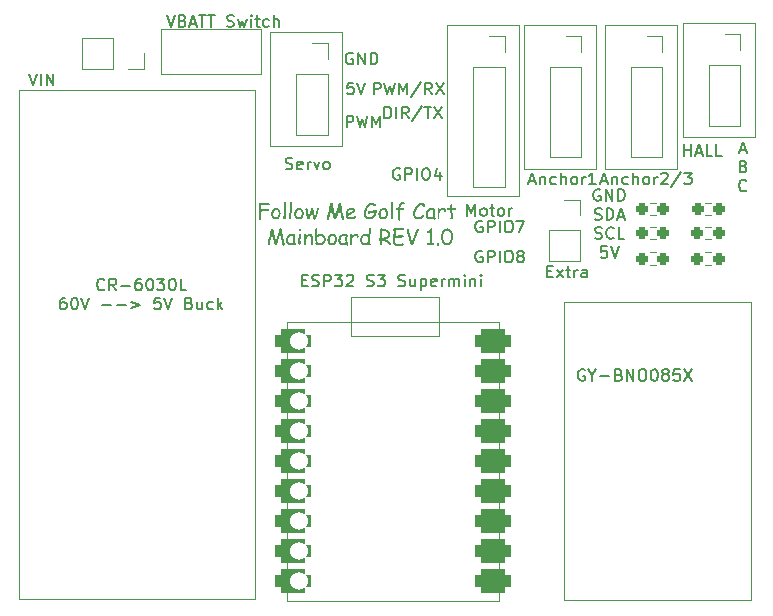
<source format=gto>
G04 #@! TF.GenerationSoftware,KiCad,Pcbnew,7.0.10*
G04 #@! TF.CreationDate,2024-08-15T01:47:54-04:00*
G04 #@! TF.ProjectId,Mainboard PCB,4d61696e-626f-4617-9264-205043422e6b,rev?*
G04 #@! TF.SameCoordinates,Original*
G04 #@! TF.FileFunction,Legend,Top*
G04 #@! TF.FilePolarity,Positive*
%FSLAX46Y46*%
G04 Gerber Fmt 4.6, Leading zero omitted, Abs format (unit mm)*
G04 Created by KiCad (PCBNEW 7.0.10) date 2024-08-15 01:47:54*
%MOMM*%
%LPD*%
G01*
G04 APERTURE LIST*
G04 Aperture macros list*
%AMRoundRect*
0 Rectangle with rounded corners*
0 $1 Rounding radius*
0 $2 $3 $4 $5 $6 $7 $8 $9 X,Y pos of 4 corners*
0 Add a 4 corners polygon primitive as box body*
4,1,4,$2,$3,$4,$5,$6,$7,$8,$9,$2,$3,0*
0 Add four circle primitives for the rounded corners*
1,1,$1+$1,$2,$3*
1,1,$1+$1,$4,$5*
1,1,$1+$1,$6,$7*
1,1,$1+$1,$8,$9*
0 Add four rect primitives between the rounded corners*
20,1,$1+$1,$2,$3,$4,$5,0*
20,1,$1+$1,$4,$5,$6,$7,0*
20,1,$1+$1,$6,$7,$8,$9,0*
20,1,$1+$1,$8,$9,$2,$3,0*%
G04 Aperture macros list end*
%ADD10C,0.150000*%
%ADD11C,0.120000*%
%ADD12C,0.100000*%
%ADD13RoundRect,0.237500X0.250000X0.237500X-0.250000X0.237500X-0.250000X-0.237500X0.250000X-0.237500X0*%
%ADD14RoundRect,0.237500X-0.250000X-0.237500X0.250000X-0.237500X0.250000X0.237500X-0.250000X0.237500X0*%
%ADD15R,1.700000X1.700000*%
%ADD16O,1.700000X1.700000*%
%ADD17C,1.524000*%
%ADD18RoundRect,0.500000X-1.000000X-0.500000X1.000000X-0.500000X1.000000X0.500000X-1.000000X0.500000X0*%
G04 APERTURE END LIST*
D10*
X13509762Y-17361819D02*
X13843095Y-18361819D01*
X13843095Y-18361819D02*
X14176428Y-17361819D01*
X14509762Y-18361819D02*
X14509762Y-17361819D01*
X14985952Y-18361819D02*
X14985952Y-17361819D01*
X14985952Y-17361819D02*
X15557380Y-18361819D01*
X15557380Y-18361819D02*
X15557380Y-17361819D01*
X19867952Y-35622580D02*
X19820333Y-35670200D01*
X19820333Y-35670200D02*
X19677476Y-35717819D01*
X19677476Y-35717819D02*
X19582238Y-35717819D01*
X19582238Y-35717819D02*
X19439381Y-35670200D01*
X19439381Y-35670200D02*
X19344143Y-35574961D01*
X19344143Y-35574961D02*
X19296524Y-35479723D01*
X19296524Y-35479723D02*
X19248905Y-35289247D01*
X19248905Y-35289247D02*
X19248905Y-35146390D01*
X19248905Y-35146390D02*
X19296524Y-34955914D01*
X19296524Y-34955914D02*
X19344143Y-34860676D01*
X19344143Y-34860676D02*
X19439381Y-34765438D01*
X19439381Y-34765438D02*
X19582238Y-34717819D01*
X19582238Y-34717819D02*
X19677476Y-34717819D01*
X19677476Y-34717819D02*
X19820333Y-34765438D01*
X19820333Y-34765438D02*
X19867952Y-34813057D01*
X20867952Y-35717819D02*
X20534619Y-35241628D01*
X20296524Y-35717819D02*
X20296524Y-34717819D01*
X20296524Y-34717819D02*
X20677476Y-34717819D01*
X20677476Y-34717819D02*
X20772714Y-34765438D01*
X20772714Y-34765438D02*
X20820333Y-34813057D01*
X20820333Y-34813057D02*
X20867952Y-34908295D01*
X20867952Y-34908295D02*
X20867952Y-35051152D01*
X20867952Y-35051152D02*
X20820333Y-35146390D01*
X20820333Y-35146390D02*
X20772714Y-35194009D01*
X20772714Y-35194009D02*
X20677476Y-35241628D01*
X20677476Y-35241628D02*
X20296524Y-35241628D01*
X21296524Y-35336866D02*
X22058429Y-35336866D01*
X22963190Y-34717819D02*
X22772714Y-34717819D01*
X22772714Y-34717819D02*
X22677476Y-34765438D01*
X22677476Y-34765438D02*
X22629857Y-34813057D01*
X22629857Y-34813057D02*
X22534619Y-34955914D01*
X22534619Y-34955914D02*
X22487000Y-35146390D01*
X22487000Y-35146390D02*
X22487000Y-35527342D01*
X22487000Y-35527342D02*
X22534619Y-35622580D01*
X22534619Y-35622580D02*
X22582238Y-35670200D01*
X22582238Y-35670200D02*
X22677476Y-35717819D01*
X22677476Y-35717819D02*
X22867952Y-35717819D01*
X22867952Y-35717819D02*
X22963190Y-35670200D01*
X22963190Y-35670200D02*
X23010809Y-35622580D01*
X23010809Y-35622580D02*
X23058428Y-35527342D01*
X23058428Y-35527342D02*
X23058428Y-35289247D01*
X23058428Y-35289247D02*
X23010809Y-35194009D01*
X23010809Y-35194009D02*
X22963190Y-35146390D01*
X22963190Y-35146390D02*
X22867952Y-35098771D01*
X22867952Y-35098771D02*
X22677476Y-35098771D01*
X22677476Y-35098771D02*
X22582238Y-35146390D01*
X22582238Y-35146390D02*
X22534619Y-35194009D01*
X22534619Y-35194009D02*
X22487000Y-35289247D01*
X23677476Y-34717819D02*
X23772714Y-34717819D01*
X23772714Y-34717819D02*
X23867952Y-34765438D01*
X23867952Y-34765438D02*
X23915571Y-34813057D01*
X23915571Y-34813057D02*
X23963190Y-34908295D01*
X23963190Y-34908295D02*
X24010809Y-35098771D01*
X24010809Y-35098771D02*
X24010809Y-35336866D01*
X24010809Y-35336866D02*
X23963190Y-35527342D01*
X23963190Y-35527342D02*
X23915571Y-35622580D01*
X23915571Y-35622580D02*
X23867952Y-35670200D01*
X23867952Y-35670200D02*
X23772714Y-35717819D01*
X23772714Y-35717819D02*
X23677476Y-35717819D01*
X23677476Y-35717819D02*
X23582238Y-35670200D01*
X23582238Y-35670200D02*
X23534619Y-35622580D01*
X23534619Y-35622580D02*
X23487000Y-35527342D01*
X23487000Y-35527342D02*
X23439381Y-35336866D01*
X23439381Y-35336866D02*
X23439381Y-35098771D01*
X23439381Y-35098771D02*
X23487000Y-34908295D01*
X23487000Y-34908295D02*
X23534619Y-34813057D01*
X23534619Y-34813057D02*
X23582238Y-34765438D01*
X23582238Y-34765438D02*
X23677476Y-34717819D01*
X24344143Y-34717819D02*
X24963190Y-34717819D01*
X24963190Y-34717819D02*
X24629857Y-35098771D01*
X24629857Y-35098771D02*
X24772714Y-35098771D01*
X24772714Y-35098771D02*
X24867952Y-35146390D01*
X24867952Y-35146390D02*
X24915571Y-35194009D01*
X24915571Y-35194009D02*
X24963190Y-35289247D01*
X24963190Y-35289247D02*
X24963190Y-35527342D01*
X24963190Y-35527342D02*
X24915571Y-35622580D01*
X24915571Y-35622580D02*
X24867952Y-35670200D01*
X24867952Y-35670200D02*
X24772714Y-35717819D01*
X24772714Y-35717819D02*
X24487000Y-35717819D01*
X24487000Y-35717819D02*
X24391762Y-35670200D01*
X24391762Y-35670200D02*
X24344143Y-35622580D01*
X25582238Y-34717819D02*
X25677476Y-34717819D01*
X25677476Y-34717819D02*
X25772714Y-34765438D01*
X25772714Y-34765438D02*
X25820333Y-34813057D01*
X25820333Y-34813057D02*
X25867952Y-34908295D01*
X25867952Y-34908295D02*
X25915571Y-35098771D01*
X25915571Y-35098771D02*
X25915571Y-35336866D01*
X25915571Y-35336866D02*
X25867952Y-35527342D01*
X25867952Y-35527342D02*
X25820333Y-35622580D01*
X25820333Y-35622580D02*
X25772714Y-35670200D01*
X25772714Y-35670200D02*
X25677476Y-35717819D01*
X25677476Y-35717819D02*
X25582238Y-35717819D01*
X25582238Y-35717819D02*
X25487000Y-35670200D01*
X25487000Y-35670200D02*
X25439381Y-35622580D01*
X25439381Y-35622580D02*
X25391762Y-35527342D01*
X25391762Y-35527342D02*
X25344143Y-35336866D01*
X25344143Y-35336866D02*
X25344143Y-35098771D01*
X25344143Y-35098771D02*
X25391762Y-34908295D01*
X25391762Y-34908295D02*
X25439381Y-34813057D01*
X25439381Y-34813057D02*
X25487000Y-34765438D01*
X25487000Y-34765438D02*
X25582238Y-34717819D01*
X26820333Y-35717819D02*
X26344143Y-35717819D01*
X26344143Y-35717819D02*
X26344143Y-34717819D01*
X16582237Y-36327819D02*
X16391761Y-36327819D01*
X16391761Y-36327819D02*
X16296523Y-36375438D01*
X16296523Y-36375438D02*
X16248904Y-36423057D01*
X16248904Y-36423057D02*
X16153666Y-36565914D01*
X16153666Y-36565914D02*
X16106047Y-36756390D01*
X16106047Y-36756390D02*
X16106047Y-37137342D01*
X16106047Y-37137342D02*
X16153666Y-37232580D01*
X16153666Y-37232580D02*
X16201285Y-37280200D01*
X16201285Y-37280200D02*
X16296523Y-37327819D01*
X16296523Y-37327819D02*
X16486999Y-37327819D01*
X16486999Y-37327819D02*
X16582237Y-37280200D01*
X16582237Y-37280200D02*
X16629856Y-37232580D01*
X16629856Y-37232580D02*
X16677475Y-37137342D01*
X16677475Y-37137342D02*
X16677475Y-36899247D01*
X16677475Y-36899247D02*
X16629856Y-36804009D01*
X16629856Y-36804009D02*
X16582237Y-36756390D01*
X16582237Y-36756390D02*
X16486999Y-36708771D01*
X16486999Y-36708771D02*
X16296523Y-36708771D01*
X16296523Y-36708771D02*
X16201285Y-36756390D01*
X16201285Y-36756390D02*
X16153666Y-36804009D01*
X16153666Y-36804009D02*
X16106047Y-36899247D01*
X17296523Y-36327819D02*
X17391761Y-36327819D01*
X17391761Y-36327819D02*
X17486999Y-36375438D01*
X17486999Y-36375438D02*
X17534618Y-36423057D01*
X17534618Y-36423057D02*
X17582237Y-36518295D01*
X17582237Y-36518295D02*
X17629856Y-36708771D01*
X17629856Y-36708771D02*
X17629856Y-36946866D01*
X17629856Y-36946866D02*
X17582237Y-37137342D01*
X17582237Y-37137342D02*
X17534618Y-37232580D01*
X17534618Y-37232580D02*
X17486999Y-37280200D01*
X17486999Y-37280200D02*
X17391761Y-37327819D01*
X17391761Y-37327819D02*
X17296523Y-37327819D01*
X17296523Y-37327819D02*
X17201285Y-37280200D01*
X17201285Y-37280200D02*
X17153666Y-37232580D01*
X17153666Y-37232580D02*
X17106047Y-37137342D01*
X17106047Y-37137342D02*
X17058428Y-36946866D01*
X17058428Y-36946866D02*
X17058428Y-36708771D01*
X17058428Y-36708771D02*
X17106047Y-36518295D01*
X17106047Y-36518295D02*
X17153666Y-36423057D01*
X17153666Y-36423057D02*
X17201285Y-36375438D01*
X17201285Y-36375438D02*
X17296523Y-36327819D01*
X17915571Y-36327819D02*
X18248904Y-37327819D01*
X18248904Y-37327819D02*
X18582237Y-36327819D01*
X19677476Y-36946866D02*
X20439381Y-36946866D01*
X20915571Y-36946866D02*
X21677476Y-36946866D01*
X22153666Y-36661152D02*
X22915571Y-36946866D01*
X22915571Y-36946866D02*
X22153666Y-37232580D01*
X24629856Y-36327819D02*
X24153666Y-36327819D01*
X24153666Y-36327819D02*
X24106047Y-36804009D01*
X24106047Y-36804009D02*
X24153666Y-36756390D01*
X24153666Y-36756390D02*
X24248904Y-36708771D01*
X24248904Y-36708771D02*
X24486999Y-36708771D01*
X24486999Y-36708771D02*
X24582237Y-36756390D01*
X24582237Y-36756390D02*
X24629856Y-36804009D01*
X24629856Y-36804009D02*
X24677475Y-36899247D01*
X24677475Y-36899247D02*
X24677475Y-37137342D01*
X24677475Y-37137342D02*
X24629856Y-37232580D01*
X24629856Y-37232580D02*
X24582237Y-37280200D01*
X24582237Y-37280200D02*
X24486999Y-37327819D01*
X24486999Y-37327819D02*
X24248904Y-37327819D01*
X24248904Y-37327819D02*
X24153666Y-37280200D01*
X24153666Y-37280200D02*
X24106047Y-37232580D01*
X24963190Y-36327819D02*
X25296523Y-37327819D01*
X25296523Y-37327819D02*
X25629856Y-36327819D01*
X27058428Y-36804009D02*
X27201285Y-36851628D01*
X27201285Y-36851628D02*
X27248904Y-36899247D01*
X27248904Y-36899247D02*
X27296523Y-36994485D01*
X27296523Y-36994485D02*
X27296523Y-37137342D01*
X27296523Y-37137342D02*
X27248904Y-37232580D01*
X27248904Y-37232580D02*
X27201285Y-37280200D01*
X27201285Y-37280200D02*
X27106047Y-37327819D01*
X27106047Y-37327819D02*
X26725095Y-37327819D01*
X26725095Y-37327819D02*
X26725095Y-36327819D01*
X26725095Y-36327819D02*
X27058428Y-36327819D01*
X27058428Y-36327819D02*
X27153666Y-36375438D01*
X27153666Y-36375438D02*
X27201285Y-36423057D01*
X27201285Y-36423057D02*
X27248904Y-36518295D01*
X27248904Y-36518295D02*
X27248904Y-36613533D01*
X27248904Y-36613533D02*
X27201285Y-36708771D01*
X27201285Y-36708771D02*
X27153666Y-36756390D01*
X27153666Y-36756390D02*
X27058428Y-36804009D01*
X27058428Y-36804009D02*
X26725095Y-36804009D01*
X28153666Y-36661152D02*
X28153666Y-37327819D01*
X27725095Y-36661152D02*
X27725095Y-37184961D01*
X27725095Y-37184961D02*
X27772714Y-37280200D01*
X27772714Y-37280200D02*
X27867952Y-37327819D01*
X27867952Y-37327819D02*
X28010809Y-37327819D01*
X28010809Y-37327819D02*
X28106047Y-37280200D01*
X28106047Y-37280200D02*
X28153666Y-37232580D01*
X29058428Y-37280200D02*
X28963190Y-37327819D01*
X28963190Y-37327819D02*
X28772714Y-37327819D01*
X28772714Y-37327819D02*
X28677476Y-37280200D01*
X28677476Y-37280200D02*
X28629857Y-37232580D01*
X28629857Y-37232580D02*
X28582238Y-37137342D01*
X28582238Y-37137342D02*
X28582238Y-36851628D01*
X28582238Y-36851628D02*
X28629857Y-36756390D01*
X28629857Y-36756390D02*
X28677476Y-36708771D01*
X28677476Y-36708771D02*
X28772714Y-36661152D01*
X28772714Y-36661152D02*
X28963190Y-36661152D01*
X28963190Y-36661152D02*
X29058428Y-36708771D01*
X29487000Y-37327819D02*
X29487000Y-36327819D01*
X29582238Y-36946866D02*
X29867952Y-37327819D01*
X29867952Y-36661152D02*
X29487000Y-37042104D01*
X73675905Y-23832104D02*
X74152095Y-23832104D01*
X73580667Y-24117819D02*
X73914000Y-23117819D01*
X73914000Y-23117819D02*
X74247333Y-24117819D01*
X73985428Y-25204009D02*
X74128285Y-25251628D01*
X74128285Y-25251628D02*
X74175904Y-25299247D01*
X74175904Y-25299247D02*
X74223523Y-25394485D01*
X74223523Y-25394485D02*
X74223523Y-25537342D01*
X74223523Y-25537342D02*
X74175904Y-25632580D01*
X74175904Y-25632580D02*
X74128285Y-25680200D01*
X74128285Y-25680200D02*
X74033047Y-25727819D01*
X74033047Y-25727819D02*
X73652095Y-25727819D01*
X73652095Y-25727819D02*
X73652095Y-24727819D01*
X73652095Y-24727819D02*
X73985428Y-24727819D01*
X73985428Y-24727819D02*
X74080666Y-24775438D01*
X74080666Y-24775438D02*
X74128285Y-24823057D01*
X74128285Y-24823057D02*
X74175904Y-24918295D01*
X74175904Y-24918295D02*
X74175904Y-25013533D01*
X74175904Y-25013533D02*
X74128285Y-25108771D01*
X74128285Y-25108771D02*
X74080666Y-25156390D01*
X74080666Y-25156390D02*
X73985428Y-25204009D01*
X73985428Y-25204009D02*
X73652095Y-25204009D01*
X74223523Y-27242580D02*
X74175904Y-27290200D01*
X74175904Y-27290200D02*
X74033047Y-27337819D01*
X74033047Y-27337819D02*
X73937809Y-27337819D01*
X73937809Y-27337819D02*
X73794952Y-27290200D01*
X73794952Y-27290200D02*
X73699714Y-27194961D01*
X73699714Y-27194961D02*
X73652095Y-27099723D01*
X73652095Y-27099723D02*
X73604476Y-26909247D01*
X73604476Y-26909247D02*
X73604476Y-26766390D01*
X73604476Y-26766390D02*
X73652095Y-26575914D01*
X73652095Y-26575914D02*
X73699714Y-26480676D01*
X73699714Y-26480676D02*
X73794952Y-26385438D01*
X73794952Y-26385438D02*
X73937809Y-26337819D01*
X73937809Y-26337819D02*
X74033047Y-26337819D01*
X74033047Y-26337819D02*
X74175904Y-26385438D01*
X74175904Y-26385438D02*
X74223523Y-26433057D01*
X40894095Y-15631438D02*
X40798857Y-15583819D01*
X40798857Y-15583819D02*
X40656000Y-15583819D01*
X40656000Y-15583819D02*
X40513143Y-15631438D01*
X40513143Y-15631438D02*
X40417905Y-15726676D01*
X40417905Y-15726676D02*
X40370286Y-15821914D01*
X40370286Y-15821914D02*
X40322667Y-16012390D01*
X40322667Y-16012390D02*
X40322667Y-16155247D01*
X40322667Y-16155247D02*
X40370286Y-16345723D01*
X40370286Y-16345723D02*
X40417905Y-16440961D01*
X40417905Y-16440961D02*
X40513143Y-16536200D01*
X40513143Y-16536200D02*
X40656000Y-16583819D01*
X40656000Y-16583819D02*
X40751238Y-16583819D01*
X40751238Y-16583819D02*
X40894095Y-16536200D01*
X40894095Y-16536200D02*
X40941714Y-16488580D01*
X40941714Y-16488580D02*
X40941714Y-16155247D01*
X40941714Y-16155247D02*
X40751238Y-16155247D01*
X41370286Y-16583819D02*
X41370286Y-15583819D01*
X41370286Y-15583819D02*
X41941714Y-16583819D01*
X41941714Y-16583819D02*
X41941714Y-15583819D01*
X42417905Y-16583819D02*
X42417905Y-15583819D01*
X42417905Y-15583819D02*
X42656000Y-15583819D01*
X42656000Y-15583819D02*
X42798857Y-15631438D01*
X42798857Y-15631438D02*
X42894095Y-15726676D01*
X42894095Y-15726676D02*
X42941714Y-15821914D01*
X42941714Y-15821914D02*
X42989333Y-16012390D01*
X42989333Y-16012390D02*
X42989333Y-16155247D01*
X42989333Y-16155247D02*
X42941714Y-16345723D01*
X42941714Y-16345723D02*
X42894095Y-16440961D01*
X42894095Y-16440961D02*
X42798857Y-16536200D01*
X42798857Y-16536200D02*
X42656000Y-16583819D01*
X42656000Y-16583819D02*
X42417905Y-16583819D01*
X60531904Y-42428438D02*
X60436666Y-42380819D01*
X60436666Y-42380819D02*
X60293809Y-42380819D01*
X60293809Y-42380819D02*
X60150952Y-42428438D01*
X60150952Y-42428438D02*
X60055714Y-42523676D01*
X60055714Y-42523676D02*
X60008095Y-42618914D01*
X60008095Y-42618914D02*
X59960476Y-42809390D01*
X59960476Y-42809390D02*
X59960476Y-42952247D01*
X59960476Y-42952247D02*
X60008095Y-43142723D01*
X60008095Y-43142723D02*
X60055714Y-43237961D01*
X60055714Y-43237961D02*
X60150952Y-43333200D01*
X60150952Y-43333200D02*
X60293809Y-43380819D01*
X60293809Y-43380819D02*
X60389047Y-43380819D01*
X60389047Y-43380819D02*
X60531904Y-43333200D01*
X60531904Y-43333200D02*
X60579523Y-43285580D01*
X60579523Y-43285580D02*
X60579523Y-42952247D01*
X60579523Y-42952247D02*
X60389047Y-42952247D01*
X61198571Y-42904628D02*
X61198571Y-43380819D01*
X60865238Y-42380819D02*
X61198571Y-42904628D01*
X61198571Y-42904628D02*
X61531904Y-42380819D01*
X61865238Y-42999866D02*
X62627143Y-42999866D01*
X63436666Y-42857009D02*
X63579523Y-42904628D01*
X63579523Y-42904628D02*
X63627142Y-42952247D01*
X63627142Y-42952247D02*
X63674761Y-43047485D01*
X63674761Y-43047485D02*
X63674761Y-43190342D01*
X63674761Y-43190342D02*
X63627142Y-43285580D01*
X63627142Y-43285580D02*
X63579523Y-43333200D01*
X63579523Y-43333200D02*
X63484285Y-43380819D01*
X63484285Y-43380819D02*
X63103333Y-43380819D01*
X63103333Y-43380819D02*
X63103333Y-42380819D01*
X63103333Y-42380819D02*
X63436666Y-42380819D01*
X63436666Y-42380819D02*
X63531904Y-42428438D01*
X63531904Y-42428438D02*
X63579523Y-42476057D01*
X63579523Y-42476057D02*
X63627142Y-42571295D01*
X63627142Y-42571295D02*
X63627142Y-42666533D01*
X63627142Y-42666533D02*
X63579523Y-42761771D01*
X63579523Y-42761771D02*
X63531904Y-42809390D01*
X63531904Y-42809390D02*
X63436666Y-42857009D01*
X63436666Y-42857009D02*
X63103333Y-42857009D01*
X64103333Y-43380819D02*
X64103333Y-42380819D01*
X64103333Y-42380819D02*
X64674761Y-43380819D01*
X64674761Y-43380819D02*
X64674761Y-42380819D01*
X65341428Y-42380819D02*
X65531904Y-42380819D01*
X65531904Y-42380819D02*
X65627142Y-42428438D01*
X65627142Y-42428438D02*
X65722380Y-42523676D01*
X65722380Y-42523676D02*
X65769999Y-42714152D01*
X65769999Y-42714152D02*
X65769999Y-43047485D01*
X65769999Y-43047485D02*
X65722380Y-43237961D01*
X65722380Y-43237961D02*
X65627142Y-43333200D01*
X65627142Y-43333200D02*
X65531904Y-43380819D01*
X65531904Y-43380819D02*
X65341428Y-43380819D01*
X65341428Y-43380819D02*
X65246190Y-43333200D01*
X65246190Y-43333200D02*
X65150952Y-43237961D01*
X65150952Y-43237961D02*
X65103333Y-43047485D01*
X65103333Y-43047485D02*
X65103333Y-42714152D01*
X65103333Y-42714152D02*
X65150952Y-42523676D01*
X65150952Y-42523676D02*
X65246190Y-42428438D01*
X65246190Y-42428438D02*
X65341428Y-42380819D01*
X66389047Y-42380819D02*
X66484285Y-42380819D01*
X66484285Y-42380819D02*
X66579523Y-42428438D01*
X66579523Y-42428438D02*
X66627142Y-42476057D01*
X66627142Y-42476057D02*
X66674761Y-42571295D01*
X66674761Y-42571295D02*
X66722380Y-42761771D01*
X66722380Y-42761771D02*
X66722380Y-42999866D01*
X66722380Y-42999866D02*
X66674761Y-43190342D01*
X66674761Y-43190342D02*
X66627142Y-43285580D01*
X66627142Y-43285580D02*
X66579523Y-43333200D01*
X66579523Y-43333200D02*
X66484285Y-43380819D01*
X66484285Y-43380819D02*
X66389047Y-43380819D01*
X66389047Y-43380819D02*
X66293809Y-43333200D01*
X66293809Y-43333200D02*
X66246190Y-43285580D01*
X66246190Y-43285580D02*
X66198571Y-43190342D01*
X66198571Y-43190342D02*
X66150952Y-42999866D01*
X66150952Y-42999866D02*
X66150952Y-42761771D01*
X66150952Y-42761771D02*
X66198571Y-42571295D01*
X66198571Y-42571295D02*
X66246190Y-42476057D01*
X66246190Y-42476057D02*
X66293809Y-42428438D01*
X66293809Y-42428438D02*
X66389047Y-42380819D01*
X67293809Y-42809390D02*
X67198571Y-42761771D01*
X67198571Y-42761771D02*
X67150952Y-42714152D01*
X67150952Y-42714152D02*
X67103333Y-42618914D01*
X67103333Y-42618914D02*
X67103333Y-42571295D01*
X67103333Y-42571295D02*
X67150952Y-42476057D01*
X67150952Y-42476057D02*
X67198571Y-42428438D01*
X67198571Y-42428438D02*
X67293809Y-42380819D01*
X67293809Y-42380819D02*
X67484285Y-42380819D01*
X67484285Y-42380819D02*
X67579523Y-42428438D01*
X67579523Y-42428438D02*
X67627142Y-42476057D01*
X67627142Y-42476057D02*
X67674761Y-42571295D01*
X67674761Y-42571295D02*
X67674761Y-42618914D01*
X67674761Y-42618914D02*
X67627142Y-42714152D01*
X67627142Y-42714152D02*
X67579523Y-42761771D01*
X67579523Y-42761771D02*
X67484285Y-42809390D01*
X67484285Y-42809390D02*
X67293809Y-42809390D01*
X67293809Y-42809390D02*
X67198571Y-42857009D01*
X67198571Y-42857009D02*
X67150952Y-42904628D01*
X67150952Y-42904628D02*
X67103333Y-42999866D01*
X67103333Y-42999866D02*
X67103333Y-43190342D01*
X67103333Y-43190342D02*
X67150952Y-43285580D01*
X67150952Y-43285580D02*
X67198571Y-43333200D01*
X67198571Y-43333200D02*
X67293809Y-43380819D01*
X67293809Y-43380819D02*
X67484285Y-43380819D01*
X67484285Y-43380819D02*
X67579523Y-43333200D01*
X67579523Y-43333200D02*
X67627142Y-43285580D01*
X67627142Y-43285580D02*
X67674761Y-43190342D01*
X67674761Y-43190342D02*
X67674761Y-42999866D01*
X67674761Y-42999866D02*
X67627142Y-42904628D01*
X67627142Y-42904628D02*
X67579523Y-42857009D01*
X67579523Y-42857009D02*
X67484285Y-42809390D01*
X68579523Y-42380819D02*
X68103333Y-42380819D01*
X68103333Y-42380819D02*
X68055714Y-42857009D01*
X68055714Y-42857009D02*
X68103333Y-42809390D01*
X68103333Y-42809390D02*
X68198571Y-42761771D01*
X68198571Y-42761771D02*
X68436666Y-42761771D01*
X68436666Y-42761771D02*
X68531904Y-42809390D01*
X68531904Y-42809390D02*
X68579523Y-42857009D01*
X68579523Y-42857009D02*
X68627142Y-42952247D01*
X68627142Y-42952247D02*
X68627142Y-43190342D01*
X68627142Y-43190342D02*
X68579523Y-43285580D01*
X68579523Y-43285580D02*
X68531904Y-43333200D01*
X68531904Y-43333200D02*
X68436666Y-43380819D01*
X68436666Y-43380819D02*
X68198571Y-43380819D01*
X68198571Y-43380819D02*
X68103333Y-43333200D01*
X68103333Y-43333200D02*
X68055714Y-43285580D01*
X68960476Y-42380819D02*
X69627142Y-43380819D01*
X69627142Y-42380819D02*
X68960476Y-43380819D01*
X43593048Y-21155819D02*
X43593048Y-20155819D01*
X43593048Y-20155819D02*
X43831143Y-20155819D01*
X43831143Y-20155819D02*
X43974000Y-20203438D01*
X43974000Y-20203438D02*
X44069238Y-20298676D01*
X44069238Y-20298676D02*
X44116857Y-20393914D01*
X44116857Y-20393914D02*
X44164476Y-20584390D01*
X44164476Y-20584390D02*
X44164476Y-20727247D01*
X44164476Y-20727247D02*
X44116857Y-20917723D01*
X44116857Y-20917723D02*
X44069238Y-21012961D01*
X44069238Y-21012961D02*
X43974000Y-21108200D01*
X43974000Y-21108200D02*
X43831143Y-21155819D01*
X43831143Y-21155819D02*
X43593048Y-21155819D01*
X44593048Y-21155819D02*
X44593048Y-20155819D01*
X45640666Y-21155819D02*
X45307333Y-20679628D01*
X45069238Y-21155819D02*
X45069238Y-20155819D01*
X45069238Y-20155819D02*
X45450190Y-20155819D01*
X45450190Y-20155819D02*
X45545428Y-20203438D01*
X45545428Y-20203438D02*
X45593047Y-20251057D01*
X45593047Y-20251057D02*
X45640666Y-20346295D01*
X45640666Y-20346295D02*
X45640666Y-20489152D01*
X45640666Y-20489152D02*
X45593047Y-20584390D01*
X45593047Y-20584390D02*
X45545428Y-20632009D01*
X45545428Y-20632009D02*
X45450190Y-20679628D01*
X45450190Y-20679628D02*
X45069238Y-20679628D01*
X46783523Y-20108200D02*
X45926381Y-21393914D01*
X46974000Y-20155819D02*
X47545428Y-20155819D01*
X47259714Y-21155819D02*
X47259714Y-20155819D01*
X47783524Y-20155819D02*
X48450190Y-21155819D01*
X48450190Y-20155819D02*
X47783524Y-21155819D01*
X35226857Y-25426200D02*
X35369714Y-25473819D01*
X35369714Y-25473819D02*
X35607809Y-25473819D01*
X35607809Y-25473819D02*
X35703047Y-25426200D01*
X35703047Y-25426200D02*
X35750666Y-25378580D01*
X35750666Y-25378580D02*
X35798285Y-25283342D01*
X35798285Y-25283342D02*
X35798285Y-25188104D01*
X35798285Y-25188104D02*
X35750666Y-25092866D01*
X35750666Y-25092866D02*
X35703047Y-25045247D01*
X35703047Y-25045247D02*
X35607809Y-24997628D01*
X35607809Y-24997628D02*
X35417333Y-24950009D01*
X35417333Y-24950009D02*
X35322095Y-24902390D01*
X35322095Y-24902390D02*
X35274476Y-24854771D01*
X35274476Y-24854771D02*
X35226857Y-24759533D01*
X35226857Y-24759533D02*
X35226857Y-24664295D01*
X35226857Y-24664295D02*
X35274476Y-24569057D01*
X35274476Y-24569057D02*
X35322095Y-24521438D01*
X35322095Y-24521438D02*
X35417333Y-24473819D01*
X35417333Y-24473819D02*
X35655428Y-24473819D01*
X35655428Y-24473819D02*
X35798285Y-24521438D01*
X36607809Y-25426200D02*
X36512571Y-25473819D01*
X36512571Y-25473819D02*
X36322095Y-25473819D01*
X36322095Y-25473819D02*
X36226857Y-25426200D01*
X36226857Y-25426200D02*
X36179238Y-25330961D01*
X36179238Y-25330961D02*
X36179238Y-24950009D01*
X36179238Y-24950009D02*
X36226857Y-24854771D01*
X36226857Y-24854771D02*
X36322095Y-24807152D01*
X36322095Y-24807152D02*
X36512571Y-24807152D01*
X36512571Y-24807152D02*
X36607809Y-24854771D01*
X36607809Y-24854771D02*
X36655428Y-24950009D01*
X36655428Y-24950009D02*
X36655428Y-25045247D01*
X36655428Y-25045247D02*
X36179238Y-25140485D01*
X37084000Y-25473819D02*
X37084000Y-24807152D01*
X37084000Y-24997628D02*
X37131619Y-24902390D01*
X37131619Y-24902390D02*
X37179238Y-24854771D01*
X37179238Y-24854771D02*
X37274476Y-24807152D01*
X37274476Y-24807152D02*
X37369714Y-24807152D01*
X37607810Y-24807152D02*
X37845905Y-25473819D01*
X37845905Y-25473819D02*
X38084000Y-24807152D01*
X38607810Y-25473819D02*
X38512572Y-25426200D01*
X38512572Y-25426200D02*
X38464953Y-25378580D01*
X38464953Y-25378580D02*
X38417334Y-25283342D01*
X38417334Y-25283342D02*
X38417334Y-24997628D01*
X38417334Y-24997628D02*
X38464953Y-24902390D01*
X38464953Y-24902390D02*
X38512572Y-24854771D01*
X38512572Y-24854771D02*
X38607810Y-24807152D01*
X38607810Y-24807152D02*
X38750667Y-24807152D01*
X38750667Y-24807152D02*
X38845905Y-24854771D01*
X38845905Y-24854771D02*
X38893524Y-24902390D01*
X38893524Y-24902390D02*
X38941143Y-24997628D01*
X38941143Y-24997628D02*
X38941143Y-25283342D01*
X38941143Y-25283342D02*
X38893524Y-25378580D01*
X38893524Y-25378580D02*
X38845905Y-25426200D01*
X38845905Y-25426200D02*
X38750667Y-25473819D01*
X38750667Y-25473819D02*
X38607810Y-25473819D01*
X44878809Y-25410438D02*
X44783571Y-25362819D01*
X44783571Y-25362819D02*
X44640714Y-25362819D01*
X44640714Y-25362819D02*
X44497857Y-25410438D01*
X44497857Y-25410438D02*
X44402619Y-25505676D01*
X44402619Y-25505676D02*
X44355000Y-25600914D01*
X44355000Y-25600914D02*
X44307381Y-25791390D01*
X44307381Y-25791390D02*
X44307381Y-25934247D01*
X44307381Y-25934247D02*
X44355000Y-26124723D01*
X44355000Y-26124723D02*
X44402619Y-26219961D01*
X44402619Y-26219961D02*
X44497857Y-26315200D01*
X44497857Y-26315200D02*
X44640714Y-26362819D01*
X44640714Y-26362819D02*
X44735952Y-26362819D01*
X44735952Y-26362819D02*
X44878809Y-26315200D01*
X44878809Y-26315200D02*
X44926428Y-26267580D01*
X44926428Y-26267580D02*
X44926428Y-25934247D01*
X44926428Y-25934247D02*
X44735952Y-25934247D01*
X45355000Y-26362819D02*
X45355000Y-25362819D01*
X45355000Y-25362819D02*
X45735952Y-25362819D01*
X45735952Y-25362819D02*
X45831190Y-25410438D01*
X45831190Y-25410438D02*
X45878809Y-25458057D01*
X45878809Y-25458057D02*
X45926428Y-25553295D01*
X45926428Y-25553295D02*
X45926428Y-25696152D01*
X45926428Y-25696152D02*
X45878809Y-25791390D01*
X45878809Y-25791390D02*
X45831190Y-25839009D01*
X45831190Y-25839009D02*
X45735952Y-25886628D01*
X45735952Y-25886628D02*
X45355000Y-25886628D01*
X46355000Y-26362819D02*
X46355000Y-25362819D01*
X47021666Y-25362819D02*
X47212142Y-25362819D01*
X47212142Y-25362819D02*
X47307380Y-25410438D01*
X47307380Y-25410438D02*
X47402618Y-25505676D01*
X47402618Y-25505676D02*
X47450237Y-25696152D01*
X47450237Y-25696152D02*
X47450237Y-26029485D01*
X47450237Y-26029485D02*
X47402618Y-26219961D01*
X47402618Y-26219961D02*
X47307380Y-26315200D01*
X47307380Y-26315200D02*
X47212142Y-26362819D01*
X47212142Y-26362819D02*
X47021666Y-26362819D01*
X47021666Y-26362819D02*
X46926428Y-26315200D01*
X46926428Y-26315200D02*
X46831190Y-26219961D01*
X46831190Y-26219961D02*
X46783571Y-26029485D01*
X46783571Y-26029485D02*
X46783571Y-25696152D01*
X46783571Y-25696152D02*
X46831190Y-25505676D01*
X46831190Y-25505676D02*
X46926428Y-25410438D01*
X46926428Y-25410438D02*
X47021666Y-25362819D01*
X48307380Y-25696152D02*
X48307380Y-26362819D01*
X48069285Y-25315200D02*
X47831190Y-26029485D01*
X47831190Y-26029485D02*
X48450237Y-26029485D01*
X57388333Y-34094009D02*
X57721666Y-34094009D01*
X57864523Y-34617819D02*
X57388333Y-34617819D01*
X57388333Y-34617819D02*
X57388333Y-33617819D01*
X57388333Y-33617819D02*
X57864523Y-33617819D01*
X58197857Y-34617819D02*
X58721666Y-33951152D01*
X58197857Y-33951152D02*
X58721666Y-34617819D01*
X58959762Y-33951152D02*
X59340714Y-33951152D01*
X59102619Y-33617819D02*
X59102619Y-34474961D01*
X59102619Y-34474961D02*
X59150238Y-34570200D01*
X59150238Y-34570200D02*
X59245476Y-34617819D01*
X59245476Y-34617819D02*
X59340714Y-34617819D01*
X59674048Y-34617819D02*
X59674048Y-33951152D01*
X59674048Y-34141628D02*
X59721667Y-34046390D01*
X59721667Y-34046390D02*
X59769286Y-33998771D01*
X59769286Y-33998771D02*
X59864524Y-33951152D01*
X59864524Y-33951152D02*
X59959762Y-33951152D01*
X60721667Y-34617819D02*
X60721667Y-34094009D01*
X60721667Y-34094009D02*
X60674048Y-33998771D01*
X60674048Y-33998771D02*
X60578810Y-33951152D01*
X60578810Y-33951152D02*
X60388334Y-33951152D01*
X60388334Y-33951152D02*
X60293096Y-33998771D01*
X60721667Y-34570200D02*
X60626429Y-34617819D01*
X60626429Y-34617819D02*
X60388334Y-34617819D01*
X60388334Y-34617819D02*
X60293096Y-34570200D01*
X60293096Y-34570200D02*
X60245477Y-34474961D01*
X60245477Y-34474961D02*
X60245477Y-34379723D01*
X60245477Y-34379723D02*
X60293096Y-34284485D01*
X60293096Y-34284485D02*
X60388334Y-34236866D01*
X60388334Y-34236866D02*
X60626429Y-34236866D01*
X60626429Y-34236866D02*
X60721667Y-34189247D01*
X61849095Y-27186438D02*
X61753857Y-27138819D01*
X61753857Y-27138819D02*
X61611000Y-27138819D01*
X61611000Y-27138819D02*
X61468143Y-27186438D01*
X61468143Y-27186438D02*
X61372905Y-27281676D01*
X61372905Y-27281676D02*
X61325286Y-27376914D01*
X61325286Y-27376914D02*
X61277667Y-27567390D01*
X61277667Y-27567390D02*
X61277667Y-27710247D01*
X61277667Y-27710247D02*
X61325286Y-27900723D01*
X61325286Y-27900723D02*
X61372905Y-27995961D01*
X61372905Y-27995961D02*
X61468143Y-28091200D01*
X61468143Y-28091200D02*
X61611000Y-28138819D01*
X61611000Y-28138819D02*
X61706238Y-28138819D01*
X61706238Y-28138819D02*
X61849095Y-28091200D01*
X61849095Y-28091200D02*
X61896714Y-28043580D01*
X61896714Y-28043580D02*
X61896714Y-27710247D01*
X61896714Y-27710247D02*
X61706238Y-27710247D01*
X62325286Y-28138819D02*
X62325286Y-27138819D01*
X62325286Y-27138819D02*
X62896714Y-28138819D01*
X62896714Y-28138819D02*
X62896714Y-27138819D01*
X63372905Y-28138819D02*
X63372905Y-27138819D01*
X63372905Y-27138819D02*
X63611000Y-27138819D01*
X63611000Y-27138819D02*
X63753857Y-27186438D01*
X63753857Y-27186438D02*
X63849095Y-27281676D01*
X63849095Y-27281676D02*
X63896714Y-27376914D01*
X63896714Y-27376914D02*
X63944333Y-27567390D01*
X63944333Y-27567390D02*
X63944333Y-27710247D01*
X63944333Y-27710247D02*
X63896714Y-27900723D01*
X63896714Y-27900723D02*
X63849095Y-27995961D01*
X63849095Y-27995961D02*
X63753857Y-28091200D01*
X63753857Y-28091200D02*
X63611000Y-28138819D01*
X63611000Y-28138819D02*
X63372905Y-28138819D01*
X61396714Y-29701200D02*
X61539571Y-29748819D01*
X61539571Y-29748819D02*
X61777666Y-29748819D01*
X61777666Y-29748819D02*
X61872904Y-29701200D01*
X61872904Y-29701200D02*
X61920523Y-29653580D01*
X61920523Y-29653580D02*
X61968142Y-29558342D01*
X61968142Y-29558342D02*
X61968142Y-29463104D01*
X61968142Y-29463104D02*
X61920523Y-29367866D01*
X61920523Y-29367866D02*
X61872904Y-29320247D01*
X61872904Y-29320247D02*
X61777666Y-29272628D01*
X61777666Y-29272628D02*
X61587190Y-29225009D01*
X61587190Y-29225009D02*
X61491952Y-29177390D01*
X61491952Y-29177390D02*
X61444333Y-29129771D01*
X61444333Y-29129771D02*
X61396714Y-29034533D01*
X61396714Y-29034533D02*
X61396714Y-28939295D01*
X61396714Y-28939295D02*
X61444333Y-28844057D01*
X61444333Y-28844057D02*
X61491952Y-28796438D01*
X61491952Y-28796438D02*
X61587190Y-28748819D01*
X61587190Y-28748819D02*
X61825285Y-28748819D01*
X61825285Y-28748819D02*
X61968142Y-28796438D01*
X62396714Y-29748819D02*
X62396714Y-28748819D01*
X62396714Y-28748819D02*
X62634809Y-28748819D01*
X62634809Y-28748819D02*
X62777666Y-28796438D01*
X62777666Y-28796438D02*
X62872904Y-28891676D01*
X62872904Y-28891676D02*
X62920523Y-28986914D01*
X62920523Y-28986914D02*
X62968142Y-29177390D01*
X62968142Y-29177390D02*
X62968142Y-29320247D01*
X62968142Y-29320247D02*
X62920523Y-29510723D01*
X62920523Y-29510723D02*
X62872904Y-29605961D01*
X62872904Y-29605961D02*
X62777666Y-29701200D01*
X62777666Y-29701200D02*
X62634809Y-29748819D01*
X62634809Y-29748819D02*
X62396714Y-29748819D01*
X63349095Y-29463104D02*
X63825285Y-29463104D01*
X63253857Y-29748819D02*
X63587190Y-28748819D01*
X63587190Y-28748819D02*
X63920523Y-29748819D01*
X61420524Y-31311200D02*
X61563381Y-31358819D01*
X61563381Y-31358819D02*
X61801476Y-31358819D01*
X61801476Y-31358819D02*
X61896714Y-31311200D01*
X61896714Y-31311200D02*
X61944333Y-31263580D01*
X61944333Y-31263580D02*
X61991952Y-31168342D01*
X61991952Y-31168342D02*
X61991952Y-31073104D01*
X61991952Y-31073104D02*
X61944333Y-30977866D01*
X61944333Y-30977866D02*
X61896714Y-30930247D01*
X61896714Y-30930247D02*
X61801476Y-30882628D01*
X61801476Y-30882628D02*
X61611000Y-30835009D01*
X61611000Y-30835009D02*
X61515762Y-30787390D01*
X61515762Y-30787390D02*
X61468143Y-30739771D01*
X61468143Y-30739771D02*
X61420524Y-30644533D01*
X61420524Y-30644533D02*
X61420524Y-30549295D01*
X61420524Y-30549295D02*
X61468143Y-30454057D01*
X61468143Y-30454057D02*
X61515762Y-30406438D01*
X61515762Y-30406438D02*
X61611000Y-30358819D01*
X61611000Y-30358819D02*
X61849095Y-30358819D01*
X61849095Y-30358819D02*
X61991952Y-30406438D01*
X62991952Y-31263580D02*
X62944333Y-31311200D01*
X62944333Y-31311200D02*
X62801476Y-31358819D01*
X62801476Y-31358819D02*
X62706238Y-31358819D01*
X62706238Y-31358819D02*
X62563381Y-31311200D01*
X62563381Y-31311200D02*
X62468143Y-31215961D01*
X62468143Y-31215961D02*
X62420524Y-31120723D01*
X62420524Y-31120723D02*
X62372905Y-30930247D01*
X62372905Y-30930247D02*
X62372905Y-30787390D01*
X62372905Y-30787390D02*
X62420524Y-30596914D01*
X62420524Y-30596914D02*
X62468143Y-30501676D01*
X62468143Y-30501676D02*
X62563381Y-30406438D01*
X62563381Y-30406438D02*
X62706238Y-30358819D01*
X62706238Y-30358819D02*
X62801476Y-30358819D01*
X62801476Y-30358819D02*
X62944333Y-30406438D01*
X62944333Y-30406438D02*
X62991952Y-30454057D01*
X63896714Y-31358819D02*
X63420524Y-31358819D01*
X63420524Y-31358819D02*
X63420524Y-30358819D01*
X62420523Y-31968819D02*
X61944333Y-31968819D01*
X61944333Y-31968819D02*
X61896714Y-32445009D01*
X61896714Y-32445009D02*
X61944333Y-32397390D01*
X61944333Y-32397390D02*
X62039571Y-32349771D01*
X62039571Y-32349771D02*
X62277666Y-32349771D01*
X62277666Y-32349771D02*
X62372904Y-32397390D01*
X62372904Y-32397390D02*
X62420523Y-32445009D01*
X62420523Y-32445009D02*
X62468142Y-32540247D01*
X62468142Y-32540247D02*
X62468142Y-32778342D01*
X62468142Y-32778342D02*
X62420523Y-32873580D01*
X62420523Y-32873580D02*
X62372904Y-32921200D01*
X62372904Y-32921200D02*
X62277666Y-32968819D01*
X62277666Y-32968819D02*
X62039571Y-32968819D01*
X62039571Y-32968819D02*
X61944333Y-32921200D01*
X61944333Y-32921200D02*
X61896714Y-32873580D01*
X62753857Y-31968819D02*
X63087190Y-32968819D01*
X63087190Y-32968819D02*
X63420523Y-31968819D01*
X61976476Y-26458104D02*
X62452666Y-26458104D01*
X61881238Y-26743819D02*
X62214571Y-25743819D01*
X62214571Y-25743819D02*
X62547904Y-26743819D01*
X62881238Y-26077152D02*
X62881238Y-26743819D01*
X62881238Y-26172390D02*
X62928857Y-26124771D01*
X62928857Y-26124771D02*
X63024095Y-26077152D01*
X63024095Y-26077152D02*
X63166952Y-26077152D01*
X63166952Y-26077152D02*
X63262190Y-26124771D01*
X63262190Y-26124771D02*
X63309809Y-26220009D01*
X63309809Y-26220009D02*
X63309809Y-26743819D01*
X64214571Y-26696200D02*
X64119333Y-26743819D01*
X64119333Y-26743819D02*
X63928857Y-26743819D01*
X63928857Y-26743819D02*
X63833619Y-26696200D01*
X63833619Y-26696200D02*
X63786000Y-26648580D01*
X63786000Y-26648580D02*
X63738381Y-26553342D01*
X63738381Y-26553342D02*
X63738381Y-26267628D01*
X63738381Y-26267628D02*
X63786000Y-26172390D01*
X63786000Y-26172390D02*
X63833619Y-26124771D01*
X63833619Y-26124771D02*
X63928857Y-26077152D01*
X63928857Y-26077152D02*
X64119333Y-26077152D01*
X64119333Y-26077152D02*
X64214571Y-26124771D01*
X64643143Y-26743819D02*
X64643143Y-25743819D01*
X65071714Y-26743819D02*
X65071714Y-26220009D01*
X65071714Y-26220009D02*
X65024095Y-26124771D01*
X65024095Y-26124771D02*
X64928857Y-26077152D01*
X64928857Y-26077152D02*
X64786000Y-26077152D01*
X64786000Y-26077152D02*
X64690762Y-26124771D01*
X64690762Y-26124771D02*
X64643143Y-26172390D01*
X65690762Y-26743819D02*
X65595524Y-26696200D01*
X65595524Y-26696200D02*
X65547905Y-26648580D01*
X65547905Y-26648580D02*
X65500286Y-26553342D01*
X65500286Y-26553342D02*
X65500286Y-26267628D01*
X65500286Y-26267628D02*
X65547905Y-26172390D01*
X65547905Y-26172390D02*
X65595524Y-26124771D01*
X65595524Y-26124771D02*
X65690762Y-26077152D01*
X65690762Y-26077152D02*
X65833619Y-26077152D01*
X65833619Y-26077152D02*
X65928857Y-26124771D01*
X65928857Y-26124771D02*
X65976476Y-26172390D01*
X65976476Y-26172390D02*
X66024095Y-26267628D01*
X66024095Y-26267628D02*
X66024095Y-26553342D01*
X66024095Y-26553342D02*
X65976476Y-26648580D01*
X65976476Y-26648580D02*
X65928857Y-26696200D01*
X65928857Y-26696200D02*
X65833619Y-26743819D01*
X65833619Y-26743819D02*
X65690762Y-26743819D01*
X66452667Y-26743819D02*
X66452667Y-26077152D01*
X66452667Y-26267628D02*
X66500286Y-26172390D01*
X66500286Y-26172390D02*
X66547905Y-26124771D01*
X66547905Y-26124771D02*
X66643143Y-26077152D01*
X66643143Y-26077152D02*
X66738381Y-26077152D01*
X67024096Y-25839057D02*
X67071715Y-25791438D01*
X67071715Y-25791438D02*
X67166953Y-25743819D01*
X67166953Y-25743819D02*
X67405048Y-25743819D01*
X67405048Y-25743819D02*
X67500286Y-25791438D01*
X67500286Y-25791438D02*
X67547905Y-25839057D01*
X67547905Y-25839057D02*
X67595524Y-25934295D01*
X67595524Y-25934295D02*
X67595524Y-26029533D01*
X67595524Y-26029533D02*
X67547905Y-26172390D01*
X67547905Y-26172390D02*
X66976477Y-26743819D01*
X66976477Y-26743819D02*
X67595524Y-26743819D01*
X68738381Y-25696200D02*
X67881239Y-26981914D01*
X68976477Y-25743819D02*
X69595524Y-25743819D01*
X69595524Y-25743819D02*
X69262191Y-26124771D01*
X69262191Y-26124771D02*
X69405048Y-26124771D01*
X69405048Y-26124771D02*
X69500286Y-26172390D01*
X69500286Y-26172390D02*
X69547905Y-26220009D01*
X69547905Y-26220009D02*
X69595524Y-26315247D01*
X69595524Y-26315247D02*
X69595524Y-26553342D01*
X69595524Y-26553342D02*
X69547905Y-26648580D01*
X69547905Y-26648580D02*
X69500286Y-26696200D01*
X69500286Y-26696200D02*
X69405048Y-26743819D01*
X69405048Y-26743819D02*
X69119334Y-26743819D01*
X69119334Y-26743819D02*
X69024096Y-26696200D01*
X69024096Y-26696200D02*
X68976477Y-26648580D01*
X25162476Y-12408819D02*
X25495809Y-13408819D01*
X25495809Y-13408819D02*
X25829142Y-12408819D01*
X26495809Y-12885009D02*
X26638666Y-12932628D01*
X26638666Y-12932628D02*
X26686285Y-12980247D01*
X26686285Y-12980247D02*
X26733904Y-13075485D01*
X26733904Y-13075485D02*
X26733904Y-13218342D01*
X26733904Y-13218342D02*
X26686285Y-13313580D01*
X26686285Y-13313580D02*
X26638666Y-13361200D01*
X26638666Y-13361200D02*
X26543428Y-13408819D01*
X26543428Y-13408819D02*
X26162476Y-13408819D01*
X26162476Y-13408819D02*
X26162476Y-12408819D01*
X26162476Y-12408819D02*
X26495809Y-12408819D01*
X26495809Y-12408819D02*
X26591047Y-12456438D01*
X26591047Y-12456438D02*
X26638666Y-12504057D01*
X26638666Y-12504057D02*
X26686285Y-12599295D01*
X26686285Y-12599295D02*
X26686285Y-12694533D01*
X26686285Y-12694533D02*
X26638666Y-12789771D01*
X26638666Y-12789771D02*
X26591047Y-12837390D01*
X26591047Y-12837390D02*
X26495809Y-12885009D01*
X26495809Y-12885009D02*
X26162476Y-12885009D01*
X27114857Y-13123104D02*
X27591047Y-13123104D01*
X27019619Y-13408819D02*
X27352952Y-12408819D01*
X27352952Y-12408819D02*
X27686285Y-13408819D01*
X27876762Y-12408819D02*
X28448190Y-12408819D01*
X28162476Y-13408819D02*
X28162476Y-12408819D01*
X28638667Y-12408819D02*
X29210095Y-12408819D01*
X28924381Y-13408819D02*
X28924381Y-12408819D01*
X30257715Y-13361200D02*
X30400572Y-13408819D01*
X30400572Y-13408819D02*
X30638667Y-13408819D01*
X30638667Y-13408819D02*
X30733905Y-13361200D01*
X30733905Y-13361200D02*
X30781524Y-13313580D01*
X30781524Y-13313580D02*
X30829143Y-13218342D01*
X30829143Y-13218342D02*
X30829143Y-13123104D01*
X30829143Y-13123104D02*
X30781524Y-13027866D01*
X30781524Y-13027866D02*
X30733905Y-12980247D01*
X30733905Y-12980247D02*
X30638667Y-12932628D01*
X30638667Y-12932628D02*
X30448191Y-12885009D01*
X30448191Y-12885009D02*
X30352953Y-12837390D01*
X30352953Y-12837390D02*
X30305334Y-12789771D01*
X30305334Y-12789771D02*
X30257715Y-12694533D01*
X30257715Y-12694533D02*
X30257715Y-12599295D01*
X30257715Y-12599295D02*
X30305334Y-12504057D01*
X30305334Y-12504057D02*
X30352953Y-12456438D01*
X30352953Y-12456438D02*
X30448191Y-12408819D01*
X30448191Y-12408819D02*
X30686286Y-12408819D01*
X30686286Y-12408819D02*
X30829143Y-12456438D01*
X31162477Y-12742152D02*
X31352953Y-13408819D01*
X31352953Y-13408819D02*
X31543429Y-12932628D01*
X31543429Y-12932628D02*
X31733905Y-13408819D01*
X31733905Y-13408819D02*
X31924381Y-12742152D01*
X32305334Y-13408819D02*
X32305334Y-12742152D01*
X32305334Y-12408819D02*
X32257715Y-12456438D01*
X32257715Y-12456438D02*
X32305334Y-12504057D01*
X32305334Y-12504057D02*
X32352953Y-12456438D01*
X32352953Y-12456438D02*
X32305334Y-12408819D01*
X32305334Y-12408819D02*
X32305334Y-12504057D01*
X32638667Y-12742152D02*
X33019619Y-12742152D01*
X32781524Y-12408819D02*
X32781524Y-13265961D01*
X32781524Y-13265961D02*
X32829143Y-13361200D01*
X32829143Y-13361200D02*
X32924381Y-13408819D01*
X32924381Y-13408819D02*
X33019619Y-13408819D01*
X33781524Y-13361200D02*
X33686286Y-13408819D01*
X33686286Y-13408819D02*
X33495810Y-13408819D01*
X33495810Y-13408819D02*
X33400572Y-13361200D01*
X33400572Y-13361200D02*
X33352953Y-13313580D01*
X33352953Y-13313580D02*
X33305334Y-13218342D01*
X33305334Y-13218342D02*
X33305334Y-12932628D01*
X33305334Y-12932628D02*
X33352953Y-12837390D01*
X33352953Y-12837390D02*
X33400572Y-12789771D01*
X33400572Y-12789771D02*
X33495810Y-12742152D01*
X33495810Y-12742152D02*
X33686286Y-12742152D01*
X33686286Y-12742152D02*
X33781524Y-12789771D01*
X34210096Y-13408819D02*
X34210096Y-12408819D01*
X34638667Y-13408819D02*
X34638667Y-12885009D01*
X34638667Y-12885009D02*
X34591048Y-12789771D01*
X34591048Y-12789771D02*
X34495810Y-12742152D01*
X34495810Y-12742152D02*
X34352953Y-12742152D01*
X34352953Y-12742152D02*
X34257715Y-12789771D01*
X34257715Y-12789771D02*
X34210096Y-12837390D01*
X40957523Y-18123819D02*
X40481333Y-18123819D01*
X40481333Y-18123819D02*
X40433714Y-18600009D01*
X40433714Y-18600009D02*
X40481333Y-18552390D01*
X40481333Y-18552390D02*
X40576571Y-18504771D01*
X40576571Y-18504771D02*
X40814666Y-18504771D01*
X40814666Y-18504771D02*
X40909904Y-18552390D01*
X40909904Y-18552390D02*
X40957523Y-18600009D01*
X40957523Y-18600009D02*
X41005142Y-18695247D01*
X41005142Y-18695247D02*
X41005142Y-18933342D01*
X41005142Y-18933342D02*
X40957523Y-19028580D01*
X40957523Y-19028580D02*
X40909904Y-19076200D01*
X40909904Y-19076200D02*
X40814666Y-19123819D01*
X40814666Y-19123819D02*
X40576571Y-19123819D01*
X40576571Y-19123819D02*
X40481333Y-19076200D01*
X40481333Y-19076200D02*
X40433714Y-19028580D01*
X41290857Y-18123819D02*
X41624190Y-19123819D01*
X41624190Y-19123819D02*
X41957523Y-18123819D01*
X40378238Y-21917819D02*
X40378238Y-20917819D01*
X40378238Y-20917819D02*
X40759190Y-20917819D01*
X40759190Y-20917819D02*
X40854428Y-20965438D01*
X40854428Y-20965438D02*
X40902047Y-21013057D01*
X40902047Y-21013057D02*
X40949666Y-21108295D01*
X40949666Y-21108295D02*
X40949666Y-21251152D01*
X40949666Y-21251152D02*
X40902047Y-21346390D01*
X40902047Y-21346390D02*
X40854428Y-21394009D01*
X40854428Y-21394009D02*
X40759190Y-21441628D01*
X40759190Y-21441628D02*
X40378238Y-21441628D01*
X41283000Y-20917819D02*
X41521095Y-21917819D01*
X41521095Y-21917819D02*
X41711571Y-21203533D01*
X41711571Y-21203533D02*
X41902047Y-21917819D01*
X41902047Y-21917819D02*
X42140143Y-20917819D01*
X42521095Y-21917819D02*
X42521095Y-20917819D01*
X42521095Y-20917819D02*
X42854428Y-21632104D01*
X42854428Y-21632104D02*
X43187761Y-20917819D01*
X43187761Y-20917819D02*
X43187761Y-21917819D01*
X68961190Y-24330819D02*
X68961190Y-23330819D01*
X68961190Y-23807009D02*
X69532618Y-23807009D01*
X69532618Y-24330819D02*
X69532618Y-23330819D01*
X69961190Y-24045104D02*
X70437380Y-24045104D01*
X69865952Y-24330819D02*
X70199285Y-23330819D01*
X70199285Y-23330819D02*
X70532618Y-24330819D01*
X71342142Y-24330819D02*
X70865952Y-24330819D01*
X70865952Y-24330819D02*
X70865952Y-23330819D01*
X72151666Y-24330819D02*
X71675476Y-24330819D01*
X71675476Y-24330819D02*
X71675476Y-23330819D01*
X51863809Y-29855438D02*
X51768571Y-29807819D01*
X51768571Y-29807819D02*
X51625714Y-29807819D01*
X51625714Y-29807819D02*
X51482857Y-29855438D01*
X51482857Y-29855438D02*
X51387619Y-29950676D01*
X51387619Y-29950676D02*
X51340000Y-30045914D01*
X51340000Y-30045914D02*
X51292381Y-30236390D01*
X51292381Y-30236390D02*
X51292381Y-30379247D01*
X51292381Y-30379247D02*
X51340000Y-30569723D01*
X51340000Y-30569723D02*
X51387619Y-30664961D01*
X51387619Y-30664961D02*
X51482857Y-30760200D01*
X51482857Y-30760200D02*
X51625714Y-30807819D01*
X51625714Y-30807819D02*
X51720952Y-30807819D01*
X51720952Y-30807819D02*
X51863809Y-30760200D01*
X51863809Y-30760200D02*
X51911428Y-30712580D01*
X51911428Y-30712580D02*
X51911428Y-30379247D01*
X51911428Y-30379247D02*
X51720952Y-30379247D01*
X52340000Y-30807819D02*
X52340000Y-29807819D01*
X52340000Y-29807819D02*
X52720952Y-29807819D01*
X52720952Y-29807819D02*
X52816190Y-29855438D01*
X52816190Y-29855438D02*
X52863809Y-29903057D01*
X52863809Y-29903057D02*
X52911428Y-29998295D01*
X52911428Y-29998295D02*
X52911428Y-30141152D01*
X52911428Y-30141152D02*
X52863809Y-30236390D01*
X52863809Y-30236390D02*
X52816190Y-30284009D01*
X52816190Y-30284009D02*
X52720952Y-30331628D01*
X52720952Y-30331628D02*
X52340000Y-30331628D01*
X53340000Y-30807819D02*
X53340000Y-29807819D01*
X54006666Y-29807819D02*
X54197142Y-29807819D01*
X54197142Y-29807819D02*
X54292380Y-29855438D01*
X54292380Y-29855438D02*
X54387618Y-29950676D01*
X54387618Y-29950676D02*
X54435237Y-30141152D01*
X54435237Y-30141152D02*
X54435237Y-30474485D01*
X54435237Y-30474485D02*
X54387618Y-30664961D01*
X54387618Y-30664961D02*
X54292380Y-30760200D01*
X54292380Y-30760200D02*
X54197142Y-30807819D01*
X54197142Y-30807819D02*
X54006666Y-30807819D01*
X54006666Y-30807819D02*
X53911428Y-30760200D01*
X53911428Y-30760200D02*
X53816190Y-30664961D01*
X53816190Y-30664961D02*
X53768571Y-30474485D01*
X53768571Y-30474485D02*
X53768571Y-30141152D01*
X53768571Y-30141152D02*
X53816190Y-29950676D01*
X53816190Y-29950676D02*
X53911428Y-29855438D01*
X53911428Y-29855438D02*
X54006666Y-29807819D01*
X54768571Y-29807819D02*
X55435237Y-29807819D01*
X55435237Y-29807819D02*
X55006666Y-30807819D01*
X50617666Y-29410819D02*
X50617666Y-28410819D01*
X50617666Y-28410819D02*
X50950999Y-29125104D01*
X50950999Y-29125104D02*
X51284332Y-28410819D01*
X51284332Y-28410819D02*
X51284332Y-29410819D01*
X51903380Y-29410819D02*
X51808142Y-29363200D01*
X51808142Y-29363200D02*
X51760523Y-29315580D01*
X51760523Y-29315580D02*
X51712904Y-29220342D01*
X51712904Y-29220342D02*
X51712904Y-28934628D01*
X51712904Y-28934628D02*
X51760523Y-28839390D01*
X51760523Y-28839390D02*
X51808142Y-28791771D01*
X51808142Y-28791771D02*
X51903380Y-28744152D01*
X51903380Y-28744152D02*
X52046237Y-28744152D01*
X52046237Y-28744152D02*
X52141475Y-28791771D01*
X52141475Y-28791771D02*
X52189094Y-28839390D01*
X52189094Y-28839390D02*
X52236713Y-28934628D01*
X52236713Y-28934628D02*
X52236713Y-29220342D01*
X52236713Y-29220342D02*
X52189094Y-29315580D01*
X52189094Y-29315580D02*
X52141475Y-29363200D01*
X52141475Y-29363200D02*
X52046237Y-29410819D01*
X52046237Y-29410819D02*
X51903380Y-29410819D01*
X52522428Y-28744152D02*
X52903380Y-28744152D01*
X52665285Y-28410819D02*
X52665285Y-29267961D01*
X52665285Y-29267961D02*
X52712904Y-29363200D01*
X52712904Y-29363200D02*
X52808142Y-29410819D01*
X52808142Y-29410819D02*
X52903380Y-29410819D01*
X53379571Y-29410819D02*
X53284333Y-29363200D01*
X53284333Y-29363200D02*
X53236714Y-29315580D01*
X53236714Y-29315580D02*
X53189095Y-29220342D01*
X53189095Y-29220342D02*
X53189095Y-28934628D01*
X53189095Y-28934628D02*
X53236714Y-28839390D01*
X53236714Y-28839390D02*
X53284333Y-28791771D01*
X53284333Y-28791771D02*
X53379571Y-28744152D01*
X53379571Y-28744152D02*
X53522428Y-28744152D01*
X53522428Y-28744152D02*
X53617666Y-28791771D01*
X53617666Y-28791771D02*
X53665285Y-28839390D01*
X53665285Y-28839390D02*
X53712904Y-28934628D01*
X53712904Y-28934628D02*
X53712904Y-29220342D01*
X53712904Y-29220342D02*
X53665285Y-29315580D01*
X53665285Y-29315580D02*
X53617666Y-29363200D01*
X53617666Y-29363200D02*
X53522428Y-29410819D01*
X53522428Y-29410819D02*
X53379571Y-29410819D01*
X54141476Y-29410819D02*
X54141476Y-28744152D01*
X54141476Y-28934628D02*
X54189095Y-28839390D01*
X54189095Y-28839390D02*
X54236714Y-28791771D01*
X54236714Y-28791771D02*
X54331952Y-28744152D01*
X54331952Y-28744152D02*
X54427190Y-28744152D01*
X36624571Y-34856009D02*
X36957904Y-34856009D01*
X37100761Y-35379819D02*
X36624571Y-35379819D01*
X36624571Y-35379819D02*
X36624571Y-34379819D01*
X36624571Y-34379819D02*
X37100761Y-34379819D01*
X37481714Y-35332200D02*
X37624571Y-35379819D01*
X37624571Y-35379819D02*
X37862666Y-35379819D01*
X37862666Y-35379819D02*
X37957904Y-35332200D01*
X37957904Y-35332200D02*
X38005523Y-35284580D01*
X38005523Y-35284580D02*
X38053142Y-35189342D01*
X38053142Y-35189342D02*
X38053142Y-35094104D01*
X38053142Y-35094104D02*
X38005523Y-34998866D01*
X38005523Y-34998866D02*
X37957904Y-34951247D01*
X37957904Y-34951247D02*
X37862666Y-34903628D01*
X37862666Y-34903628D02*
X37672190Y-34856009D01*
X37672190Y-34856009D02*
X37576952Y-34808390D01*
X37576952Y-34808390D02*
X37529333Y-34760771D01*
X37529333Y-34760771D02*
X37481714Y-34665533D01*
X37481714Y-34665533D02*
X37481714Y-34570295D01*
X37481714Y-34570295D02*
X37529333Y-34475057D01*
X37529333Y-34475057D02*
X37576952Y-34427438D01*
X37576952Y-34427438D02*
X37672190Y-34379819D01*
X37672190Y-34379819D02*
X37910285Y-34379819D01*
X37910285Y-34379819D02*
X38053142Y-34427438D01*
X38481714Y-35379819D02*
X38481714Y-34379819D01*
X38481714Y-34379819D02*
X38862666Y-34379819D01*
X38862666Y-34379819D02*
X38957904Y-34427438D01*
X38957904Y-34427438D02*
X39005523Y-34475057D01*
X39005523Y-34475057D02*
X39053142Y-34570295D01*
X39053142Y-34570295D02*
X39053142Y-34713152D01*
X39053142Y-34713152D02*
X39005523Y-34808390D01*
X39005523Y-34808390D02*
X38957904Y-34856009D01*
X38957904Y-34856009D02*
X38862666Y-34903628D01*
X38862666Y-34903628D02*
X38481714Y-34903628D01*
X39386476Y-34379819D02*
X40005523Y-34379819D01*
X40005523Y-34379819D02*
X39672190Y-34760771D01*
X39672190Y-34760771D02*
X39815047Y-34760771D01*
X39815047Y-34760771D02*
X39910285Y-34808390D01*
X39910285Y-34808390D02*
X39957904Y-34856009D01*
X39957904Y-34856009D02*
X40005523Y-34951247D01*
X40005523Y-34951247D02*
X40005523Y-35189342D01*
X40005523Y-35189342D02*
X39957904Y-35284580D01*
X39957904Y-35284580D02*
X39910285Y-35332200D01*
X39910285Y-35332200D02*
X39815047Y-35379819D01*
X39815047Y-35379819D02*
X39529333Y-35379819D01*
X39529333Y-35379819D02*
X39434095Y-35332200D01*
X39434095Y-35332200D02*
X39386476Y-35284580D01*
X40386476Y-34475057D02*
X40434095Y-34427438D01*
X40434095Y-34427438D02*
X40529333Y-34379819D01*
X40529333Y-34379819D02*
X40767428Y-34379819D01*
X40767428Y-34379819D02*
X40862666Y-34427438D01*
X40862666Y-34427438D02*
X40910285Y-34475057D01*
X40910285Y-34475057D02*
X40957904Y-34570295D01*
X40957904Y-34570295D02*
X40957904Y-34665533D01*
X40957904Y-34665533D02*
X40910285Y-34808390D01*
X40910285Y-34808390D02*
X40338857Y-35379819D01*
X40338857Y-35379819D02*
X40957904Y-35379819D01*
X42100762Y-35332200D02*
X42243619Y-35379819D01*
X42243619Y-35379819D02*
X42481714Y-35379819D01*
X42481714Y-35379819D02*
X42576952Y-35332200D01*
X42576952Y-35332200D02*
X42624571Y-35284580D01*
X42624571Y-35284580D02*
X42672190Y-35189342D01*
X42672190Y-35189342D02*
X42672190Y-35094104D01*
X42672190Y-35094104D02*
X42624571Y-34998866D01*
X42624571Y-34998866D02*
X42576952Y-34951247D01*
X42576952Y-34951247D02*
X42481714Y-34903628D01*
X42481714Y-34903628D02*
X42291238Y-34856009D01*
X42291238Y-34856009D02*
X42196000Y-34808390D01*
X42196000Y-34808390D02*
X42148381Y-34760771D01*
X42148381Y-34760771D02*
X42100762Y-34665533D01*
X42100762Y-34665533D02*
X42100762Y-34570295D01*
X42100762Y-34570295D02*
X42148381Y-34475057D01*
X42148381Y-34475057D02*
X42196000Y-34427438D01*
X42196000Y-34427438D02*
X42291238Y-34379819D01*
X42291238Y-34379819D02*
X42529333Y-34379819D01*
X42529333Y-34379819D02*
X42672190Y-34427438D01*
X43005524Y-34379819D02*
X43624571Y-34379819D01*
X43624571Y-34379819D02*
X43291238Y-34760771D01*
X43291238Y-34760771D02*
X43434095Y-34760771D01*
X43434095Y-34760771D02*
X43529333Y-34808390D01*
X43529333Y-34808390D02*
X43576952Y-34856009D01*
X43576952Y-34856009D02*
X43624571Y-34951247D01*
X43624571Y-34951247D02*
X43624571Y-35189342D01*
X43624571Y-35189342D02*
X43576952Y-35284580D01*
X43576952Y-35284580D02*
X43529333Y-35332200D01*
X43529333Y-35332200D02*
X43434095Y-35379819D01*
X43434095Y-35379819D02*
X43148381Y-35379819D01*
X43148381Y-35379819D02*
X43053143Y-35332200D01*
X43053143Y-35332200D02*
X43005524Y-35284580D01*
X44767429Y-35332200D02*
X44910286Y-35379819D01*
X44910286Y-35379819D02*
X45148381Y-35379819D01*
X45148381Y-35379819D02*
X45243619Y-35332200D01*
X45243619Y-35332200D02*
X45291238Y-35284580D01*
X45291238Y-35284580D02*
X45338857Y-35189342D01*
X45338857Y-35189342D02*
X45338857Y-35094104D01*
X45338857Y-35094104D02*
X45291238Y-34998866D01*
X45291238Y-34998866D02*
X45243619Y-34951247D01*
X45243619Y-34951247D02*
X45148381Y-34903628D01*
X45148381Y-34903628D02*
X44957905Y-34856009D01*
X44957905Y-34856009D02*
X44862667Y-34808390D01*
X44862667Y-34808390D02*
X44815048Y-34760771D01*
X44815048Y-34760771D02*
X44767429Y-34665533D01*
X44767429Y-34665533D02*
X44767429Y-34570295D01*
X44767429Y-34570295D02*
X44815048Y-34475057D01*
X44815048Y-34475057D02*
X44862667Y-34427438D01*
X44862667Y-34427438D02*
X44957905Y-34379819D01*
X44957905Y-34379819D02*
X45196000Y-34379819D01*
X45196000Y-34379819D02*
X45338857Y-34427438D01*
X46196000Y-34713152D02*
X46196000Y-35379819D01*
X45767429Y-34713152D02*
X45767429Y-35236961D01*
X45767429Y-35236961D02*
X45815048Y-35332200D01*
X45815048Y-35332200D02*
X45910286Y-35379819D01*
X45910286Y-35379819D02*
X46053143Y-35379819D01*
X46053143Y-35379819D02*
X46148381Y-35332200D01*
X46148381Y-35332200D02*
X46196000Y-35284580D01*
X46672191Y-34713152D02*
X46672191Y-35713152D01*
X46672191Y-34760771D02*
X46767429Y-34713152D01*
X46767429Y-34713152D02*
X46957905Y-34713152D01*
X46957905Y-34713152D02*
X47053143Y-34760771D01*
X47053143Y-34760771D02*
X47100762Y-34808390D01*
X47100762Y-34808390D02*
X47148381Y-34903628D01*
X47148381Y-34903628D02*
X47148381Y-35189342D01*
X47148381Y-35189342D02*
X47100762Y-35284580D01*
X47100762Y-35284580D02*
X47053143Y-35332200D01*
X47053143Y-35332200D02*
X46957905Y-35379819D01*
X46957905Y-35379819D02*
X46767429Y-35379819D01*
X46767429Y-35379819D02*
X46672191Y-35332200D01*
X47957905Y-35332200D02*
X47862667Y-35379819D01*
X47862667Y-35379819D02*
X47672191Y-35379819D01*
X47672191Y-35379819D02*
X47576953Y-35332200D01*
X47576953Y-35332200D02*
X47529334Y-35236961D01*
X47529334Y-35236961D02*
X47529334Y-34856009D01*
X47529334Y-34856009D02*
X47576953Y-34760771D01*
X47576953Y-34760771D02*
X47672191Y-34713152D01*
X47672191Y-34713152D02*
X47862667Y-34713152D01*
X47862667Y-34713152D02*
X47957905Y-34760771D01*
X47957905Y-34760771D02*
X48005524Y-34856009D01*
X48005524Y-34856009D02*
X48005524Y-34951247D01*
X48005524Y-34951247D02*
X47529334Y-35046485D01*
X48434096Y-35379819D02*
X48434096Y-34713152D01*
X48434096Y-34903628D02*
X48481715Y-34808390D01*
X48481715Y-34808390D02*
X48529334Y-34760771D01*
X48529334Y-34760771D02*
X48624572Y-34713152D01*
X48624572Y-34713152D02*
X48719810Y-34713152D01*
X49053144Y-35379819D02*
X49053144Y-34713152D01*
X49053144Y-34808390D02*
X49100763Y-34760771D01*
X49100763Y-34760771D02*
X49196001Y-34713152D01*
X49196001Y-34713152D02*
X49338858Y-34713152D01*
X49338858Y-34713152D02*
X49434096Y-34760771D01*
X49434096Y-34760771D02*
X49481715Y-34856009D01*
X49481715Y-34856009D02*
X49481715Y-35379819D01*
X49481715Y-34856009D02*
X49529334Y-34760771D01*
X49529334Y-34760771D02*
X49624572Y-34713152D01*
X49624572Y-34713152D02*
X49767429Y-34713152D01*
X49767429Y-34713152D02*
X49862668Y-34760771D01*
X49862668Y-34760771D02*
X49910287Y-34856009D01*
X49910287Y-34856009D02*
X49910287Y-35379819D01*
X50386477Y-35379819D02*
X50386477Y-34713152D01*
X50386477Y-34379819D02*
X50338858Y-34427438D01*
X50338858Y-34427438D02*
X50386477Y-34475057D01*
X50386477Y-34475057D02*
X50434096Y-34427438D01*
X50434096Y-34427438D02*
X50386477Y-34379819D01*
X50386477Y-34379819D02*
X50386477Y-34475057D01*
X50862667Y-34713152D02*
X50862667Y-35379819D01*
X50862667Y-34808390D02*
X50910286Y-34760771D01*
X50910286Y-34760771D02*
X51005524Y-34713152D01*
X51005524Y-34713152D02*
X51148381Y-34713152D01*
X51148381Y-34713152D02*
X51243619Y-34760771D01*
X51243619Y-34760771D02*
X51291238Y-34856009D01*
X51291238Y-34856009D02*
X51291238Y-35379819D01*
X51767429Y-35379819D02*
X51767429Y-34713152D01*
X51767429Y-34379819D02*
X51719810Y-34427438D01*
X51719810Y-34427438D02*
X51767429Y-34475057D01*
X51767429Y-34475057D02*
X51815048Y-34427438D01*
X51815048Y-34427438D02*
X51767429Y-34379819D01*
X51767429Y-34379819D02*
X51767429Y-34475057D01*
G36*
X33812098Y-28515202D02*
G01*
X33798832Y-28514207D01*
X33785936Y-28511520D01*
X33778124Y-28509169D01*
X33764032Y-28504978D01*
X33749379Y-28501058D01*
X33734166Y-28497408D01*
X33718392Y-28494028D01*
X33702057Y-28490918D01*
X33685162Y-28488079D01*
X33667706Y-28485511D01*
X33649689Y-28483213D01*
X33631112Y-28481185D01*
X33611974Y-28479427D01*
X33592276Y-28477940D01*
X33572017Y-28476723D01*
X33551197Y-28475777D01*
X33529817Y-28475101D01*
X33507876Y-28474695D01*
X33485375Y-28474560D01*
X33470298Y-28474714D01*
X33454595Y-28475175D01*
X33438268Y-28475944D01*
X33421316Y-28477021D01*
X33408191Y-28478030D01*
X33394715Y-28479213D01*
X33380888Y-28480568D01*
X33366708Y-28482096D01*
X33352177Y-28483798D01*
X33347255Y-28484403D01*
X33332264Y-28486346D01*
X33316938Y-28488485D01*
X33301276Y-28490819D01*
X33285280Y-28493348D01*
X33268949Y-28496073D01*
X33252283Y-28498993D01*
X33235283Y-28502108D01*
X33217947Y-28505419D01*
X33200277Y-28508925D01*
X33182271Y-28512626D01*
X33170082Y-28515202D01*
X33168494Y-28860659D01*
X33189711Y-28855738D01*
X33210257Y-28851134D01*
X33230134Y-28846847D01*
X33249341Y-28842878D01*
X33267879Y-28839227D01*
X33285747Y-28835893D01*
X33302945Y-28832877D01*
X33319473Y-28830178D01*
X33335331Y-28827796D01*
X33350520Y-28825733D01*
X33365039Y-28823986D01*
X33378888Y-28822557D01*
X33392067Y-28821446D01*
X33410581Y-28820375D01*
X33427587Y-28820017D01*
X33444811Y-28820097D01*
X33462112Y-28820335D01*
X33479489Y-28820732D01*
X33496944Y-28821287D01*
X33514476Y-28822002D01*
X33532084Y-28822875D01*
X33549770Y-28823907D01*
X33567532Y-28825098D01*
X33585371Y-28826447D01*
X33603287Y-28827955D01*
X33621280Y-28829622D01*
X33639350Y-28831448D01*
X33657497Y-28833432D01*
X33675720Y-28835576D01*
X33694021Y-28837878D01*
X33712398Y-28840338D01*
X33727379Y-28842644D01*
X33740886Y-28846228D01*
X33752919Y-28851091D01*
X33766671Y-28859562D01*
X33777804Y-28870305D01*
X33786318Y-28883321D01*
X33792211Y-28898609D01*
X33794913Y-28911566D01*
X33796141Y-28925801D01*
X33796223Y-28930830D01*
X33795307Y-28945353D01*
X33792561Y-28958916D01*
X33787985Y-28971518D01*
X33781577Y-28983161D01*
X33773339Y-28993843D01*
X33770186Y-28997191D01*
X33760095Y-29006039D01*
X33749111Y-29013057D01*
X33737234Y-29018244D01*
X33724464Y-29021600D01*
X33710801Y-29023126D01*
X33706048Y-29023227D01*
X33690422Y-29022979D01*
X33676280Y-29022424D01*
X33660680Y-29021550D01*
X33643621Y-29020360D01*
X33629869Y-29019258D01*
X33615297Y-29017978D01*
X33599905Y-29016520D01*
X33583692Y-29014883D01*
X33566659Y-29013067D01*
X33549682Y-29011251D01*
X33533520Y-29009614D01*
X33518174Y-29008155D01*
X33503642Y-29006875D01*
X33489925Y-29005774D01*
X33477023Y-29004851D01*
X33461087Y-29003899D01*
X33446601Y-29003264D01*
X33433563Y-29002946D01*
X33427587Y-29002906D01*
X33410148Y-29003859D01*
X33394185Y-29005824D01*
X33375749Y-29008860D01*
X33362084Y-29011479D01*
X33347321Y-29014575D01*
X33331459Y-29018147D01*
X33314498Y-29022195D01*
X33296438Y-29026720D01*
X33277279Y-29031721D01*
X33257021Y-29037198D01*
X33235665Y-29043151D01*
X33213209Y-29049581D01*
X33189655Y-29056487D01*
X33177465Y-29060119D01*
X33165001Y-29063869D01*
X33156746Y-29683342D01*
X33155864Y-29697433D01*
X33153219Y-29710654D01*
X33148809Y-29723003D01*
X33142636Y-29734482D01*
X33134700Y-29745091D01*
X33131662Y-29748433D01*
X33121895Y-29757497D01*
X33111168Y-29764686D01*
X33099480Y-29769999D01*
X33086833Y-29773438D01*
X33073226Y-29775000D01*
X33068477Y-29775105D01*
X33054527Y-29774189D01*
X33041493Y-29771443D01*
X33029374Y-29766866D01*
X33018170Y-29760459D01*
X33007882Y-29752221D01*
X33004656Y-29749068D01*
X32996023Y-29738880D01*
X32989177Y-29727844D01*
X32984117Y-29715960D01*
X32980842Y-29703227D01*
X32979354Y-29689646D01*
X32979255Y-29684930D01*
X32979281Y-29662458D01*
X32979359Y-29638622D01*
X32979489Y-29613422D01*
X32979574Y-29600310D01*
X32979671Y-29586857D01*
X32979782Y-29573063D01*
X32979906Y-29558928D01*
X32980043Y-29544452D01*
X32980192Y-29529635D01*
X32980355Y-29514477D01*
X32980531Y-29498977D01*
X32980720Y-29483137D01*
X32980922Y-29466956D01*
X32981136Y-29450433D01*
X32981364Y-29433569D01*
X32981605Y-29416364D01*
X32981859Y-29398819D01*
X32982126Y-29380932D01*
X32982406Y-29362704D01*
X32982699Y-29344135D01*
X32983005Y-29325224D01*
X32983324Y-29305973D01*
X32983656Y-29286381D01*
X32984002Y-29266447D01*
X32984360Y-29246173D01*
X32984731Y-29225557D01*
X32985115Y-29204601D01*
X32985512Y-29183303D01*
X32985922Y-29161664D01*
X32986333Y-29140025D01*
X32986730Y-29118728D01*
X32987114Y-29097771D01*
X32987485Y-29077155D01*
X32987843Y-29056881D01*
X32988188Y-29036947D01*
X32988521Y-29017355D01*
X32988840Y-28998104D01*
X32989146Y-28979194D01*
X32989439Y-28960625D01*
X32989719Y-28942397D01*
X32989986Y-28924510D01*
X32990240Y-28906964D01*
X32990481Y-28889759D01*
X32990708Y-28872895D01*
X32990923Y-28856373D01*
X32991125Y-28840191D01*
X32991314Y-28824351D01*
X32991490Y-28808852D01*
X32991653Y-28793693D01*
X32991802Y-28778876D01*
X32991939Y-28764400D01*
X32992063Y-28750265D01*
X32992174Y-28736471D01*
X32992271Y-28723018D01*
X32992356Y-28709906D01*
X32992428Y-28697136D01*
X32992532Y-28672617D01*
X32992584Y-28649464D01*
X32992590Y-28638398D01*
X32992552Y-28625240D01*
X32992435Y-28610175D01*
X32992286Y-28596750D01*
X32992088Y-28582105D01*
X32991840Y-28566239D01*
X32991621Y-28553539D01*
X32991375Y-28540152D01*
X32991100Y-28526079D01*
X32991003Y-28521235D01*
X32990776Y-28506879D01*
X32990571Y-28493220D01*
X32990389Y-28480260D01*
X32990180Y-28464064D01*
X32990012Y-28449108D01*
X32989883Y-28435393D01*
X32989777Y-28419993D01*
X32989734Y-28406532D01*
X32989733Y-28404072D01*
X32990592Y-28389873D01*
X32993171Y-28376567D01*
X32997468Y-28364154D01*
X33003485Y-28352634D01*
X33011221Y-28342007D01*
X33014181Y-28338663D01*
X33023971Y-28329599D01*
X33034765Y-28322411D01*
X33046564Y-28317097D01*
X33059368Y-28313659D01*
X33073176Y-28312096D01*
X33078002Y-28311992D01*
X33092370Y-28313004D01*
X33105943Y-28316040D01*
X33118723Y-28321101D01*
X33130710Y-28328185D01*
X33144473Y-28325807D01*
X33158061Y-28323512D01*
X33171472Y-28321302D01*
X33184707Y-28319176D01*
X33197766Y-28317134D01*
X33210649Y-28315177D01*
X33223356Y-28313304D01*
X33242086Y-28310653D01*
X33260420Y-28308192D01*
X33278357Y-28305920D01*
X33295898Y-28303838D01*
X33313043Y-28301946D01*
X33329792Y-28300244D01*
X33346212Y-28298712D01*
X33362253Y-28297331D01*
X33377914Y-28296100D01*
X33393196Y-28295020D01*
X33408098Y-28294091D01*
X33422621Y-28293312D01*
X33436764Y-28292684D01*
X33450527Y-28292207D01*
X33463911Y-28291880D01*
X33476916Y-28291705D01*
X33485375Y-28291671D01*
X33498311Y-28291783D01*
X33511480Y-28292118D01*
X33524883Y-28292676D01*
X33538519Y-28293457D01*
X33552388Y-28294462D01*
X33566490Y-28295690D01*
X33580825Y-28297141D01*
X33595394Y-28298815D01*
X33610196Y-28300713D01*
X33625230Y-28302834D01*
X33640498Y-28305178D01*
X33656000Y-28307745D01*
X33671734Y-28310536D01*
X33687702Y-28313550D01*
X33703902Y-28316787D01*
X33720336Y-28320248D01*
X33742060Y-28325303D01*
X33762382Y-28330547D01*
X33781303Y-28335979D01*
X33798822Y-28341601D01*
X33814940Y-28347410D01*
X33829656Y-28353408D01*
X33842971Y-28359595D01*
X33854884Y-28365970D01*
X33870125Y-28375886D01*
X33882213Y-28386226D01*
X33891148Y-28396991D01*
X33898156Y-28412003D01*
X33899733Y-28423758D01*
X33898918Y-28436457D01*
X33895907Y-28450568D01*
X33890679Y-28463918D01*
X33883231Y-28476510D01*
X33876554Y-28485038D01*
X33866355Y-28495289D01*
X33855285Y-28503419D01*
X33843345Y-28509429D01*
X33830534Y-28513317D01*
X33816852Y-28515084D01*
X33812098Y-28515202D01*
G37*
G36*
X34474496Y-28739370D02*
G01*
X34495789Y-28741278D01*
X34516408Y-28744460D01*
X34536352Y-28748914D01*
X34555621Y-28754640D01*
X34574215Y-28761639D01*
X34592135Y-28769911D01*
X34609380Y-28779455D01*
X34625951Y-28790271D01*
X34641846Y-28802360D01*
X34657067Y-28815722D01*
X34671613Y-28830356D01*
X34685485Y-28846263D01*
X34698682Y-28863443D01*
X34711204Y-28881894D01*
X34723051Y-28901619D01*
X34731921Y-28918298D01*
X34740197Y-28935395D01*
X34747877Y-28952908D01*
X34754961Y-28970837D01*
X34761450Y-28989184D01*
X34767344Y-29007947D01*
X34772643Y-29027127D01*
X34777346Y-29046724D01*
X34781454Y-29066737D01*
X34784966Y-29087167D01*
X34787884Y-29108014D01*
X34790205Y-29129278D01*
X34791932Y-29150958D01*
X34793063Y-29173055D01*
X34793599Y-29195569D01*
X34793539Y-29218500D01*
X34792837Y-29242961D01*
X34791366Y-29266970D01*
X34789126Y-29290528D01*
X34786117Y-29313635D01*
X34782339Y-29336290D01*
X34777793Y-29358494D01*
X34772477Y-29380246D01*
X34766392Y-29401547D01*
X34759538Y-29422397D01*
X34751915Y-29442795D01*
X34743523Y-29462741D01*
X34734362Y-29482236D01*
X34724433Y-29501279D01*
X34713734Y-29519872D01*
X34702266Y-29538012D01*
X34690029Y-29555701D01*
X34675451Y-29574887D01*
X34660292Y-29592836D01*
X34644553Y-29609546D01*
X34628233Y-29625019D01*
X34611332Y-29639254D01*
X34593852Y-29652251D01*
X34575791Y-29664010D01*
X34557149Y-29674531D01*
X34537927Y-29683815D01*
X34518124Y-29691861D01*
X34497741Y-29698669D01*
X34476778Y-29704239D01*
X34455234Y-29708571D01*
X34433109Y-29711666D01*
X34410405Y-29713523D01*
X34387119Y-29714142D01*
X34368548Y-29713710D01*
X34350302Y-29712415D01*
X34332381Y-29710257D01*
X34314785Y-29707236D01*
X34297514Y-29703351D01*
X34280568Y-29698603D01*
X34263947Y-29692992D01*
X34247650Y-29686518D01*
X34231679Y-29679180D01*
X34216033Y-29670979D01*
X34200712Y-29661915D01*
X34185715Y-29651988D01*
X34171044Y-29641197D01*
X34156697Y-29629543D01*
X34142676Y-29617026D01*
X34128979Y-29603646D01*
X34114382Y-29587995D01*
X34100675Y-29571681D01*
X34087859Y-29554705D01*
X34075934Y-29537067D01*
X34064899Y-29518766D01*
X34054755Y-29499804D01*
X34045501Y-29480178D01*
X34037138Y-29459891D01*
X34029665Y-29438941D01*
X34023083Y-29417329D01*
X34017391Y-29395054D01*
X34012590Y-29372118D01*
X34008679Y-29348518D01*
X34005659Y-29324257D01*
X34003529Y-29299333D01*
X34002798Y-29286623D01*
X34002290Y-29273747D01*
X34002282Y-29272795D01*
X34178511Y-29272795D01*
X34178787Y-29288569D01*
X34179613Y-29303901D01*
X34180990Y-29318792D01*
X34182917Y-29333242D01*
X34185395Y-29347250D01*
X34188424Y-29360816D01*
X34192003Y-29373941D01*
X34196134Y-29386624D01*
X34200814Y-29398866D01*
X34206046Y-29410666D01*
X34211828Y-29422025D01*
X34221534Y-29438235D01*
X34232479Y-29453451D01*
X34244663Y-29467674D01*
X34249000Y-29472195D01*
X34260252Y-29482749D01*
X34271861Y-29492265D01*
X34283827Y-29500743D01*
X34296151Y-29508183D01*
X34308832Y-29514585D01*
X34321870Y-29519948D01*
X34335265Y-29524274D01*
X34349017Y-29527561D01*
X34363127Y-29529811D01*
X34377594Y-29531022D01*
X34387437Y-29531252D01*
X34404595Y-29530664D01*
X34421301Y-29528897D01*
X34437554Y-29525953D01*
X34453356Y-29521831D01*
X34468706Y-29516532D01*
X34483603Y-29510055D01*
X34498049Y-29502400D01*
X34512042Y-29493567D01*
X34525583Y-29483557D01*
X34538672Y-29472369D01*
X34547147Y-29464257D01*
X34556354Y-29454767D01*
X34565002Y-29444873D01*
X34573093Y-29434575D01*
X34580625Y-29423873D01*
X34587599Y-29412766D01*
X34594015Y-29401255D01*
X34599873Y-29389339D01*
X34605173Y-29377019D01*
X34609915Y-29364295D01*
X34614098Y-29351166D01*
X34617724Y-29337634D01*
X34620791Y-29323696D01*
X34623300Y-29309355D01*
X34625251Y-29294609D01*
X34626644Y-29279459D01*
X34627479Y-29263904D01*
X34628065Y-29242904D01*
X34628238Y-29222568D01*
X34627996Y-29202897D01*
X34627340Y-29183890D01*
X34626269Y-29165549D01*
X34624785Y-29147872D01*
X34622886Y-29130860D01*
X34620573Y-29114513D01*
X34617845Y-29098831D01*
X34614704Y-29083813D01*
X34611148Y-29069461D01*
X34607177Y-29055773D01*
X34602793Y-29042750D01*
X34597994Y-29030391D01*
X34592781Y-29018698D01*
X34581113Y-28997305D01*
X34567787Y-28978572D01*
X34552804Y-28962498D01*
X34536164Y-28949082D01*
X34517868Y-28938327D01*
X34497914Y-28930230D01*
X34476303Y-28924793D01*
X34453035Y-28922014D01*
X34440779Y-28921622D01*
X34424615Y-28922030D01*
X34408904Y-28923413D01*
X34393647Y-28925771D01*
X34378844Y-28929104D01*
X34364495Y-28933411D01*
X34350600Y-28938694D01*
X34337159Y-28944951D01*
X34324172Y-28952183D01*
X34311639Y-28960390D01*
X34299559Y-28969572D01*
X34287934Y-28979729D01*
X34276763Y-28990861D01*
X34266045Y-29002967D01*
X34255782Y-29016049D01*
X34245972Y-29030105D01*
X34236617Y-29045136D01*
X34229581Y-29057709D01*
X34222998Y-29070502D01*
X34216870Y-29083517D01*
X34211196Y-29096752D01*
X34205975Y-29110208D01*
X34201209Y-29123885D01*
X34196896Y-29137782D01*
X34193038Y-29151901D01*
X34189633Y-29166240D01*
X34186683Y-29180799D01*
X34184186Y-29195580D01*
X34182143Y-29210581D01*
X34180554Y-29225804D01*
X34179419Y-29241247D01*
X34178738Y-29256910D01*
X34178511Y-29272795D01*
X34002282Y-29272795D01*
X34002093Y-29248773D01*
X34002771Y-29224175D01*
X34004326Y-29199955D01*
X34006755Y-29176111D01*
X34010061Y-29152645D01*
X34014242Y-29129555D01*
X34019298Y-29106843D01*
X34025231Y-29084508D01*
X34032039Y-29062550D01*
X34039722Y-29040969D01*
X34048282Y-29019764D01*
X34057717Y-28998937D01*
X34068027Y-28978487D01*
X34079213Y-28958414D01*
X34091275Y-28938719D01*
X34104213Y-28919400D01*
X34112108Y-28908284D01*
X34120196Y-28897522D01*
X34128478Y-28887113D01*
X34136952Y-28877056D01*
X34145618Y-28867352D01*
X34154478Y-28858001D01*
X34163531Y-28849003D01*
X34182215Y-28832066D01*
X34201670Y-28816540D01*
X34221897Y-28802425D01*
X34242895Y-28789722D01*
X34264665Y-28778430D01*
X34287206Y-28768550D01*
X34310518Y-28760082D01*
X34334602Y-28753024D01*
X34359458Y-28747378D01*
X34372175Y-28745085D01*
X34385085Y-28743144D01*
X34398188Y-28741556D01*
X34411483Y-28740321D01*
X34424972Y-28739439D01*
X34438653Y-28738910D01*
X34452528Y-28738733D01*
X34474496Y-28739370D01*
G37*
G36*
X35235521Y-28959407D02*
G01*
X35222186Y-29411867D01*
X35222124Y-29425970D01*
X35221940Y-29441250D01*
X35221633Y-29457709D01*
X35221203Y-29475345D01*
X35220651Y-29494159D01*
X35220214Y-29507355D01*
X35219723Y-29521076D01*
X35219177Y-29535319D01*
X35218577Y-29550086D01*
X35217922Y-29565376D01*
X35217213Y-29581190D01*
X35216449Y-29597527D01*
X35215630Y-29614388D01*
X35215200Y-29623015D01*
X35212919Y-29639300D01*
X35209411Y-29653983D01*
X35204674Y-29667065D01*
X35198709Y-29678545D01*
X35188846Y-29691360D01*
X35176801Y-29701327D01*
X35162572Y-29708446D01*
X35146160Y-29712718D01*
X35132419Y-29714053D01*
X35127566Y-29714142D01*
X35111905Y-29713327D01*
X35097784Y-29710882D01*
X35085204Y-29706808D01*
X35070826Y-29698840D01*
X35059187Y-29687975D01*
X35050287Y-29674213D01*
X35045409Y-29661990D01*
X35042071Y-29648137D01*
X35040274Y-29632654D01*
X35039932Y-29621427D01*
X35039970Y-29607223D01*
X35040085Y-29592156D01*
X35040278Y-29576226D01*
X35040547Y-29559432D01*
X35040893Y-29541775D01*
X35041316Y-29523255D01*
X35041816Y-29503872D01*
X35042392Y-29483625D01*
X35043046Y-29462515D01*
X35043776Y-29440542D01*
X35044584Y-29417706D01*
X35045468Y-29394006D01*
X35046429Y-29369443D01*
X35047468Y-29344017D01*
X35048015Y-29330981D01*
X35048583Y-29317728D01*
X35049169Y-29304260D01*
X35049775Y-29290576D01*
X35050380Y-29276872D01*
X35050966Y-29263385D01*
X35051534Y-29250114D01*
X35052081Y-29237059D01*
X35052610Y-29224221D01*
X35053610Y-29199195D01*
X35054533Y-29175034D01*
X35055379Y-29151738D01*
X35056147Y-29129309D01*
X35056840Y-29107745D01*
X35057455Y-29087047D01*
X35057993Y-29067215D01*
X35058454Y-29048248D01*
X35058839Y-29030147D01*
X35059147Y-29012912D01*
X35059377Y-28996543D01*
X35059531Y-28981039D01*
X35059608Y-28966401D01*
X35059618Y-28959407D01*
X35059635Y-28941266D01*
X35059687Y-28922803D01*
X35059774Y-28904018D01*
X35059895Y-28884910D01*
X35060052Y-28865479D01*
X35060243Y-28845726D01*
X35060468Y-28825651D01*
X35060729Y-28805253D01*
X35061024Y-28784532D01*
X35061354Y-28763490D01*
X35061719Y-28742124D01*
X35062118Y-28720436D01*
X35062552Y-28698426D01*
X35063021Y-28676093D01*
X35063524Y-28653438D01*
X35064063Y-28630460D01*
X35064601Y-28607483D01*
X35065105Y-28584827D01*
X35065573Y-28562495D01*
X35066008Y-28540484D01*
X35066407Y-28518797D01*
X35066772Y-28497431D01*
X35067101Y-28476388D01*
X35067397Y-28455668D01*
X35067657Y-28435270D01*
X35067883Y-28415195D01*
X35068074Y-28395442D01*
X35068230Y-28376011D01*
X35068352Y-28356903D01*
X35068439Y-28338118D01*
X35068491Y-28319655D01*
X35068508Y-28301514D01*
X35069278Y-28285229D01*
X35071589Y-28270545D01*
X35075440Y-28257464D01*
X35082971Y-28242513D01*
X35093241Y-28230410D01*
X35106249Y-28221155D01*
X35121996Y-28214748D01*
X35135603Y-28211811D01*
X35150751Y-28210476D01*
X35156142Y-28210387D01*
X35171917Y-28211188D01*
X35186140Y-28213591D01*
X35198812Y-28217595D01*
X35213293Y-28225427D01*
X35225017Y-28236106D01*
X35233981Y-28249632D01*
X35238895Y-28261646D01*
X35242257Y-28275262D01*
X35244067Y-28290479D01*
X35244412Y-28301514D01*
X35244394Y-28319655D01*
X35244342Y-28338118D01*
X35244255Y-28356903D01*
X35244134Y-28376011D01*
X35243978Y-28395442D01*
X35243787Y-28415195D01*
X35243561Y-28435270D01*
X35243300Y-28455668D01*
X35243005Y-28476388D01*
X35242675Y-28497431D01*
X35242311Y-28518797D01*
X35241911Y-28540484D01*
X35241477Y-28562495D01*
X35241008Y-28584827D01*
X35240505Y-28607483D01*
X35239966Y-28630460D01*
X35239428Y-28653438D01*
X35238925Y-28676093D01*
X35238456Y-28698426D01*
X35238022Y-28720436D01*
X35237622Y-28742124D01*
X35237258Y-28763490D01*
X35236928Y-28784532D01*
X35236633Y-28805253D01*
X35236372Y-28825651D01*
X35236146Y-28845726D01*
X35235955Y-28865479D01*
X35235799Y-28884910D01*
X35235677Y-28904018D01*
X35235591Y-28922803D01*
X35235539Y-28941266D01*
X35235521Y-28959407D01*
G37*
G36*
X35733386Y-28959407D02*
G01*
X35720050Y-29411867D01*
X35719989Y-29425970D01*
X35719805Y-29441250D01*
X35719498Y-29457709D01*
X35719068Y-29475345D01*
X35718515Y-29494159D01*
X35718079Y-29507355D01*
X35717588Y-29521076D01*
X35717042Y-29535319D01*
X35716442Y-29550086D01*
X35715787Y-29565376D01*
X35715077Y-29581190D01*
X35714313Y-29597527D01*
X35713495Y-29614388D01*
X35713065Y-29623015D01*
X35710784Y-29639300D01*
X35707275Y-29653983D01*
X35702538Y-29667065D01*
X35696574Y-29678545D01*
X35686711Y-29691360D01*
X35674665Y-29701327D01*
X35660437Y-29708446D01*
X35644025Y-29712718D01*
X35630284Y-29714053D01*
X35625431Y-29714142D01*
X35609769Y-29713327D01*
X35595649Y-29710882D01*
X35583068Y-29706808D01*
X35568691Y-29698840D01*
X35557052Y-29687975D01*
X35548151Y-29674213D01*
X35543273Y-29661990D01*
X35539936Y-29648137D01*
X35538138Y-29632654D01*
X35537796Y-29621427D01*
X35537835Y-29607223D01*
X35537950Y-29592156D01*
X35538142Y-29576226D01*
X35538411Y-29559432D01*
X35538757Y-29541775D01*
X35539180Y-29523255D01*
X35539680Y-29503872D01*
X35540257Y-29483625D01*
X35540911Y-29462515D01*
X35541641Y-29440542D01*
X35542449Y-29417706D01*
X35543333Y-29394006D01*
X35544294Y-29369443D01*
X35545332Y-29344017D01*
X35545880Y-29330981D01*
X35546447Y-29317728D01*
X35547034Y-29304260D01*
X35547639Y-29290576D01*
X35548245Y-29276872D01*
X35548831Y-29263385D01*
X35549398Y-29250114D01*
X35549946Y-29237059D01*
X35550475Y-29224221D01*
X35551474Y-29199195D01*
X35552397Y-29175034D01*
X35553243Y-29151738D01*
X35554012Y-29129309D01*
X35554704Y-29107745D01*
X35555319Y-29087047D01*
X35555858Y-29067215D01*
X35556319Y-29048248D01*
X35556704Y-29030147D01*
X35557011Y-29012912D01*
X35557242Y-28996543D01*
X35557396Y-28981039D01*
X35557473Y-28966401D01*
X35557482Y-28959407D01*
X35557500Y-28941266D01*
X35557552Y-28922803D01*
X35557638Y-28904018D01*
X35557760Y-28884910D01*
X35557916Y-28865479D01*
X35558107Y-28845726D01*
X35558333Y-28825651D01*
X35558593Y-28805253D01*
X35558889Y-28784532D01*
X35559219Y-28763490D01*
X35559583Y-28742124D01*
X35559983Y-28720436D01*
X35560417Y-28698426D01*
X35560886Y-28676093D01*
X35561389Y-28653438D01*
X35561927Y-28630460D01*
X35562466Y-28607483D01*
X35562969Y-28584827D01*
X35563438Y-28562495D01*
X35563872Y-28540484D01*
X35564272Y-28518797D01*
X35564636Y-28497431D01*
X35564966Y-28476388D01*
X35565261Y-28455668D01*
X35565522Y-28435270D01*
X35565747Y-28415195D01*
X35565938Y-28395442D01*
X35566095Y-28376011D01*
X35566216Y-28356903D01*
X35566303Y-28338118D01*
X35566355Y-28319655D01*
X35566373Y-28301514D01*
X35567143Y-28285229D01*
X35569453Y-28270545D01*
X35573305Y-28257464D01*
X35580836Y-28242513D01*
X35591105Y-28230410D01*
X35604114Y-28221155D01*
X35619860Y-28214748D01*
X35633468Y-28211811D01*
X35648615Y-28210476D01*
X35654007Y-28210387D01*
X35669782Y-28211188D01*
X35684005Y-28213591D01*
X35696676Y-28217595D01*
X35711158Y-28225427D01*
X35722881Y-28236106D01*
X35731846Y-28249632D01*
X35736759Y-28261646D01*
X35740121Y-28275262D01*
X35741931Y-28290479D01*
X35742276Y-28301514D01*
X35742259Y-28319655D01*
X35742207Y-28338118D01*
X35742120Y-28356903D01*
X35741998Y-28376011D01*
X35741842Y-28395442D01*
X35741651Y-28415195D01*
X35741425Y-28435270D01*
X35741165Y-28455668D01*
X35740870Y-28476388D01*
X35740540Y-28497431D01*
X35740175Y-28518797D01*
X35739776Y-28540484D01*
X35739342Y-28562495D01*
X35738873Y-28584827D01*
X35738369Y-28607483D01*
X35737831Y-28630460D01*
X35737293Y-28653438D01*
X35736789Y-28676093D01*
X35736320Y-28698426D01*
X35735886Y-28720436D01*
X35735487Y-28742124D01*
X35735122Y-28763490D01*
X35734792Y-28784532D01*
X35734497Y-28805253D01*
X35734237Y-28825651D01*
X35734011Y-28845726D01*
X35733820Y-28865479D01*
X35733664Y-28884910D01*
X35733542Y-28904018D01*
X35733455Y-28922803D01*
X35733403Y-28941266D01*
X35733386Y-28959407D01*
G37*
G36*
X36426582Y-28739370D02*
G01*
X36447876Y-28741278D01*
X36468494Y-28744460D01*
X36488438Y-28748914D01*
X36507707Y-28754640D01*
X36526302Y-28761639D01*
X36544222Y-28769911D01*
X36561467Y-28779455D01*
X36578037Y-28790271D01*
X36593933Y-28802360D01*
X36609154Y-28815722D01*
X36623700Y-28830356D01*
X36637571Y-28846263D01*
X36650768Y-28863443D01*
X36663290Y-28881894D01*
X36675137Y-28901619D01*
X36684008Y-28918298D01*
X36692283Y-28935395D01*
X36699963Y-28952908D01*
X36707048Y-28970837D01*
X36713537Y-28989184D01*
X36719431Y-29007947D01*
X36724729Y-29027127D01*
X36729433Y-29046724D01*
X36733540Y-29066737D01*
X36737053Y-29087167D01*
X36739970Y-29108014D01*
X36742292Y-29129278D01*
X36744018Y-29150958D01*
X36745150Y-29173055D01*
X36745685Y-29195569D01*
X36745626Y-29218500D01*
X36744924Y-29242961D01*
X36743453Y-29266970D01*
X36741213Y-29290528D01*
X36738204Y-29313635D01*
X36734426Y-29336290D01*
X36729879Y-29358494D01*
X36724563Y-29380246D01*
X36718478Y-29401547D01*
X36711624Y-29422397D01*
X36704002Y-29442795D01*
X36695610Y-29462741D01*
X36686449Y-29482236D01*
X36676519Y-29501279D01*
X36665820Y-29519872D01*
X36654353Y-29538012D01*
X36642116Y-29555701D01*
X36627537Y-29574887D01*
X36612378Y-29592836D01*
X36596639Y-29609546D01*
X36580319Y-29625019D01*
X36563419Y-29639254D01*
X36545938Y-29652251D01*
X36527877Y-29664010D01*
X36509235Y-29674531D01*
X36490013Y-29683815D01*
X36470211Y-29691861D01*
X36449828Y-29698669D01*
X36428864Y-29704239D01*
X36407320Y-29708571D01*
X36385196Y-29711666D01*
X36362491Y-29713523D01*
X36339206Y-29714142D01*
X36320635Y-29713710D01*
X36302389Y-29712415D01*
X36284468Y-29710257D01*
X36266872Y-29707236D01*
X36249601Y-29703351D01*
X36232654Y-29698603D01*
X36216033Y-29692992D01*
X36199737Y-29686518D01*
X36183766Y-29679180D01*
X36168119Y-29670979D01*
X36152798Y-29661915D01*
X36137802Y-29651988D01*
X36123130Y-29641197D01*
X36108784Y-29629543D01*
X36094762Y-29617026D01*
X36081066Y-29603646D01*
X36066468Y-29587995D01*
X36052762Y-29571681D01*
X36039946Y-29554705D01*
X36028021Y-29537067D01*
X36016986Y-29518766D01*
X36006841Y-29499804D01*
X35997587Y-29480178D01*
X35989224Y-29459891D01*
X35981751Y-29438941D01*
X35975169Y-29417329D01*
X35969477Y-29395054D01*
X35964676Y-29372118D01*
X35960766Y-29348518D01*
X35957745Y-29324257D01*
X35955616Y-29299333D01*
X35954885Y-29286623D01*
X35954377Y-29273747D01*
X35954369Y-29272795D01*
X36130598Y-29272795D01*
X36130873Y-29288569D01*
X36131699Y-29303901D01*
X36133076Y-29318792D01*
X36135004Y-29333242D01*
X36137482Y-29347250D01*
X36140510Y-29360816D01*
X36144090Y-29373941D01*
X36148220Y-29386624D01*
X36152901Y-29398866D01*
X36158133Y-29410666D01*
X36163915Y-29422025D01*
X36173621Y-29438235D01*
X36184566Y-29453451D01*
X36196750Y-29467674D01*
X36201086Y-29472195D01*
X36212338Y-29482749D01*
X36223948Y-29492265D01*
X36235914Y-29500743D01*
X36248238Y-29508183D01*
X36260918Y-29514585D01*
X36273956Y-29519948D01*
X36287352Y-29524274D01*
X36301104Y-29527561D01*
X36315214Y-29529811D01*
X36329680Y-29531022D01*
X36339523Y-29531252D01*
X36356681Y-29530664D01*
X36373387Y-29528897D01*
X36389641Y-29525953D01*
X36405443Y-29521831D01*
X36420792Y-29516532D01*
X36435690Y-29510055D01*
X36450135Y-29502400D01*
X36464128Y-29493567D01*
X36477670Y-29483557D01*
X36490759Y-29472369D01*
X36499234Y-29464257D01*
X36508440Y-29454767D01*
X36517089Y-29444873D01*
X36525179Y-29434575D01*
X36532712Y-29423873D01*
X36539686Y-29412766D01*
X36546102Y-29401255D01*
X36551960Y-29389339D01*
X36557260Y-29377019D01*
X36562001Y-29364295D01*
X36566185Y-29351166D01*
X36569810Y-29337634D01*
X36572878Y-29323696D01*
X36575387Y-29309355D01*
X36577338Y-29294609D01*
X36578730Y-29279459D01*
X36579565Y-29263904D01*
X36580152Y-29242904D01*
X36580324Y-29222568D01*
X36580082Y-29202897D01*
X36579426Y-29183890D01*
X36578356Y-29165549D01*
X36576871Y-29147872D01*
X36574972Y-29130860D01*
X36572659Y-29114513D01*
X36569932Y-29098831D01*
X36566790Y-29083813D01*
X36563234Y-29069461D01*
X36559264Y-29055773D01*
X36554880Y-29042750D01*
X36550081Y-29030391D01*
X36544868Y-29018698D01*
X36533199Y-28997305D01*
X36519873Y-28978572D01*
X36504891Y-28962498D01*
X36488251Y-28949082D01*
X36469954Y-28938327D01*
X36450000Y-28930230D01*
X36428389Y-28924793D01*
X36405121Y-28922014D01*
X36392866Y-28921622D01*
X36376701Y-28922030D01*
X36360990Y-28923413D01*
X36345733Y-28925771D01*
X36330931Y-28929104D01*
X36316582Y-28933411D01*
X36302687Y-28938694D01*
X36289245Y-28944951D01*
X36276258Y-28952183D01*
X36263725Y-28960390D01*
X36251646Y-28969572D01*
X36240021Y-28979729D01*
X36228849Y-28990861D01*
X36218132Y-29002967D01*
X36207868Y-29016049D01*
X36198059Y-29030105D01*
X36188703Y-29045136D01*
X36181667Y-29057709D01*
X36175085Y-29070502D01*
X36168957Y-29083517D01*
X36163282Y-29096752D01*
X36158062Y-29110208D01*
X36153295Y-29123885D01*
X36148983Y-29137782D01*
X36145124Y-29151901D01*
X36141720Y-29166240D01*
X36138769Y-29180799D01*
X36136272Y-29195580D01*
X36134230Y-29210581D01*
X36132641Y-29225804D01*
X36131506Y-29241247D01*
X36130825Y-29256910D01*
X36130598Y-29272795D01*
X35954369Y-29272795D01*
X35954180Y-29248773D01*
X35954858Y-29224175D01*
X35956412Y-29199955D01*
X35958842Y-29176111D01*
X35962147Y-29152645D01*
X35966328Y-29129555D01*
X35971385Y-29106843D01*
X35977317Y-29084508D01*
X35984125Y-29062550D01*
X35991809Y-29040969D01*
X36000368Y-29019764D01*
X36009803Y-28998937D01*
X36020114Y-28978487D01*
X36031300Y-28958414D01*
X36043362Y-28938719D01*
X36056299Y-28919400D01*
X36064195Y-28908284D01*
X36072283Y-28897522D01*
X36080564Y-28887113D01*
X36089038Y-28877056D01*
X36097705Y-28867352D01*
X36106565Y-28858001D01*
X36115617Y-28849003D01*
X36134301Y-28832066D01*
X36153756Y-28816540D01*
X36173983Y-28802425D01*
X36194981Y-28789722D01*
X36216751Y-28778430D01*
X36239292Y-28768550D01*
X36262605Y-28760082D01*
X36286689Y-28753024D01*
X36311544Y-28747378D01*
X36324261Y-28745085D01*
X36337171Y-28743144D01*
X36350274Y-28741556D01*
X36363570Y-28740321D01*
X36377058Y-28739439D01*
X36390740Y-28738910D01*
X36404614Y-28738733D01*
X36426582Y-28739370D01*
G37*
G36*
X38029977Y-28863199D02*
G01*
X38025589Y-28881152D01*
X38021116Y-28899250D01*
X38016559Y-28917493D01*
X38011918Y-28935881D01*
X38007193Y-28954414D01*
X38002383Y-28973092D01*
X37997489Y-28991915D01*
X37992510Y-29010884D01*
X37987447Y-29029997D01*
X37982300Y-29049256D01*
X37977068Y-29068660D01*
X37971752Y-29088209D01*
X37966352Y-29107903D01*
X37960868Y-29127742D01*
X37955299Y-29147726D01*
X37949645Y-29167856D01*
X37943908Y-29188130D01*
X37938086Y-29208550D01*
X37932180Y-29229115D01*
X37926189Y-29249824D01*
X37920114Y-29270679D01*
X37913955Y-29291679D01*
X37907711Y-29312825D01*
X37901383Y-29334115D01*
X37894971Y-29355550D01*
X37888474Y-29377131D01*
X37881893Y-29398856D01*
X37875228Y-29420727D01*
X37868478Y-29442743D01*
X37861644Y-29464904D01*
X37854726Y-29487210D01*
X37847723Y-29509661D01*
X37842729Y-29524941D01*
X37837156Y-29540299D01*
X37831001Y-29555735D01*
X37824266Y-29571250D01*
X37816951Y-29586842D01*
X37809055Y-29602512D01*
X37800579Y-29618261D01*
X37791523Y-29634088D01*
X37781886Y-29649993D01*
X37771668Y-29665976D01*
X37764534Y-29676675D01*
X37756402Y-29687748D01*
X37747567Y-29697313D01*
X37735531Y-29707149D01*
X37722395Y-29714628D01*
X37708158Y-29719750D01*
X37692820Y-29722516D01*
X37679757Y-29723032D01*
X37661914Y-29720587D01*
X37644818Y-29713968D01*
X37633836Y-29707236D01*
X37623187Y-29698648D01*
X37612870Y-29688204D01*
X37602886Y-29675906D01*
X37593234Y-29661751D01*
X37583914Y-29645742D01*
X37574927Y-29627876D01*
X37566273Y-29608156D01*
X37557950Y-29586580D01*
X37549960Y-29563148D01*
X37546090Y-29550736D01*
X37542303Y-29537861D01*
X37538598Y-29524521D01*
X37534977Y-29510718D01*
X37531439Y-29496451D01*
X37527985Y-29481720D01*
X37524642Y-29467074D01*
X37521283Y-29451473D01*
X37517907Y-29434918D01*
X37514515Y-29417408D01*
X37511106Y-29398944D01*
X37508824Y-29386105D01*
X37506534Y-29372841D01*
X37504237Y-29359153D01*
X37501932Y-29345041D01*
X37499621Y-29330505D01*
X37497301Y-29315544D01*
X37494974Y-29300160D01*
X37492640Y-29284351D01*
X37491470Y-29276287D01*
X37461941Y-29080698D01*
X37388595Y-29248346D01*
X37253016Y-29610631D01*
X37248242Y-29622802D01*
X37241741Y-29635563D01*
X37234238Y-29646774D01*
X37225732Y-29656435D01*
X37219042Y-29662386D01*
X37211868Y-29674517D01*
X37203682Y-29685029D01*
X37194484Y-29693925D01*
X37181563Y-29702770D01*
X37167061Y-29709087D01*
X37154321Y-29712322D01*
X37140568Y-29713939D01*
X37133313Y-29714142D01*
X37120611Y-29712276D01*
X37107988Y-29705729D01*
X37095443Y-29694498D01*
X37087123Y-29684409D01*
X37078838Y-29672240D01*
X37070588Y-29657989D01*
X37062372Y-29641656D01*
X37054191Y-29623243D01*
X37046045Y-29602748D01*
X37037933Y-29580173D01*
X37033890Y-29568104D01*
X37029856Y-29555515D01*
X37025831Y-29542406D01*
X37021814Y-29528777D01*
X37017806Y-29514628D01*
X37013807Y-29499958D01*
X37009816Y-29484767D01*
X37005834Y-29469057D01*
X37001861Y-29452826D01*
X36997852Y-29435461D01*
X36993844Y-29417339D01*
X36989835Y-29398460D01*
X36985827Y-29378825D01*
X36981818Y-29358433D01*
X36977809Y-29337285D01*
X36973801Y-29315380D01*
X36969792Y-29292719D01*
X36965783Y-29269301D01*
X36961775Y-29245126D01*
X36957766Y-29220195D01*
X36955762Y-29207446D01*
X36953757Y-29194507D01*
X36951753Y-29181380D01*
X36949749Y-29168063D01*
X36947744Y-29154557D01*
X36945740Y-29140862D01*
X36943736Y-29126978D01*
X36941732Y-29112904D01*
X36939727Y-29098642D01*
X36937723Y-29084190D01*
X36916132Y-28952739D01*
X36914089Y-28938376D01*
X36912247Y-28924460D01*
X36910606Y-28910991D01*
X36909166Y-28897967D01*
X36907559Y-28881298D01*
X36906309Y-28865422D01*
X36905416Y-28850340D01*
X36904880Y-28836052D01*
X36904701Y-28822557D01*
X36905628Y-28809322D01*
X36909051Y-28795038D01*
X36914996Y-28782000D01*
X36923463Y-28770207D01*
X36931055Y-28762547D01*
X36941328Y-28754454D01*
X36952383Y-28748035D01*
X36964219Y-28743291D01*
X36976837Y-28740222D01*
X36990236Y-28738826D01*
X36994876Y-28738733D01*
X37010980Y-28739815D01*
X37025476Y-28743059D01*
X37038365Y-28748467D01*
X37049647Y-28756038D01*
X37059321Y-28765772D01*
X37067388Y-28777669D01*
X37073848Y-28791729D01*
X37078700Y-28807952D01*
X37081562Y-28821272D01*
X37084276Y-28835357D01*
X37086841Y-28850206D01*
X37089257Y-28865819D01*
X37091525Y-28882196D01*
X37093127Y-28894980D01*
X37094646Y-28908194D01*
X37096082Y-28921837D01*
X37097433Y-28935911D01*
X37110769Y-29065139D01*
X37163477Y-29458859D01*
X37169675Y-29441891D01*
X37175888Y-29424762D01*
X37182115Y-29407473D01*
X37188357Y-29390022D01*
X37194613Y-29372412D01*
X37200883Y-29354641D01*
X37207167Y-29336709D01*
X37213465Y-29318616D01*
X37219778Y-29300363D01*
X37226105Y-29281949D01*
X37232447Y-29263375D01*
X37238802Y-29244640D01*
X37245172Y-29225744D01*
X37251556Y-29206688D01*
X37257955Y-29187471D01*
X37264367Y-29168094D01*
X37270794Y-29148556D01*
X37277235Y-29128857D01*
X37283691Y-29108998D01*
X37290160Y-29088978D01*
X37296644Y-29068797D01*
X37303143Y-29048456D01*
X37309655Y-29027954D01*
X37316182Y-29007292D01*
X37322723Y-28986469D01*
X37329278Y-28965485D01*
X37335848Y-28944341D01*
X37342431Y-28923036D01*
X37349029Y-28901571D01*
X37355642Y-28879945D01*
X37362268Y-28858158D01*
X37368909Y-28836211D01*
X37374831Y-28818790D01*
X37381523Y-28803084D01*
X37388985Y-28789090D01*
X37397218Y-28776810D01*
X37406220Y-28766244D01*
X37415993Y-28757391D01*
X37426536Y-28750252D01*
X37441792Y-28743398D01*
X37454132Y-28740256D01*
X37467243Y-28738828D01*
X37471784Y-28738733D01*
X37484602Y-28739690D01*
X37500450Y-28743945D01*
X37514880Y-28751602D01*
X37524771Y-28759579D01*
X37533864Y-28769470D01*
X37542159Y-28781275D01*
X37549655Y-28794995D01*
X37556354Y-28810629D01*
X37562254Y-28828178D01*
X37565744Y-28840941D01*
X37567357Y-28847641D01*
X37570300Y-28860892D01*
X37573335Y-28875007D01*
X37576462Y-28889985D01*
X37579680Y-28905826D01*
X37582990Y-28922530D01*
X37586393Y-28940098D01*
X37589887Y-28958529D01*
X37593472Y-28977823D01*
X37597150Y-28997980D01*
X37600919Y-29019000D01*
X37604780Y-29040884D01*
X37608733Y-29063631D01*
X37612777Y-29087241D01*
X37616914Y-29111715D01*
X37619016Y-29124275D01*
X37621142Y-29137052D01*
X37623290Y-29150044D01*
X37625462Y-29163252D01*
X37627677Y-29176988D01*
X37629876Y-29190533D01*
X37632060Y-29203888D01*
X37634228Y-29217051D01*
X37636381Y-29230023D01*
X37638518Y-29242804D01*
X37640640Y-29255395D01*
X37644837Y-29280002D01*
X37648973Y-29303845D01*
X37653046Y-29326925D01*
X37657057Y-29349240D01*
X37661006Y-29370792D01*
X37664893Y-29391579D01*
X37668718Y-29411602D01*
X37672481Y-29430862D01*
X37676182Y-29449357D01*
X37679821Y-29467088D01*
X37683398Y-29484055D01*
X37686913Y-29500259D01*
X37688648Y-29508074D01*
X37753738Y-29269620D01*
X37868996Y-28791441D01*
X37873114Y-28779088D01*
X37880466Y-28765962D01*
X37890268Y-28755410D01*
X37902519Y-28747432D01*
X37917219Y-28742028D01*
X37930743Y-28739557D01*
X37945835Y-28738733D01*
X37959539Y-28739604D01*
X37972551Y-28742216D01*
X37984871Y-28746569D01*
X37996499Y-28752664D01*
X38007435Y-28760500D01*
X38010926Y-28763500D01*
X38020422Y-28773144D01*
X38027953Y-28783503D01*
X38034256Y-28796491D01*
X38037885Y-28810452D01*
X38038867Y-28823192D01*
X38036358Y-28836697D01*
X38033441Y-28849130D01*
X38029977Y-28863199D01*
G37*
G36*
X40076048Y-29754784D02*
G01*
X40061385Y-29753613D01*
X40047558Y-29750101D01*
X40034569Y-29744249D01*
X40022418Y-29736055D01*
X40011103Y-29725520D01*
X40002654Y-29715407D01*
X39996669Y-29706839D01*
X39990011Y-29695745D01*
X39983532Y-29682946D01*
X39977231Y-29668439D01*
X39972623Y-29656439D01*
X39968115Y-29643479D01*
X39963708Y-29629560D01*
X39959401Y-29614680D01*
X39955194Y-29598840D01*
X39951088Y-29582040D01*
X39948407Y-29570307D01*
X39916338Y-29411549D01*
X39911568Y-29391703D01*
X39906465Y-29369076D01*
X39901030Y-29343669D01*
X39898188Y-29329922D01*
X39895263Y-29315481D01*
X39892254Y-29300344D01*
X39889163Y-29284512D01*
X39885988Y-29267985D01*
X39882731Y-29250762D01*
X39879390Y-29232844D01*
X39875966Y-29214232D01*
X39872459Y-29194924D01*
X39868869Y-29174920D01*
X39865196Y-29154222D01*
X39861440Y-29132829D01*
X39857600Y-29110740D01*
X39853678Y-29087956D01*
X39849672Y-29064477D01*
X39845584Y-29040302D01*
X39841412Y-29015433D01*
X39837157Y-28989868D01*
X39832819Y-28963608D01*
X39828398Y-28936653D01*
X39823894Y-28909003D01*
X39819307Y-28880658D01*
X39814637Y-28851617D01*
X39809883Y-28821881D01*
X39805047Y-28791450D01*
X39800127Y-28760324D01*
X39621683Y-29316612D01*
X39568976Y-29491881D01*
X39564956Y-29504751D01*
X39560914Y-29517326D01*
X39556849Y-29529607D01*
X39550711Y-29547473D01*
X39544522Y-29564676D01*
X39538283Y-29581214D01*
X39531994Y-29597089D01*
X39525654Y-29612299D01*
X39519264Y-29626845D01*
X39512825Y-29640726D01*
X39506334Y-29653944D01*
X39501980Y-29662386D01*
X39492206Y-29674517D01*
X39481619Y-29685029D01*
X39470218Y-29693925D01*
X39458004Y-29701203D01*
X39444976Y-29706863D01*
X39431134Y-29710907D01*
X39416479Y-29713333D01*
X39401010Y-29714142D01*
X39388255Y-29713506D01*
X39373273Y-29710927D01*
X39359362Y-29706362D01*
X39346520Y-29699814D01*
X39334748Y-29691280D01*
X39324046Y-29680763D01*
X39318138Y-29673500D01*
X39312072Y-29660875D01*
X39306175Y-29647211D01*
X39300450Y-29632509D01*
X39295992Y-29620000D01*
X39291644Y-29606825D01*
X39287405Y-29592986D01*
X39283274Y-29578482D01*
X39282259Y-29574752D01*
X39256540Y-29472512D01*
X39250925Y-29452106D01*
X39245351Y-29431611D01*
X39239819Y-29411025D01*
X39234329Y-29390350D01*
X39228880Y-29369585D01*
X39223473Y-29348729D01*
X39218107Y-29327784D01*
X39212782Y-29306749D01*
X39207500Y-29285624D01*
X39202259Y-29264409D01*
X39197059Y-29243104D01*
X39191901Y-29221709D01*
X39186784Y-29200225D01*
X39181709Y-29178650D01*
X39176676Y-29156985D01*
X39171684Y-29135231D01*
X39166734Y-29113387D01*
X39161825Y-29091452D01*
X39156958Y-29069428D01*
X39152132Y-29047314D01*
X39147348Y-29025110D01*
X39142605Y-29002816D01*
X39137904Y-28980432D01*
X39133245Y-28957958D01*
X39128627Y-28935394D01*
X39124050Y-28912741D01*
X39119516Y-28889997D01*
X39115022Y-28867163D01*
X39110571Y-28844240D01*
X39106160Y-28821227D01*
X39101792Y-28798123D01*
X39097465Y-28774930D01*
X39065396Y-28938768D01*
X38950137Y-29421710D01*
X38948503Y-29438436D01*
X38946338Y-29456585D01*
X38944601Y-29469476D01*
X38942627Y-29482999D01*
X38940418Y-29497154D01*
X38937974Y-29511942D01*
X38935294Y-29527363D01*
X38932378Y-29543416D01*
X38929226Y-29560102D01*
X38925839Y-29577420D01*
X38922216Y-29595371D01*
X38918357Y-29613954D01*
X38914263Y-29633170D01*
X38909933Y-29653018D01*
X38905368Y-29673500D01*
X38898154Y-29687788D01*
X38889849Y-29700171D01*
X38880453Y-29710649D01*
X38869965Y-29719222D01*
X38858385Y-29725890D01*
X38845714Y-29730652D01*
X38831952Y-29733510D01*
X38817098Y-29734463D01*
X38803840Y-29733703D01*
X38789075Y-29730786D01*
X38775561Y-29725681D01*
X38763297Y-29718388D01*
X38752283Y-29708907D01*
X38747245Y-29703346D01*
X38739691Y-29692909D01*
X38733701Y-29681601D01*
X38729273Y-29669423D01*
X38726408Y-29656373D01*
X38725106Y-29642454D01*
X38725019Y-29637620D01*
X38725259Y-29618861D01*
X38725981Y-29599573D01*
X38727184Y-29579757D01*
X38728869Y-29559412D01*
X38731034Y-29538539D01*
X38733681Y-29517138D01*
X38736809Y-29495208D01*
X38740418Y-29472750D01*
X38744509Y-29449764D01*
X38749081Y-29426249D01*
X38754133Y-29402206D01*
X38759668Y-29377634D01*
X38762615Y-29365151D01*
X38765683Y-29352535D01*
X38768871Y-29339786D01*
X38772180Y-29326906D01*
X38775609Y-29313894D01*
X38779158Y-29300750D01*
X38782827Y-29287473D01*
X38786617Y-29274065D01*
X38885047Y-28902254D01*
X38936802Y-28611727D01*
X38939267Y-28599124D01*
X38944220Y-28574745D01*
X38949206Y-28551467D01*
X38954224Y-28529291D01*
X38959275Y-28508216D01*
X38964358Y-28488242D01*
X38969473Y-28469370D01*
X38974620Y-28451599D01*
X38979799Y-28434929D01*
X38985011Y-28419361D01*
X38990255Y-28404894D01*
X38995531Y-28391529D01*
X39000840Y-28379265D01*
X39008863Y-28362934D01*
X39016959Y-28349081D01*
X39019673Y-28345014D01*
X39028901Y-28332512D01*
X39038645Y-28321676D01*
X39048905Y-28312508D01*
X39059680Y-28305007D01*
X39070972Y-28299172D01*
X39085812Y-28294224D01*
X39101458Y-28291880D01*
X39107943Y-28291671D01*
X39122008Y-28292738D01*
X39135150Y-28295938D01*
X39147369Y-28301271D01*
X39158666Y-28308738D01*
X39169040Y-28318338D01*
X39178491Y-28330071D01*
X39187019Y-28343937D01*
X39192810Y-28355737D01*
X39194625Y-28359937D01*
X39201218Y-28376855D01*
X39205663Y-28389799D01*
X39210148Y-28404075D01*
X39214673Y-28419682D01*
X39219237Y-28436622D01*
X39223841Y-28454894D01*
X39228485Y-28474499D01*
X39233168Y-28495435D01*
X39237891Y-28517703D01*
X39242654Y-28541303D01*
X39247456Y-28566236D01*
X39249872Y-28579201D01*
X39252298Y-28592500D01*
X39254734Y-28606132D01*
X39257180Y-28620097D01*
X39259636Y-28634395D01*
X39262102Y-28649025D01*
X39264577Y-28663989D01*
X39267063Y-28679286D01*
X39269558Y-28694916D01*
X39272586Y-28713917D01*
X39275716Y-28733016D01*
X39278949Y-28752212D01*
X39282284Y-28771507D01*
X39285721Y-28790899D01*
X39289260Y-28810390D01*
X39292902Y-28829979D01*
X39296646Y-28849665D01*
X39300493Y-28869450D01*
X39304442Y-28889332D01*
X39308493Y-28909313D01*
X39312646Y-28929392D01*
X39316902Y-28949568D01*
X39321260Y-28969843D01*
X39325720Y-28990215D01*
X39330283Y-29010685D01*
X39334948Y-29031254D01*
X39339716Y-29051920D01*
X39344585Y-29072685D01*
X39349557Y-29093547D01*
X39354632Y-29114508D01*
X39359808Y-29135566D01*
X39365087Y-29156722D01*
X39370469Y-29177977D01*
X39375952Y-29199329D01*
X39381538Y-29220779D01*
X39387227Y-29242327D01*
X39393017Y-29263974D01*
X39398910Y-29285718D01*
X39404905Y-29307560D01*
X39411003Y-29329500D01*
X39417203Y-29351539D01*
X39425424Y-29329304D01*
X39433575Y-29307012D01*
X39441657Y-29284663D01*
X39449669Y-29262257D01*
X39457612Y-29239794D01*
X39465485Y-29217274D01*
X39473289Y-29194697D01*
X39481024Y-29172063D01*
X39488689Y-29149372D01*
X39496284Y-29126623D01*
X39503810Y-29103818D01*
X39511267Y-29080956D01*
X39518654Y-29058036D01*
X39525972Y-29035060D01*
X39533220Y-29012026D01*
X39540399Y-28988936D01*
X39547508Y-28965788D01*
X39554548Y-28942583D01*
X39561519Y-28919322D01*
X39568420Y-28896003D01*
X39575251Y-28872627D01*
X39582014Y-28849194D01*
X39588706Y-28825704D01*
X39595329Y-28802157D01*
X39601883Y-28778553D01*
X39608367Y-28754892D01*
X39614782Y-28731174D01*
X39621127Y-28707398D01*
X39627403Y-28683566D01*
X39633610Y-28659677D01*
X39639747Y-28635730D01*
X39645814Y-28611727D01*
X39672486Y-28477100D01*
X39675552Y-28462136D01*
X39678796Y-28447724D01*
X39682219Y-28433865D01*
X39685821Y-28420558D01*
X39689602Y-28407803D01*
X39693561Y-28395602D01*
X39699117Y-28380192D01*
X39704991Y-28365765D01*
X39711183Y-28352320D01*
X39714398Y-28345966D01*
X39723531Y-28333241D01*
X39733468Y-28322212D01*
X39744209Y-28312880D01*
X39755754Y-28305245D01*
X39768103Y-28299306D01*
X39781255Y-28295065D01*
X39795210Y-28292520D01*
X39809970Y-28291671D01*
X39824056Y-28292896D01*
X39837501Y-28296572D01*
X39850303Y-28302697D01*
X39862464Y-28311273D01*
X39873983Y-28322299D01*
X39884860Y-28335775D01*
X39895095Y-28351701D01*
X39901562Y-28363680D01*
X39907744Y-28376748D01*
X39913640Y-28390904D01*
X39919251Y-28406150D01*
X39924577Y-28422485D01*
X39927133Y-28431061D01*
X39930804Y-28445994D01*
X39933688Y-28459499D01*
X39936683Y-28474979D01*
X39939790Y-28492436D01*
X39941924Y-28505171D01*
X39944107Y-28518785D01*
X39946339Y-28533276D01*
X39948621Y-28548646D01*
X39950953Y-28564894D01*
X39953334Y-28582020D01*
X39955765Y-28600024D01*
X39958246Y-28618906D01*
X39960776Y-28638667D01*
X39962060Y-28648876D01*
X39965379Y-28674813D01*
X39968749Y-28700512D01*
X39972169Y-28725973D01*
X39975639Y-28751196D01*
X39979159Y-28776180D01*
X39982729Y-28800927D01*
X39986350Y-28825435D01*
X39990021Y-28849705D01*
X39993742Y-28873737D01*
X39997514Y-28897531D01*
X40001335Y-28921087D01*
X40005207Y-28944404D01*
X40009129Y-28967483D01*
X40013102Y-28990325D01*
X40017124Y-29012928D01*
X40021197Y-29035293D01*
X40025320Y-29057420D01*
X40029494Y-29079309D01*
X40033717Y-29100959D01*
X40037991Y-29122372D01*
X40042315Y-29143546D01*
X40046689Y-29164482D01*
X40051113Y-29185180D01*
X40055588Y-29205640D01*
X40060113Y-29225862D01*
X40064688Y-29245846D01*
X40069314Y-29265591D01*
X40073989Y-29285098D01*
X40078715Y-29304368D01*
X40083491Y-29323399D01*
X40088317Y-29342192D01*
X40093194Y-29360747D01*
X40137011Y-29519504D01*
X40141087Y-29534109D01*
X40144899Y-29547996D01*
X40148449Y-29561167D01*
X40151736Y-29573621D01*
X40156173Y-29590958D01*
X40160019Y-29606681D01*
X40163273Y-29620792D01*
X40165935Y-29633289D01*
X40168564Y-29647443D01*
X40170372Y-29661104D01*
X40170668Y-29667149D01*
X40169641Y-29680656D01*
X40166560Y-29693314D01*
X40161425Y-29705125D01*
X40154236Y-29716086D01*
X40144994Y-29726200D01*
X40141456Y-29729382D01*
X40130353Y-29738015D01*
X40118714Y-29744861D01*
X40106540Y-29749922D01*
X40093829Y-29753196D01*
X40080583Y-29754684D01*
X40076048Y-29754784D01*
G37*
G36*
X40766868Y-28738930D02*
G01*
X40784763Y-28739522D01*
X40802231Y-28740508D01*
X40819273Y-28741889D01*
X40835888Y-28743663D01*
X40852076Y-28745833D01*
X40867838Y-28748396D01*
X40883173Y-28751355D01*
X40898081Y-28754707D01*
X40912563Y-28758454D01*
X40926618Y-28762595D01*
X40940246Y-28767131D01*
X40953448Y-28772061D01*
X40966223Y-28777386D01*
X40978572Y-28783105D01*
X40990493Y-28789218D01*
X41004450Y-28797298D01*
X41017507Y-28805898D01*
X41029663Y-28815019D01*
X41040919Y-28824661D01*
X41051274Y-28834824D01*
X41060729Y-28845508D01*
X41069283Y-28856713D01*
X41076937Y-28868438D01*
X41083690Y-28880685D01*
X41089543Y-28893453D01*
X41094496Y-28906741D01*
X41098548Y-28920551D01*
X41101699Y-28934881D01*
X41103951Y-28949732D01*
X41105301Y-28965105D01*
X41105752Y-28980998D01*
X41104864Y-28997820D01*
X41102202Y-29014352D01*
X41097765Y-29030593D01*
X41091553Y-29046545D01*
X41083566Y-29062206D01*
X41073804Y-29077577D01*
X41062267Y-29092658D01*
X41053590Y-29102550D01*
X41044124Y-29112314D01*
X41033870Y-29121949D01*
X41022826Y-29131454D01*
X41010994Y-29140831D01*
X41004782Y-29145471D01*
X40992101Y-29153448D01*
X40980532Y-29160109D01*
X40967201Y-29167350D01*
X40952105Y-29175171D01*
X40935246Y-29183573D01*
X40923026Y-29189496D01*
X40910023Y-29195678D01*
X40896236Y-29202118D01*
X40881665Y-29208815D01*
X40866310Y-29215771D01*
X40850171Y-29222984D01*
X40833249Y-29230456D01*
X40815542Y-29238185D01*
X40474530Y-29388053D01*
X40484149Y-29401082D01*
X40494191Y-29413496D01*
X40504658Y-29425297D01*
X40515549Y-29436484D01*
X40526865Y-29447057D01*
X40538604Y-29457016D01*
X40550768Y-29466361D01*
X40563355Y-29475092D01*
X40576367Y-29483209D01*
X40589803Y-29490712D01*
X40598996Y-29495373D01*
X40613202Y-29501785D01*
X40627837Y-29507567D01*
X40642902Y-29512717D01*
X40658397Y-29517237D01*
X40674321Y-29521126D01*
X40690675Y-29524385D01*
X40707459Y-29527013D01*
X40724673Y-29529010D01*
X40742317Y-29530377D01*
X40760390Y-29531112D01*
X40772678Y-29531252D01*
X40788414Y-29530905D01*
X40804826Y-29529863D01*
X40817577Y-29528626D01*
X40830708Y-29526998D01*
X40844219Y-29524980D01*
X40858109Y-29522570D01*
X40872379Y-29519770D01*
X40887028Y-29516580D01*
X40902057Y-29512998D01*
X40917465Y-29509026D01*
X40930348Y-29505426D01*
X40942643Y-29501689D01*
X40959983Y-29495827D01*
X40976000Y-29489659D01*
X40990695Y-29483184D01*
X41004067Y-29476402D01*
X41016116Y-29469312D01*
X41026843Y-29461916D01*
X41039087Y-29451577D01*
X41048979Y-29440692D01*
X41053044Y-29435045D01*
X41060734Y-29424255D01*
X41070541Y-29412790D01*
X41080566Y-29403573D01*
X41092882Y-29395480D01*
X41105511Y-29390624D01*
X41118452Y-29389005D01*
X41131747Y-29390191D01*
X41144403Y-29393746D01*
X41156421Y-29399671D01*
X41167801Y-29407967D01*
X41174017Y-29413772D01*
X41182434Y-29423349D01*
X41190053Y-29435257D01*
X41195301Y-29447954D01*
X41198179Y-29461442D01*
X41198784Y-29471560D01*
X41198160Y-29484425D01*
X41196288Y-29497065D01*
X41193169Y-29509479D01*
X41188802Y-29521667D01*
X41183187Y-29533630D01*
X41176324Y-29545367D01*
X41168214Y-29556878D01*
X41158856Y-29568164D01*
X41148250Y-29579223D01*
X41136397Y-29590057D01*
X41123295Y-29600666D01*
X41108947Y-29611048D01*
X41093350Y-29621205D01*
X41076505Y-29631136D01*
X41058413Y-29640841D01*
X41039073Y-29650321D01*
X41021997Y-29658049D01*
X41004980Y-29665279D01*
X40988023Y-29672010D01*
X40971125Y-29678242D01*
X40954287Y-29683976D01*
X40937508Y-29689212D01*
X40920789Y-29693948D01*
X40904129Y-29698186D01*
X40887529Y-29701926D01*
X40870988Y-29705167D01*
X40854507Y-29707909D01*
X40838086Y-29710153D01*
X40821724Y-29711898D01*
X40805421Y-29713144D01*
X40789178Y-29713892D01*
X40772995Y-29714142D01*
X40748053Y-29713747D01*
X40723711Y-29712564D01*
X40699969Y-29710592D01*
X40676827Y-29707831D01*
X40654286Y-29704281D01*
X40632346Y-29699943D01*
X40611005Y-29694815D01*
X40590265Y-29688899D01*
X40570125Y-29682194D01*
X40550585Y-29674700D01*
X40531646Y-29666417D01*
X40513307Y-29657346D01*
X40495568Y-29647486D01*
X40478430Y-29636836D01*
X40461892Y-29625398D01*
X40445954Y-29613172D01*
X40429421Y-29598851D01*
X40413954Y-29583831D01*
X40399554Y-29568112D01*
X40386221Y-29551693D01*
X40373955Y-29534574D01*
X40362755Y-29516756D01*
X40352622Y-29498238D01*
X40343555Y-29479021D01*
X40335555Y-29459104D01*
X40328622Y-29438488D01*
X40322755Y-29417173D01*
X40317955Y-29395157D01*
X40314222Y-29372443D01*
X40311555Y-29349028D01*
X40309955Y-29324914D01*
X40309422Y-29300101D01*
X40309532Y-29285648D01*
X40309861Y-29271342D01*
X40310410Y-29257183D01*
X40311178Y-29243171D01*
X40311714Y-29235645D01*
X40459290Y-29235645D01*
X40733306Y-29114672D01*
X40753145Y-29105656D01*
X40772261Y-29096787D01*
X40790652Y-29088064D01*
X40808319Y-29079487D01*
X40825261Y-29071057D01*
X40841479Y-29062773D01*
X40856973Y-29054635D01*
X40871742Y-29046644D01*
X40885788Y-29038799D01*
X40899108Y-29031101D01*
X40911705Y-29023549D01*
X40923577Y-29016143D01*
X40934725Y-29008883D01*
X40950088Y-28998269D01*
X40963822Y-28987983D01*
X40953977Y-28979947D01*
X40943650Y-28972430D01*
X40932842Y-28965431D01*
X40921553Y-28958950D01*
X40909782Y-28952988D01*
X40897531Y-28947544D01*
X40884798Y-28942619D01*
X40871584Y-28938213D01*
X40857888Y-28934324D01*
X40843712Y-28930954D01*
X40829054Y-28928103D01*
X40813915Y-28925770D01*
X40798295Y-28923955D01*
X40782193Y-28922659D01*
X40765610Y-28921882D01*
X40748546Y-28921622D01*
X40735075Y-28921929D01*
X40721890Y-28922848D01*
X40708990Y-28924379D01*
X40696375Y-28926524D01*
X40677987Y-28930889D01*
X40660241Y-28936634D01*
X40643137Y-28943756D01*
X40626675Y-28952258D01*
X40610855Y-28962138D01*
X40595676Y-28973396D01*
X40585914Y-28981668D01*
X40576437Y-28990552D01*
X40567245Y-29000049D01*
X40558340Y-29010122D01*
X40549722Y-29020816D01*
X40541392Y-29032130D01*
X40533350Y-29044064D01*
X40525596Y-29056619D01*
X40518129Y-29069793D01*
X40510950Y-29083588D01*
X40504059Y-29098002D01*
X40497456Y-29113037D01*
X40491140Y-29128692D01*
X40485112Y-29144967D01*
X40479372Y-29161863D01*
X40473920Y-29179378D01*
X40468755Y-29197514D01*
X40463879Y-29216269D01*
X40459290Y-29235645D01*
X40311714Y-29235645D01*
X40312166Y-29229307D01*
X40313374Y-29215589D01*
X40314801Y-29202018D01*
X40316447Y-29188593D01*
X40318313Y-29175316D01*
X40320399Y-29162186D01*
X40322704Y-29149203D01*
X40325228Y-29136367D01*
X40327973Y-29123678D01*
X40330936Y-29111136D01*
X40334120Y-29098741D01*
X40337522Y-29086492D01*
X40344986Y-29062437D01*
X40353329Y-29038969D01*
X40362549Y-29016089D01*
X40372647Y-28993798D01*
X40383624Y-28972094D01*
X40395479Y-28950978D01*
X40408212Y-28930450D01*
X40421823Y-28910509D01*
X40429543Y-28899941D01*
X40437424Y-28889708D01*
X40445466Y-28879811D01*
X40462032Y-28861023D01*
X40479239Y-28843577D01*
X40497090Y-28827473D01*
X40515583Y-28812711D01*
X40534718Y-28799291D01*
X40554496Y-28787213D01*
X40574916Y-28776477D01*
X40595978Y-28767083D01*
X40617684Y-28759031D01*
X40640031Y-28752321D01*
X40663021Y-28746953D01*
X40686654Y-28742927D01*
X40710929Y-28740243D01*
X40735847Y-28738901D01*
X40748546Y-28738733D01*
X40766868Y-28738930D01*
G37*
G36*
X42933054Y-29115307D02*
G01*
X42929482Y-29132247D01*
X42925671Y-29148972D01*
X42921621Y-29165484D01*
X42917332Y-29181782D01*
X42912805Y-29197866D01*
X42908039Y-29213736D01*
X42903034Y-29229391D01*
X42897790Y-29244833D01*
X42892308Y-29260061D01*
X42886587Y-29275076D01*
X42880627Y-29289876D01*
X42874428Y-29304462D01*
X42867991Y-29318834D01*
X42861314Y-29332992D01*
X42854399Y-29346937D01*
X42847246Y-29360667D01*
X42839853Y-29374184D01*
X42832222Y-29387486D01*
X42824352Y-29400575D01*
X42816243Y-29413449D01*
X42807896Y-29426110D01*
X42799310Y-29438556D01*
X42790485Y-29450789D01*
X42781421Y-29462808D01*
X42772118Y-29474613D01*
X42762577Y-29486204D01*
X42752797Y-29497581D01*
X42742778Y-29508744D01*
X42732521Y-29519693D01*
X42722024Y-29530428D01*
X42711289Y-29540949D01*
X42700315Y-29551256D01*
X42689180Y-29561277D01*
X42677919Y-29570980D01*
X42666534Y-29580365D01*
X42655025Y-29589432D01*
X42643390Y-29598181D01*
X42631632Y-29606612D01*
X42619748Y-29614724D01*
X42607740Y-29622518D01*
X42595607Y-29629995D01*
X42583349Y-29637153D01*
X42570967Y-29643993D01*
X42558460Y-29650514D01*
X42545829Y-29656718D01*
X42533073Y-29662604D01*
X42520192Y-29668171D01*
X42507186Y-29673420D01*
X42494056Y-29678351D01*
X42480802Y-29682964D01*
X42467422Y-29687259D01*
X42453918Y-29691236D01*
X42440290Y-29694894D01*
X42426536Y-29698235D01*
X42412658Y-29701257D01*
X42398656Y-29703961D01*
X42384528Y-29706347D01*
X42370276Y-29708415D01*
X42355900Y-29710165D01*
X42341399Y-29711596D01*
X42326773Y-29712710D01*
X42312022Y-29713505D01*
X42297147Y-29713982D01*
X42282147Y-29714142D01*
X42268522Y-29714025D01*
X42255111Y-29713676D01*
X42241915Y-29713095D01*
X42228934Y-29712281D01*
X42216167Y-29711235D01*
X42191276Y-29708444D01*
X42167244Y-29704723D01*
X42144071Y-29700072D01*
X42121755Y-29694491D01*
X42100298Y-29687979D01*
X42079699Y-29680537D01*
X42059959Y-29672165D01*
X42041076Y-29662863D01*
X42023053Y-29652631D01*
X42005887Y-29641468D01*
X41989579Y-29629375D01*
X41974130Y-29616352D01*
X41959539Y-29602399D01*
X41952566Y-29595073D01*
X41939262Y-29579685D01*
X41926817Y-29563366D01*
X41915231Y-29546117D01*
X41904502Y-29527938D01*
X41894632Y-29508829D01*
X41885620Y-29488790D01*
X41877466Y-29467820D01*
X41870171Y-29445920D01*
X41863733Y-29423090D01*
X41858155Y-29399330D01*
X41853434Y-29374639D01*
X41851396Y-29361945D01*
X41849572Y-29349018D01*
X41847962Y-29335859D01*
X41846568Y-29322467D01*
X41845388Y-29308843D01*
X41844422Y-29294986D01*
X41843671Y-29280897D01*
X41843135Y-29266575D01*
X41842813Y-29252020D01*
X41842705Y-29237233D01*
X41842812Y-29223170D01*
X41843132Y-29209081D01*
X41843665Y-29194966D01*
X41844412Y-29180824D01*
X41845372Y-29166657D01*
X41846545Y-29152464D01*
X41847932Y-29138244D01*
X41849532Y-29123999D01*
X41851345Y-29109727D01*
X41853372Y-29095430D01*
X41855612Y-29081106D01*
X41858065Y-29066757D01*
X41860732Y-29052381D01*
X41863612Y-29037979D01*
X41866705Y-29023552D01*
X41870012Y-29009098D01*
X41873532Y-28994618D01*
X41877265Y-28980112D01*
X41881212Y-28965580D01*
X41885372Y-28951022D01*
X41889745Y-28936438D01*
X41894332Y-28921828D01*
X41899131Y-28907192D01*
X41904145Y-28892530D01*
X41909371Y-28877842D01*
X41914811Y-28863127D01*
X41920465Y-28848387D01*
X41926331Y-28833621D01*
X41932411Y-28818828D01*
X41938704Y-28804010D01*
X41945211Y-28789166D01*
X41951931Y-28774295D01*
X41958838Y-28759501D01*
X41965866Y-28744886D01*
X41973014Y-28730451D01*
X41980284Y-28716195D01*
X41987675Y-28702118D01*
X41995186Y-28688220D01*
X42002819Y-28674501D01*
X42010572Y-28660962D01*
X42018446Y-28647602D01*
X42026442Y-28634421D01*
X42034558Y-28621419D01*
X42042795Y-28608596D01*
X42051153Y-28595953D01*
X42059632Y-28583489D01*
X42068232Y-28571204D01*
X42076953Y-28559099D01*
X42085794Y-28547172D01*
X42094757Y-28535425D01*
X42103841Y-28523857D01*
X42113045Y-28512469D01*
X42122371Y-28501259D01*
X42131817Y-28490229D01*
X42141384Y-28479378D01*
X42151073Y-28468706D01*
X42160882Y-28458213D01*
X42170812Y-28447900D01*
X42180863Y-28437766D01*
X42191035Y-28427811D01*
X42201328Y-28418035D01*
X42211742Y-28408439D01*
X42222277Y-28399022D01*
X42232932Y-28389784D01*
X42247273Y-28377903D01*
X42261717Y-28366788D01*
X42276266Y-28356441D01*
X42290919Y-28346859D01*
X42305676Y-28338045D01*
X42320537Y-28329996D01*
X42335502Y-28322715D01*
X42350572Y-28316199D01*
X42365746Y-28310450D01*
X42381024Y-28305468D01*
X42396406Y-28301252D01*
X42411892Y-28297803D01*
X42427483Y-28295120D01*
X42443177Y-28293204D01*
X42458976Y-28292054D01*
X42474879Y-28291671D01*
X42490575Y-28292134D01*
X42507180Y-28293524D01*
X42524695Y-28295840D01*
X42543120Y-28299083D01*
X42555909Y-28301760D01*
X42569102Y-28304848D01*
X42582699Y-28308348D01*
X42596701Y-28312260D01*
X42611107Y-28316584D01*
X42625917Y-28321319D01*
X42641132Y-28326466D01*
X42656751Y-28332025D01*
X42672775Y-28337996D01*
X42689202Y-28344379D01*
X42708888Y-28352329D01*
X42727304Y-28360384D01*
X42744450Y-28368542D01*
X42760326Y-28376805D01*
X42774932Y-28385172D01*
X42788267Y-28393643D01*
X42800333Y-28402219D01*
X42811128Y-28410898D01*
X42820654Y-28419682D01*
X42832561Y-28433053D01*
X42841610Y-28446659D01*
X42847801Y-28460498D01*
X42851135Y-28474573D01*
X42851770Y-28484086D01*
X42850822Y-28497273D01*
X42847975Y-28509924D01*
X42843231Y-28522039D01*
X42836589Y-28533618D01*
X42828050Y-28544662D01*
X42824782Y-28548224D01*
X42814400Y-28557720D01*
X42803260Y-28565251D01*
X42791361Y-28570817D01*
X42778702Y-28574419D01*
X42765285Y-28576056D01*
X42760643Y-28576165D01*
X42746789Y-28574057D01*
X42733473Y-28569334D01*
X42720194Y-28562987D01*
X42707603Y-28555903D01*
X42705396Y-28554574D01*
X42688458Y-28544885D01*
X42671858Y-28535821D01*
X42655595Y-28527382D01*
X42639670Y-28519568D01*
X42624082Y-28512379D01*
X42608831Y-28505816D01*
X42593918Y-28499877D01*
X42579342Y-28494564D01*
X42565103Y-28489875D01*
X42551202Y-28485812D01*
X42537638Y-28482374D01*
X42524412Y-28479561D01*
X42511523Y-28477373D01*
X42492821Y-28475263D01*
X42474879Y-28474560D01*
X42458036Y-28475607D01*
X42445280Y-28477766D01*
X42432418Y-28481103D01*
X42419449Y-28485617D01*
X42406375Y-28491309D01*
X42393195Y-28498179D01*
X42379909Y-28506226D01*
X42366516Y-28515451D01*
X42353018Y-28525854D01*
X42339413Y-28537434D01*
X42334855Y-28541556D01*
X42325151Y-28550828D01*
X42314454Y-28561817D01*
X42305781Y-28571186D01*
X42296549Y-28581520D01*
X42286760Y-28592819D01*
X42276412Y-28605084D01*
X42265506Y-28618315D01*
X42254042Y-28632511D01*
X42246089Y-28642511D01*
X42237888Y-28652941D01*
X42229440Y-28663800D01*
X42216742Y-28680275D01*
X42204448Y-28696839D01*
X42192556Y-28713490D01*
X42181068Y-28730230D01*
X42169983Y-28747058D01*
X42159301Y-28763973D01*
X42149022Y-28780977D01*
X42139146Y-28798069D01*
X42129673Y-28815249D01*
X42120604Y-28832517D01*
X42111937Y-28849873D01*
X42103674Y-28867317D01*
X42095813Y-28884849D01*
X42088356Y-28902470D01*
X42081302Y-28920178D01*
X42074651Y-28937974D01*
X42068403Y-28955859D01*
X42062558Y-28973831D01*
X42057116Y-28991892D01*
X42052077Y-29010041D01*
X42047442Y-29028277D01*
X42043209Y-29046602D01*
X42039380Y-29065015D01*
X42035953Y-29083516D01*
X42032930Y-29102105D01*
X42030310Y-29120782D01*
X42028093Y-29139547D01*
X42026279Y-29158400D01*
X42024868Y-29177341D01*
X42023861Y-29196370D01*
X42023256Y-29215487D01*
X42023054Y-29234693D01*
X42023257Y-29254515D01*
X42023863Y-29273579D01*
X42024874Y-29291883D01*
X42026289Y-29309428D01*
X42028109Y-29326214D01*
X42030332Y-29342241D01*
X42032961Y-29357509D01*
X42035993Y-29372018D01*
X42039430Y-29385768D01*
X42043271Y-29398759D01*
X42047517Y-29410991D01*
X42054643Y-29427915D01*
X42062679Y-29443132D01*
X42071625Y-29456641D01*
X42074809Y-29460764D01*
X42086181Y-29473361D01*
X42099222Y-29484719D01*
X42113932Y-29494838D01*
X42130310Y-29503718D01*
X42142156Y-29508949D01*
X42154744Y-29513630D01*
X42168073Y-29517761D01*
X42182145Y-29521340D01*
X42196957Y-29524369D01*
X42212512Y-29526847D01*
X42228808Y-29528774D01*
X42245846Y-29530151D01*
X42263626Y-29530977D01*
X42282147Y-29531252D01*
X42301947Y-29530859D01*
X42321420Y-29529680D01*
X42340565Y-29527714D01*
X42359383Y-29524962D01*
X42377873Y-29521423D01*
X42396036Y-29517098D01*
X42413872Y-29511987D01*
X42431380Y-29506089D01*
X42448560Y-29499405D01*
X42465413Y-29491935D01*
X42481939Y-29483678D01*
X42498137Y-29474635D01*
X42514008Y-29464806D01*
X42529551Y-29454190D01*
X42544767Y-29442788D01*
X42559656Y-29430600D01*
X42574882Y-29416866D01*
X42589522Y-29402416D01*
X42603577Y-29387248D01*
X42617047Y-29371363D01*
X42629931Y-29354762D01*
X42642230Y-29337444D01*
X42653943Y-29319409D01*
X42665071Y-29300657D01*
X42675614Y-29281188D01*
X42685571Y-29261002D01*
X42694942Y-29240099D01*
X42703729Y-29218480D01*
X42711929Y-29196143D01*
X42719545Y-29173090D01*
X42726575Y-29149320D01*
X42733019Y-29124832D01*
X42717630Y-29125653D01*
X42702378Y-29126606D01*
X42687265Y-29127692D01*
X42672290Y-29128910D01*
X42657453Y-29130262D01*
X42642754Y-29131746D01*
X42628194Y-29133363D01*
X42613772Y-29135112D01*
X42599489Y-29136994D01*
X42585344Y-29139009D01*
X42571337Y-29141157D01*
X42557468Y-29143437D01*
X42543738Y-29145850D01*
X42530146Y-29148396D01*
X42516692Y-29151074D01*
X42503376Y-29153885D01*
X42490199Y-29156829D01*
X42477160Y-29159905D01*
X42464259Y-29163115D01*
X42451497Y-29166457D01*
X42438873Y-29169931D01*
X42426387Y-29173539D01*
X42414040Y-29177279D01*
X42401831Y-29181152D01*
X42389760Y-29185157D01*
X42366033Y-29193566D01*
X42342859Y-29202507D01*
X42320239Y-29211977D01*
X42309136Y-29216912D01*
X42296330Y-29221935D01*
X42283710Y-29225098D01*
X42270043Y-29226428D01*
X42268812Y-29226437D01*
X42254527Y-29225310D01*
X42241203Y-29221928D01*
X42228838Y-29216291D01*
X42217434Y-29208399D01*
X42206989Y-29198252D01*
X42203721Y-29194368D01*
X42195520Y-29183079D01*
X42189016Y-29171120D01*
X42184208Y-29158492D01*
X42181098Y-29145193D01*
X42179684Y-29131225D01*
X42179590Y-29126420D01*
X42180745Y-29110750D01*
X42184210Y-29096089D01*
X42189985Y-29082434D01*
X42198070Y-29069788D01*
X42208465Y-29058149D01*
X42218445Y-29049564D01*
X42226899Y-29043548D01*
X42239218Y-29037297D01*
X42252084Y-29031245D01*
X42265495Y-29025390D01*
X42279453Y-29019735D01*
X42293958Y-29014277D01*
X42309008Y-29009019D01*
X42324605Y-29003958D01*
X42340749Y-28999096D01*
X42357438Y-28994433D01*
X42374674Y-28989968D01*
X42392457Y-28985701D01*
X42410786Y-28981633D01*
X42429661Y-28977763D01*
X42449082Y-28974092D01*
X42469050Y-28970619D01*
X42489564Y-28967345D01*
X42510625Y-28964269D01*
X42532232Y-28961391D01*
X42554385Y-28958712D01*
X42577085Y-28956232D01*
X42600330Y-28953949D01*
X42624123Y-28951866D01*
X42648461Y-28949980D01*
X42673346Y-28948294D01*
X42698778Y-28946805D01*
X42724755Y-28945515D01*
X42751279Y-28944424D01*
X42778350Y-28943531D01*
X42805967Y-28942836D01*
X42834130Y-28942340D01*
X42862839Y-28942043D01*
X42892095Y-28941943D01*
X42906056Y-28942847D01*
X42919123Y-28945560D01*
X42931298Y-28950081D01*
X42942580Y-28956410D01*
X42952969Y-28964548D01*
X42956233Y-28967662D01*
X42965081Y-28977775D01*
X42972099Y-28988827D01*
X42977286Y-29000815D01*
X42980642Y-29013742D01*
X42982168Y-29027606D01*
X42982269Y-29032435D01*
X42981500Y-29046371D01*
X42979193Y-29059285D01*
X42974147Y-29073990D01*
X42966697Y-29087099D01*
X42956845Y-29098610D01*
X42944589Y-29108525D01*
X42933054Y-29115307D01*
G37*
G36*
X43555445Y-28739370D02*
G01*
X43576738Y-28741278D01*
X43597357Y-28744460D01*
X43617301Y-28748914D01*
X43636570Y-28754640D01*
X43655164Y-28761639D01*
X43673084Y-28769911D01*
X43690329Y-28779455D01*
X43706900Y-28790271D01*
X43722795Y-28802360D01*
X43738016Y-28815722D01*
X43752562Y-28830356D01*
X43766434Y-28846263D01*
X43779631Y-28863443D01*
X43792153Y-28881894D01*
X43804000Y-28901619D01*
X43812871Y-28918298D01*
X43821146Y-28935395D01*
X43828826Y-28952908D01*
X43835910Y-28970837D01*
X43842399Y-28989184D01*
X43848293Y-29007947D01*
X43853592Y-29027127D01*
X43858295Y-29046724D01*
X43862403Y-29066737D01*
X43865915Y-29087167D01*
X43868833Y-29108014D01*
X43871155Y-29129278D01*
X43872881Y-29150958D01*
X43874012Y-29173055D01*
X43874548Y-29195569D01*
X43874488Y-29218500D01*
X43873786Y-29242961D01*
X43872315Y-29266970D01*
X43870075Y-29290528D01*
X43867066Y-29313635D01*
X43863289Y-29336290D01*
X43858742Y-29358494D01*
X43853426Y-29380246D01*
X43847341Y-29401547D01*
X43840487Y-29422397D01*
X43832864Y-29442795D01*
X43824472Y-29462741D01*
X43815311Y-29482236D01*
X43805382Y-29501279D01*
X43794683Y-29519872D01*
X43783215Y-29538012D01*
X43770978Y-29555701D01*
X43756400Y-29574887D01*
X43741241Y-29592836D01*
X43725502Y-29609546D01*
X43709182Y-29625019D01*
X43692282Y-29639254D01*
X43674801Y-29652251D01*
X43656740Y-29664010D01*
X43638098Y-29674531D01*
X43618876Y-29683815D01*
X43599073Y-29691861D01*
X43578690Y-29698669D01*
X43557727Y-29704239D01*
X43536183Y-29708571D01*
X43514058Y-29711666D01*
X43491354Y-29713523D01*
X43468068Y-29714142D01*
X43449497Y-29713710D01*
X43431251Y-29712415D01*
X43413330Y-29710257D01*
X43395734Y-29707236D01*
X43378463Y-29703351D01*
X43361517Y-29698603D01*
X43344896Y-29692992D01*
X43328600Y-29686518D01*
X43312628Y-29679180D01*
X43296982Y-29670979D01*
X43281661Y-29661915D01*
X43266664Y-29651988D01*
X43251993Y-29641197D01*
X43237646Y-29629543D01*
X43223625Y-29617026D01*
X43209928Y-29603646D01*
X43195331Y-29587995D01*
X43181625Y-29571681D01*
X43168809Y-29554705D01*
X43156883Y-29537067D01*
X43145848Y-29518766D01*
X43135704Y-29499804D01*
X43126450Y-29480178D01*
X43118087Y-29459891D01*
X43110614Y-29438941D01*
X43104032Y-29417329D01*
X43098340Y-29395054D01*
X43093539Y-29372118D01*
X43089628Y-29348518D01*
X43086608Y-29324257D01*
X43084478Y-29299333D01*
X43083748Y-29286623D01*
X43083239Y-29273747D01*
X43083231Y-29272795D01*
X43259461Y-29272795D01*
X43259736Y-29288569D01*
X43260562Y-29303901D01*
X43261939Y-29318792D01*
X43263866Y-29333242D01*
X43266344Y-29347250D01*
X43269373Y-29360816D01*
X43272952Y-29373941D01*
X43277083Y-29386624D01*
X43281764Y-29398866D01*
X43286995Y-29410666D01*
X43292777Y-29422025D01*
X43302483Y-29438235D01*
X43313428Y-29453451D01*
X43325612Y-29467674D01*
X43329949Y-29472195D01*
X43341201Y-29482749D01*
X43352810Y-29492265D01*
X43364776Y-29500743D01*
X43377100Y-29508183D01*
X43389781Y-29514585D01*
X43402819Y-29519948D01*
X43416214Y-29524274D01*
X43429966Y-29527561D01*
X43444076Y-29529811D01*
X43458543Y-29531022D01*
X43468386Y-29531252D01*
X43485544Y-29530664D01*
X43502250Y-29528897D01*
X43518503Y-29525953D01*
X43534305Y-29521831D01*
X43549655Y-29516532D01*
X43564552Y-29510055D01*
X43578998Y-29502400D01*
X43592991Y-29493567D01*
X43606532Y-29483557D01*
X43619621Y-29472369D01*
X43628096Y-29464257D01*
X43637303Y-29454767D01*
X43645952Y-29444873D01*
X43654042Y-29434575D01*
X43661574Y-29423873D01*
X43668548Y-29412766D01*
X43674965Y-29401255D01*
X43680822Y-29389339D01*
X43686122Y-29377019D01*
X43690864Y-29364295D01*
X43695047Y-29351166D01*
X43698673Y-29337634D01*
X43701740Y-29323696D01*
X43704249Y-29309355D01*
X43706200Y-29294609D01*
X43707593Y-29279459D01*
X43708428Y-29263904D01*
X43709014Y-29242904D01*
X43709187Y-29222568D01*
X43708945Y-29202897D01*
X43708289Y-29183890D01*
X43707218Y-29165549D01*
X43705734Y-29147872D01*
X43703835Y-29130860D01*
X43701522Y-29114513D01*
X43698794Y-29098831D01*
X43695653Y-29083813D01*
X43692097Y-29069461D01*
X43688127Y-29055773D01*
X43683742Y-29042750D01*
X43678943Y-29030391D01*
X43673730Y-29018698D01*
X43662062Y-28997305D01*
X43648736Y-28978572D01*
X43633753Y-28962498D01*
X43617113Y-28949082D01*
X43598817Y-28938327D01*
X43578863Y-28930230D01*
X43557252Y-28924793D01*
X43533984Y-28922014D01*
X43521728Y-28921622D01*
X43505564Y-28922030D01*
X43489853Y-28923413D01*
X43474596Y-28925771D01*
X43459793Y-28929104D01*
X43445444Y-28933411D01*
X43431549Y-28938694D01*
X43418108Y-28944951D01*
X43405121Y-28952183D01*
X43392588Y-28960390D01*
X43380508Y-28969572D01*
X43368883Y-28979729D01*
X43357712Y-28990861D01*
X43346994Y-29002967D01*
X43336731Y-29016049D01*
X43326921Y-29030105D01*
X43317566Y-29045136D01*
X43310530Y-29057709D01*
X43303947Y-29070502D01*
X43297819Y-29083517D01*
X43292145Y-29096752D01*
X43286924Y-29110208D01*
X43282158Y-29123885D01*
X43277845Y-29137782D01*
X43273987Y-29151901D01*
X43270582Y-29166240D01*
X43267632Y-29180799D01*
X43265135Y-29195580D01*
X43263092Y-29210581D01*
X43261503Y-29225804D01*
X43260368Y-29241247D01*
X43259687Y-29256910D01*
X43259461Y-29272795D01*
X43083231Y-29272795D01*
X43083042Y-29248773D01*
X43083721Y-29224175D01*
X43085275Y-29199955D01*
X43087704Y-29176111D01*
X43091010Y-29152645D01*
X43095191Y-29129555D01*
X43100247Y-29106843D01*
X43106180Y-29084508D01*
X43112988Y-29062550D01*
X43120671Y-29040969D01*
X43129231Y-29019764D01*
X43138666Y-28998937D01*
X43148976Y-28978487D01*
X43160162Y-28958414D01*
X43172224Y-28938719D01*
X43185162Y-28919400D01*
X43193057Y-28908284D01*
X43201146Y-28897522D01*
X43209427Y-28887113D01*
X43217901Y-28877056D01*
X43226568Y-28867352D01*
X43235427Y-28858001D01*
X43244480Y-28849003D01*
X43263164Y-28832066D01*
X43282619Y-28816540D01*
X43302846Y-28802425D01*
X43323844Y-28789722D01*
X43345614Y-28778430D01*
X43368155Y-28768550D01*
X43391467Y-28760082D01*
X43415551Y-28753024D01*
X43440407Y-28747378D01*
X43453124Y-28745085D01*
X43466034Y-28743144D01*
X43479137Y-28741556D01*
X43492432Y-28740321D01*
X43505921Y-28739439D01*
X43519602Y-28738910D01*
X43533477Y-28738733D01*
X43555445Y-28739370D01*
G37*
G36*
X44316470Y-28959407D02*
G01*
X44303135Y-29411867D01*
X44303073Y-29425970D01*
X44302889Y-29441250D01*
X44302582Y-29457709D01*
X44302152Y-29475345D01*
X44301600Y-29494159D01*
X44301163Y-29507355D01*
X44300672Y-29521076D01*
X44300126Y-29535319D01*
X44299526Y-29550086D01*
X44298871Y-29565376D01*
X44298162Y-29581190D01*
X44297398Y-29597527D01*
X44296579Y-29614388D01*
X44296149Y-29623015D01*
X44293868Y-29639300D01*
X44290360Y-29653983D01*
X44285623Y-29667065D01*
X44279658Y-29678545D01*
X44269795Y-29691360D01*
X44257750Y-29701327D01*
X44243521Y-29708446D01*
X44227109Y-29712718D01*
X44213368Y-29714053D01*
X44208515Y-29714142D01*
X44192854Y-29713327D01*
X44178733Y-29710882D01*
X44166153Y-29706808D01*
X44151775Y-29698840D01*
X44140136Y-29687975D01*
X44131236Y-29674213D01*
X44126358Y-29661990D01*
X44123020Y-29648137D01*
X44121223Y-29632654D01*
X44120881Y-29621427D01*
X44120919Y-29607223D01*
X44121034Y-29592156D01*
X44121227Y-29576226D01*
X44121496Y-29559432D01*
X44121842Y-29541775D01*
X44122265Y-29523255D01*
X44122765Y-29503872D01*
X44123341Y-29483625D01*
X44123995Y-29462515D01*
X44124726Y-29440542D01*
X44125533Y-29417706D01*
X44126417Y-29394006D01*
X44127379Y-29369443D01*
X44128417Y-29344017D01*
X44128965Y-29330981D01*
X44129532Y-29317728D01*
X44130118Y-29304260D01*
X44130724Y-29290576D01*
X44131329Y-29276872D01*
X44131916Y-29263385D01*
X44132483Y-29250114D01*
X44133031Y-29237059D01*
X44133559Y-29224221D01*
X44134559Y-29199195D01*
X44135482Y-29175034D01*
X44136328Y-29151738D01*
X44137097Y-29129309D01*
X44137789Y-29107745D01*
X44138404Y-29087047D01*
X44138942Y-29067215D01*
X44139403Y-29048248D01*
X44139788Y-29030147D01*
X44140096Y-29012912D01*
X44140326Y-28996543D01*
X44140480Y-28981039D01*
X44140557Y-28966401D01*
X44140567Y-28959407D01*
X44140584Y-28941266D01*
X44140636Y-28922803D01*
X44140723Y-28904018D01*
X44140844Y-28884910D01*
X44141001Y-28865479D01*
X44141192Y-28845726D01*
X44141417Y-28825651D01*
X44141678Y-28805253D01*
X44141973Y-28784532D01*
X44142303Y-28763490D01*
X44142668Y-28742124D01*
X44143067Y-28720436D01*
X44143501Y-28698426D01*
X44143970Y-28676093D01*
X44144474Y-28653438D01*
X44145012Y-28630460D01*
X44145550Y-28607483D01*
X44146054Y-28584827D01*
X44146522Y-28562495D01*
X44146957Y-28540484D01*
X44147356Y-28518797D01*
X44147721Y-28497431D01*
X44148051Y-28476388D01*
X44148346Y-28455668D01*
X44148606Y-28435270D01*
X44148832Y-28415195D01*
X44149023Y-28395442D01*
X44149179Y-28376011D01*
X44149301Y-28356903D01*
X44149388Y-28338118D01*
X44149440Y-28319655D01*
X44149457Y-28301514D01*
X44150227Y-28285229D01*
X44152538Y-28270545D01*
X44156389Y-28257464D01*
X44163920Y-28242513D01*
X44174190Y-28230410D01*
X44187198Y-28221155D01*
X44202945Y-28214748D01*
X44216552Y-28211811D01*
X44231700Y-28210476D01*
X44237091Y-28210387D01*
X44252866Y-28211188D01*
X44267089Y-28213591D01*
X44279761Y-28217595D01*
X44294242Y-28225427D01*
X44305966Y-28236106D01*
X44314930Y-28249632D01*
X44319844Y-28261646D01*
X44323206Y-28275262D01*
X44325016Y-28290479D01*
X44325361Y-28301514D01*
X44325343Y-28319655D01*
X44325291Y-28338118D01*
X44325204Y-28356903D01*
X44325083Y-28376011D01*
X44324927Y-28395442D01*
X44324736Y-28415195D01*
X44324510Y-28435270D01*
X44324249Y-28455668D01*
X44323954Y-28476388D01*
X44323624Y-28497431D01*
X44323260Y-28518797D01*
X44322860Y-28540484D01*
X44322426Y-28562495D01*
X44321957Y-28584827D01*
X44321454Y-28607483D01*
X44320915Y-28630460D01*
X44320377Y-28653438D01*
X44319874Y-28676093D01*
X44319405Y-28698426D01*
X44318971Y-28720436D01*
X44318571Y-28742124D01*
X44318207Y-28763490D01*
X44317877Y-28784532D01*
X44317582Y-28805253D01*
X44317321Y-28825651D01*
X44317095Y-28845726D01*
X44316904Y-28865479D01*
X44316748Y-28884910D01*
X44316627Y-28904018D01*
X44316540Y-28922803D01*
X44316488Y-28941266D01*
X44316470Y-28959407D01*
G37*
G36*
X45187733Y-28433918D02*
G01*
X45174405Y-28434169D01*
X45161449Y-28434923D01*
X45136653Y-28437937D01*
X45113345Y-28442960D01*
X45091526Y-28449992D01*
X45071195Y-28459034D01*
X45052353Y-28470085D01*
X45034998Y-28483146D01*
X45019133Y-28498215D01*
X45004755Y-28515294D01*
X44991866Y-28534382D01*
X44980465Y-28555480D01*
X44970553Y-28578586D01*
X44966155Y-28590893D01*
X44962129Y-28603702D01*
X44958475Y-28617014D01*
X44955193Y-28630828D01*
X44952283Y-28645144D01*
X44949745Y-28659962D01*
X44947580Y-28675283D01*
X44945786Y-28691106D01*
X44942929Y-28738733D01*
X44961482Y-28737426D01*
X44979200Y-28736203D01*
X44996082Y-28735064D01*
X45012127Y-28734010D01*
X45027337Y-28733040D01*
X45041711Y-28732155D01*
X45055249Y-28731354D01*
X45067951Y-28730637D01*
X45085436Y-28729719D01*
X45101040Y-28728992D01*
X45114764Y-28728454D01*
X45130136Y-28728033D01*
X45139471Y-28727938D01*
X45156658Y-28728306D01*
X45172736Y-28729411D01*
X45187705Y-28731253D01*
X45201565Y-28733832D01*
X45214317Y-28737147D01*
X45231365Y-28743501D01*
X45245918Y-28751513D01*
X45257977Y-28761183D01*
X45267540Y-28772510D01*
X45274609Y-28785495D01*
X45279183Y-28800138D01*
X45281262Y-28816438D01*
X45281400Y-28822240D01*
X45280314Y-28838597D01*
X45277054Y-28853218D01*
X45271622Y-28866102D01*
X45264017Y-28877250D01*
X45254238Y-28886661D01*
X45242287Y-28894336D01*
X45228162Y-28900274D01*
X45211865Y-28904476D01*
X45198043Y-28906643D01*
X45183248Y-28908140D01*
X45169794Y-28908892D01*
X45155625Y-28909152D01*
X45140741Y-28908922D01*
X45125002Y-28908813D01*
X45108034Y-28909284D01*
X45092756Y-28909964D01*
X45075291Y-28910922D01*
X45062431Y-28911715D01*
X45048599Y-28912633D01*
X45033795Y-28913675D01*
X45018019Y-28914841D01*
X45001270Y-28916131D01*
X44983548Y-28917545D01*
X44964855Y-28919083D01*
X44945189Y-28920745D01*
X44934991Y-28921622D01*
X44927688Y-29130865D01*
X44927743Y-29145962D01*
X44927906Y-29162835D01*
X44928101Y-29176655D01*
X44928357Y-29191475D01*
X44928674Y-29207293D01*
X44929052Y-29224111D01*
X44929492Y-29241927D01*
X44929994Y-29260743D01*
X44930362Y-29273841D01*
X44930758Y-29287384D01*
X44931181Y-29301371D01*
X44931642Y-29315354D01*
X44932074Y-29328886D01*
X44932476Y-29341966D01*
X44933023Y-29360740D01*
X44933503Y-29378498D01*
X44933916Y-29395240D01*
X44934262Y-29410966D01*
X44934541Y-29425677D01*
X44934753Y-29439371D01*
X44934931Y-29456051D01*
X44934991Y-29470924D01*
X44934914Y-29492413D01*
X44934683Y-29513298D01*
X44934299Y-29533581D01*
X44933760Y-29553260D01*
X44933068Y-29572337D01*
X44932223Y-29590811D01*
X44931223Y-29608683D01*
X44930069Y-29625952D01*
X44928762Y-29642617D01*
X44927301Y-29658680D01*
X44925686Y-29674141D01*
X44923918Y-29688998D01*
X44921995Y-29703253D01*
X44919919Y-29716905D01*
X44917689Y-29729954D01*
X44915305Y-29742400D01*
X44911984Y-29755508D01*
X44906115Y-29770980D01*
X44898599Y-29784159D01*
X44889435Y-29795046D01*
X44878625Y-29803642D01*
X44866167Y-29809945D01*
X44852063Y-29813956D01*
X44836311Y-29815675D01*
X44832116Y-29815747D01*
X44818791Y-29814876D01*
X44806204Y-29812264D01*
X44792449Y-29807015D01*
X44781457Y-29800630D01*
X44771203Y-29792504D01*
X44769565Y-29790980D01*
X44760825Y-29781258D01*
X44752913Y-29768814D01*
X44747463Y-29755185D01*
X44744751Y-29742560D01*
X44743846Y-29729065D01*
X44744831Y-29716306D01*
X44745752Y-29710331D01*
X44747982Y-29695087D01*
X44750068Y-29679676D01*
X44752010Y-29664099D01*
X44753808Y-29648356D01*
X44755463Y-29632447D01*
X44756974Y-29616371D01*
X44758341Y-29600130D01*
X44759563Y-29583722D01*
X44760642Y-29567148D01*
X44761578Y-29550408D01*
X44762369Y-29533501D01*
X44763016Y-29516428D01*
X44763520Y-29499190D01*
X44763880Y-29481785D01*
X44764095Y-29464213D01*
X44764167Y-29446476D01*
X44761627Y-29192146D01*
X44761627Y-28921622D01*
X44748016Y-28922699D01*
X44735045Y-28923706D01*
X44716789Y-28925086D01*
X44699972Y-28926311D01*
X44684596Y-28927379D01*
X44670659Y-28928290D01*
X44654317Y-28929263D01*
X44640535Y-28929957D01*
X44626907Y-28930435D01*
X44620650Y-28930513D01*
X44604535Y-28929793D01*
X44590005Y-28927633D01*
X44577060Y-28924033D01*
X44562266Y-28916993D01*
X44550290Y-28907393D01*
X44541131Y-28895233D01*
X44534791Y-28880513D01*
X44531885Y-28867793D01*
X44530564Y-28853634D01*
X44530476Y-28848594D01*
X44531849Y-28833747D01*
X44535968Y-28820285D01*
X44542833Y-28808207D01*
X44552444Y-28797513D01*
X44564801Y-28788204D01*
X44579904Y-28780278D01*
X44597753Y-28773737D01*
X44611178Y-28770145D01*
X44625824Y-28767168D01*
X44641689Y-28764807D01*
X44658776Y-28763060D01*
X44677083Y-28761929D01*
X44686694Y-28761594D01*
X44772423Y-28759054D01*
X44773418Y-28743555D01*
X44774505Y-28729984D01*
X44775849Y-28715371D01*
X44777452Y-28699716D01*
X44779312Y-28683019D01*
X44780877Y-28669813D01*
X44782586Y-28656020D01*
X44784441Y-28641642D01*
X44785758Y-28631730D01*
X44788865Y-28608854D01*
X44792392Y-28586742D01*
X44796337Y-28565395D01*
X44800702Y-28544811D01*
X44805485Y-28524991D01*
X44810688Y-28505935D01*
X44816311Y-28487643D01*
X44822352Y-28470115D01*
X44828813Y-28453351D01*
X44835693Y-28437351D01*
X44842992Y-28422116D01*
X44850710Y-28407644D01*
X44858848Y-28393936D01*
X44867405Y-28380992D01*
X44876381Y-28368813D01*
X44885776Y-28357397D01*
X44897812Y-28344516D01*
X44910661Y-28332467D01*
X44924324Y-28321248D01*
X44938801Y-28310861D01*
X44954091Y-28301305D01*
X44970195Y-28292579D01*
X44987113Y-28284685D01*
X45004844Y-28277621D01*
X45023389Y-28271389D01*
X45042748Y-28265987D01*
X45062920Y-28261417D01*
X45083906Y-28257677D01*
X45105705Y-28254769D01*
X45128318Y-28252691D01*
X45151745Y-28251445D01*
X45175985Y-28251029D01*
X45191480Y-28251388D01*
X45205976Y-28252463D01*
X45219471Y-28254255D01*
X45231967Y-28256764D01*
X45248837Y-28261872D01*
X45263457Y-28268593D01*
X45275828Y-28276927D01*
X45285950Y-28286874D01*
X45293822Y-28298434D01*
X45299446Y-28311606D01*
X45302819Y-28326392D01*
X45303944Y-28342791D01*
X45302923Y-28359077D01*
X45299859Y-28373760D01*
X45294752Y-28386842D01*
X45287602Y-28398322D01*
X45278410Y-28408200D01*
X45267174Y-28416476D01*
X45253896Y-28423150D01*
X45238576Y-28428223D01*
X45221212Y-28431693D01*
X45208501Y-28433117D01*
X45194883Y-28433829D01*
X45187733Y-28433918D01*
G37*
G36*
X46917559Y-28657449D02*
G01*
X46903717Y-28656432D01*
X46890769Y-28653381D01*
X46878713Y-28648296D01*
X46867550Y-28641177D01*
X46857281Y-28632023D01*
X46847904Y-28620836D01*
X46839420Y-28607614D01*
X46831830Y-28592359D01*
X46825618Y-28579147D01*
X46819526Y-28567295D01*
X46812078Y-28554391D01*
X46804816Y-28543611D01*
X46796347Y-28533479D01*
X46785472Y-28524728D01*
X46772633Y-28520560D01*
X46758445Y-28518216D01*
X46743638Y-28516774D01*
X46729838Y-28515956D01*
X46714302Y-28515435D01*
X46701511Y-28515239D01*
X46692440Y-28515202D01*
X46676174Y-28516000D01*
X46659682Y-28518392D01*
X46642964Y-28522380D01*
X46626020Y-28527962D01*
X46608851Y-28535140D01*
X46591455Y-28543913D01*
X46573835Y-28554280D01*
X46555988Y-28566243D01*
X46537916Y-28579801D01*
X46519617Y-28594953D01*
X46501094Y-28611701D01*
X46491747Y-28620673D01*
X46482344Y-28630044D01*
X46472885Y-28639813D01*
X46463369Y-28649981D01*
X46453797Y-28660548D01*
X46444168Y-28671514D01*
X46434483Y-28682879D01*
X46424741Y-28694642D01*
X46414943Y-28706804D01*
X46405089Y-28719365D01*
X46391903Y-28736463D01*
X46379135Y-28753505D01*
X46366787Y-28770492D01*
X46354857Y-28787422D01*
X46343345Y-28804297D01*
X46332252Y-28821116D01*
X46321578Y-28837879D01*
X46311322Y-28854587D01*
X46301485Y-28871238D01*
X46292067Y-28887834D01*
X46283067Y-28904374D01*
X46274485Y-28920858D01*
X46266323Y-28937287D01*
X46258579Y-28953659D01*
X46251253Y-28969976D01*
X46244346Y-28986237D01*
X46237858Y-29002442D01*
X46231788Y-29018591D01*
X46226137Y-29034685D01*
X46220905Y-29050722D01*
X46216091Y-29066704D01*
X46211695Y-29082630D01*
X46207719Y-29098500D01*
X46204161Y-29114315D01*
X46201021Y-29130073D01*
X46198300Y-29145776D01*
X46195998Y-29161423D01*
X46194114Y-29177014D01*
X46192649Y-29192549D01*
X46191603Y-29208029D01*
X46190975Y-29223453D01*
X46190765Y-29238821D01*
X46191054Y-29253534D01*
X46191921Y-29267987D01*
X46193366Y-29282180D01*
X46195389Y-29296112D01*
X46197990Y-29309784D01*
X46201169Y-29323195D01*
X46204926Y-29336346D01*
X46209261Y-29349237D01*
X46214174Y-29361867D01*
X46219664Y-29374236D01*
X46225733Y-29386345D01*
X46232380Y-29398194D01*
X46239605Y-29409782D01*
X46247407Y-29421109D01*
X46255788Y-29432176D01*
X46264747Y-29442983D01*
X46274355Y-29453672D01*
X46284209Y-29463671D01*
X46294309Y-29472981D01*
X46304654Y-29481601D01*
X46315245Y-29489531D01*
X46326082Y-29496772D01*
X46337164Y-29503323D01*
X46348491Y-29509185D01*
X46365943Y-29516685D01*
X46383948Y-29522632D01*
X46402505Y-29527029D01*
X46415183Y-29529097D01*
X46428107Y-29530477D01*
X46441276Y-29531166D01*
X46447953Y-29531252D01*
X46465170Y-29530853D01*
X46482409Y-29529656D01*
X46499670Y-29527661D01*
X46516953Y-29524867D01*
X46534259Y-29521276D01*
X46551587Y-29516886D01*
X46568938Y-29511698D01*
X46586311Y-29505712D01*
X46603706Y-29498928D01*
X46621123Y-29491346D01*
X46632747Y-29485848D01*
X46646549Y-29478639D01*
X46658034Y-29472210D01*
X46670490Y-29464905D01*
X46683916Y-29456724D01*
X46698314Y-29447666D01*
X46713683Y-29437733D01*
X46724469Y-29430623D01*
X46735686Y-29423124D01*
X46747335Y-29415236D01*
X46759416Y-29406958D01*
X46771928Y-29398291D01*
X46784871Y-29389235D01*
X46791505Y-29384560D01*
X46803819Y-29376077D01*
X46815359Y-29368724D01*
X46828695Y-29361124D01*
X46840822Y-29355292D01*
X46853778Y-29350626D01*
X46866693Y-29348399D01*
X46868344Y-29348363D01*
X46882305Y-29349368D01*
X46895372Y-29352382D01*
X46907547Y-29357405D01*
X46918829Y-29364438D01*
X46929218Y-29373479D01*
X46932482Y-29376940D01*
X46941330Y-29387771D01*
X46948348Y-29399072D01*
X46953535Y-29410841D01*
X46957273Y-29425164D01*
X46958493Y-29437949D01*
X46958518Y-29440125D01*
X46957324Y-29454555D01*
X46953741Y-29468315D01*
X46947769Y-29481405D01*
X46939408Y-29493825D01*
X46930616Y-29503664D01*
X46924544Y-29509344D01*
X46909814Y-29521944D01*
X46895072Y-29534144D01*
X46880320Y-29545943D01*
X46865556Y-29557343D01*
X46850781Y-29568343D01*
X46835995Y-29578943D01*
X46821197Y-29589143D01*
X46806389Y-29598943D01*
X46791569Y-29608343D01*
X46776738Y-29617343D01*
X46761896Y-29625943D01*
X46747043Y-29634142D01*
X46732179Y-29641942D01*
X46717303Y-29649342D01*
X46702417Y-29656342D01*
X46687519Y-29662942D01*
X46672610Y-29669142D01*
X46657690Y-29674942D01*
X46642758Y-29680342D01*
X46627816Y-29685342D01*
X46612862Y-29689942D01*
X46597897Y-29694142D01*
X46582922Y-29697942D01*
X46567934Y-29701342D01*
X46552936Y-29704342D01*
X46537927Y-29706942D01*
X46522906Y-29709142D01*
X46507874Y-29710942D01*
X46492831Y-29712342D01*
X46477777Y-29713342D01*
X46462712Y-29713942D01*
X46447636Y-29714142D01*
X46424760Y-29713575D01*
X46402330Y-29711874D01*
X46380347Y-29709040D01*
X46358811Y-29705072D01*
X46337721Y-29699971D01*
X46317077Y-29693736D01*
X46296880Y-29686368D01*
X46277130Y-29677865D01*
X46257826Y-29668229D01*
X46238968Y-29657460D01*
X46220557Y-29645557D01*
X46202593Y-29632520D01*
X46185075Y-29618350D01*
X46168004Y-29603046D01*
X46151379Y-29586608D01*
X46135200Y-29569037D01*
X46120282Y-29551294D01*
X46106326Y-29533153D01*
X46093333Y-29514611D01*
X46081302Y-29495671D01*
X46070234Y-29476331D01*
X46060128Y-29456592D01*
X46050984Y-29436453D01*
X46042803Y-29415915D01*
X46035585Y-29394977D01*
X46029329Y-29373641D01*
X46024035Y-29351904D01*
X46019704Y-29329769D01*
X46016335Y-29307234D01*
X46013929Y-29284300D01*
X46012485Y-29260966D01*
X46012004Y-29237233D01*
X46012252Y-29217889D01*
X46012995Y-29198515D01*
X46014234Y-29179110D01*
X46015968Y-29159675D01*
X46018198Y-29140209D01*
X46020923Y-29120713D01*
X46024144Y-29101187D01*
X46027860Y-29081630D01*
X46032072Y-29062043D01*
X46036779Y-29042426D01*
X46041982Y-29022778D01*
X46047680Y-29003100D01*
X46053874Y-28983391D01*
X46060563Y-28963652D01*
X46067748Y-28943883D01*
X46075428Y-28924083D01*
X46083604Y-28904253D01*
X46092275Y-28884392D01*
X46101442Y-28864501D01*
X46111104Y-28844580D01*
X46121261Y-28824628D01*
X46131915Y-28804646D01*
X46143063Y-28784634D01*
X46154708Y-28764591D01*
X46166847Y-28744518D01*
X46179482Y-28724414D01*
X46192613Y-28704280D01*
X46206239Y-28684116D01*
X46220361Y-28663921D01*
X46234978Y-28643696D01*
X46250091Y-28623440D01*
X46265699Y-28603154D01*
X46278919Y-28586491D01*
X46292147Y-28570357D01*
X46305382Y-28554752D01*
X46318625Y-28539676D01*
X46331875Y-28525129D01*
X46345133Y-28511110D01*
X46358398Y-28497621D01*
X46371670Y-28484661D01*
X46384950Y-28472230D01*
X46398237Y-28460328D01*
X46411532Y-28448955D01*
X46424834Y-28438110D01*
X46438144Y-28427795D01*
X46451461Y-28418009D01*
X46464785Y-28408752D01*
X46478117Y-28400023D01*
X46491457Y-28391824D01*
X46504803Y-28384154D01*
X46518158Y-28377013D01*
X46531519Y-28370400D01*
X46544888Y-28364317D01*
X46558265Y-28358762D01*
X46571649Y-28353737D01*
X46585041Y-28349241D01*
X46598439Y-28345273D01*
X46611846Y-28341835D01*
X46625260Y-28338926D01*
X46638681Y-28336545D01*
X46652110Y-28334694D01*
X46665546Y-28333371D01*
X46678989Y-28332578D01*
X46692440Y-28332313D01*
X46705908Y-28332414D01*
X46718927Y-28332716D01*
X46733955Y-28333345D01*
X46748337Y-28334264D01*
X46762070Y-28335473D01*
X46770867Y-28336441D01*
X46783674Y-28338048D01*
X46797882Y-28340375D01*
X46811300Y-28343188D01*
X46823928Y-28346487D01*
X46832465Y-28349142D01*
X46842737Y-28338439D01*
X46853909Y-28329551D01*
X46865981Y-28322477D01*
X46878951Y-28317216D01*
X46892821Y-28313770D01*
X46907589Y-28312137D01*
X46913749Y-28311992D01*
X46928439Y-28313218D01*
X46941710Y-28316894D01*
X46953562Y-28323021D01*
X46963996Y-28331599D01*
X46973010Y-28342627D01*
X46980606Y-28356107D01*
X46986782Y-28372037D01*
X46990484Y-28385593D01*
X46991540Y-28390419D01*
X46994094Y-28403795D01*
X46996396Y-28417730D01*
X46998447Y-28432223D01*
X47000247Y-28447274D01*
X47001796Y-28462883D01*
X47003093Y-28479050D01*
X47004140Y-28495775D01*
X47004935Y-28513059D01*
X47005479Y-28530901D01*
X47005772Y-28549300D01*
X47005828Y-28561877D01*
X47005136Y-28574792D01*
X47002579Y-28589098D01*
X46998138Y-28602584D01*
X46991814Y-28615249D01*
X46986142Y-28623793D01*
X46976379Y-28635231D01*
X46965186Y-28644302D01*
X46952565Y-28651007D01*
X46938515Y-28655346D01*
X46925715Y-28657153D01*
X46917559Y-28657449D01*
G37*
G36*
X47591790Y-28739088D02*
G01*
X47606869Y-28740151D01*
X47622278Y-28741923D01*
X47638017Y-28744404D01*
X47654085Y-28747594D01*
X47670482Y-28751492D01*
X47687208Y-28756100D01*
X47704264Y-28761416D01*
X47721649Y-28767441D01*
X47739363Y-28774175D01*
X47751355Y-28779058D01*
X47766043Y-28785411D01*
X47779783Y-28791927D01*
X47792575Y-28798607D01*
X47804420Y-28805451D01*
X47815317Y-28812459D01*
X47829886Y-28823277D01*
X47842323Y-28834464D01*
X47852628Y-28846019D01*
X47860801Y-28857943D01*
X47866842Y-28870235D01*
X47870751Y-28882895D01*
X47872528Y-28895924D01*
X47872646Y-28900349D01*
X47871215Y-28913496D01*
X47866920Y-28925788D01*
X47859762Y-28937227D01*
X47854548Y-28943213D01*
X47851348Y-28957613D01*
X47848886Y-28971967D01*
X47847050Y-28984990D01*
X47845334Y-28999382D01*
X47843736Y-29015144D01*
X47842616Y-29027864D01*
X47841563Y-29041354D01*
X47840577Y-29055614D01*
X47839720Y-29070588D01*
X47838936Y-29086337D01*
X47838225Y-29102863D01*
X47837585Y-29120164D01*
X47837019Y-29138241D01*
X47836525Y-29157094D01*
X47836236Y-29170093D01*
X47835979Y-29183438D01*
X47835755Y-29197127D01*
X47835563Y-29211161D01*
X47835403Y-29225539D01*
X47835275Y-29240263D01*
X47835179Y-29255331D01*
X47835127Y-29269079D01*
X47835209Y-29282459D01*
X47835425Y-29295472D01*
X47836000Y-29314304D01*
X47836876Y-29332309D01*
X47838054Y-29349488D01*
X47839533Y-29365842D01*
X47841313Y-29381369D01*
X47843395Y-29396070D01*
X47845778Y-29409945D01*
X47848463Y-29422994D01*
X47850420Y-29431235D01*
X47854136Y-29445469D01*
X47858460Y-29459636D01*
X47862491Y-29471882D01*
X47867197Y-29485518D01*
X47872578Y-29500544D01*
X47878635Y-29516960D01*
X47885367Y-29534765D01*
X47890230Y-29547407D01*
X47895393Y-29560667D01*
X47900857Y-29574545D01*
X47906620Y-29589040D01*
X47911743Y-29601974D01*
X47917386Y-29615235D01*
X47922678Y-29627217D01*
X47926941Y-29636668D01*
X47932339Y-29651908D01*
X47931457Y-29664917D01*
X47928199Y-29678964D01*
X47922541Y-29691796D01*
X47914482Y-29703413D01*
X47907255Y-29710966D01*
X47895901Y-29720122D01*
X47883788Y-29727028D01*
X47870914Y-29731686D01*
X47857281Y-29734095D01*
X47849150Y-29734463D01*
X47835904Y-29729997D01*
X47823384Y-29721558D01*
X47812804Y-29712852D01*
X47803358Y-29704279D01*
X47793039Y-29694277D01*
X47787552Y-29688740D01*
X47777868Y-29678173D01*
X47768818Y-29667903D01*
X47760404Y-29657931D01*
X47750780Y-29645885D01*
X47742147Y-29634304D01*
X47734507Y-29623188D01*
X47727859Y-29612536D01*
X47711963Y-29621728D01*
X47696425Y-29630490D01*
X47681244Y-29638822D01*
X47666420Y-29646724D01*
X47651953Y-29654196D01*
X47637843Y-29661239D01*
X47624091Y-29667852D01*
X47610696Y-29674035D01*
X47597658Y-29679789D01*
X47584977Y-29685112D01*
X47576721Y-29688423D01*
X47564704Y-29693019D01*
X47549262Y-29698444D01*
X47534485Y-29703065D01*
X47520373Y-29706883D01*
X47506926Y-29709897D01*
X47494144Y-29712107D01*
X47479100Y-29713740D01*
X47467814Y-29714142D01*
X47454866Y-29714027D01*
X47442141Y-29713684D01*
X47417353Y-29712311D01*
X47393452Y-29710022D01*
X47370436Y-29706819D01*
X47348305Y-29702700D01*
X47327060Y-29697665D01*
X47306700Y-29691716D01*
X47287227Y-29684851D01*
X47268638Y-29677070D01*
X47250936Y-29668375D01*
X47234118Y-29658764D01*
X47218187Y-29648237D01*
X47203141Y-29636795D01*
X47188980Y-29624438D01*
X47175705Y-29611166D01*
X47163316Y-29596978D01*
X47152396Y-29582748D01*
X47142181Y-29567603D01*
X47132671Y-29551542D01*
X47123865Y-29534567D01*
X47115763Y-29516675D01*
X47108366Y-29497869D01*
X47101673Y-29478147D01*
X47095685Y-29457509D01*
X47090402Y-29435957D01*
X47085822Y-29413489D01*
X47081948Y-29390106D01*
X47078778Y-29365807D01*
X47076312Y-29340593D01*
X47075343Y-29327643D01*
X47074551Y-29314464D01*
X47073934Y-29301056D01*
X47073494Y-29287419D01*
X47073230Y-29273553D01*
X47073166Y-29263269D01*
X47249363Y-29263269D01*
X47249565Y-29279756D01*
X47250171Y-29295720D01*
X47251182Y-29311161D01*
X47252598Y-29326078D01*
X47254417Y-29340471D01*
X47256641Y-29354342D01*
X47259269Y-29367688D01*
X47262302Y-29380512D01*
X47265738Y-29392812D01*
X47271652Y-29410281D01*
X47278475Y-29426572D01*
X47286208Y-29441685D01*
X47294851Y-29455620D01*
X47301118Y-29464257D01*
X47311280Y-29476230D01*
X47322357Y-29487025D01*
X47334349Y-29496642D01*
X47347257Y-29505082D01*
X47361080Y-29512344D01*
X47375818Y-29518429D01*
X47391472Y-29523336D01*
X47408041Y-29527065D01*
X47425526Y-29529617D01*
X47443926Y-29530991D01*
X47456701Y-29531252D01*
X47472546Y-29531001D01*
X47487934Y-29530248D01*
X47502864Y-29528992D01*
X47517336Y-29527234D01*
X47531351Y-29524973D01*
X47544908Y-29522211D01*
X47558007Y-29518946D01*
X47570649Y-29515178D01*
X47582833Y-29510909D01*
X47598367Y-29504434D01*
X47602123Y-29502676D01*
X47615064Y-29495748D01*
X47627247Y-29488303D01*
X47637908Y-29481253D01*
X47649384Y-29473231D01*
X47661672Y-29464236D01*
X47674775Y-29454269D01*
X47685136Y-29446156D01*
X47692297Y-29440443D01*
X47690539Y-29427015D01*
X47688837Y-29413800D01*
X47687190Y-29400798D01*
X47685600Y-29388008D01*
X47682586Y-29363067D01*
X47679795Y-29338977D01*
X47677228Y-29315737D01*
X47674883Y-29293349D01*
X47672763Y-29271811D01*
X47670865Y-29251124D01*
X47669191Y-29231288D01*
X47667739Y-29212303D01*
X47666511Y-29194169D01*
X47665507Y-29176885D01*
X47664725Y-29160452D01*
X47664167Y-29144871D01*
X47663832Y-29130140D01*
X47663721Y-29116259D01*
X47663888Y-29102831D01*
X47664391Y-29088978D01*
X47665228Y-29074701D01*
X47666400Y-29060000D01*
X47667907Y-29044874D01*
X47668484Y-29039738D01*
X47670096Y-29026707D01*
X47671956Y-29013413D01*
X47674065Y-28999855D01*
X47676421Y-28986033D01*
X47679026Y-28971948D01*
X47681879Y-28957600D01*
X47683089Y-28951786D01*
X47671138Y-28946242D01*
X47657984Y-28940508D01*
X47645682Y-28935563D01*
X47632664Y-28930880D01*
X47626571Y-28928925D01*
X47614083Y-28925395D01*
X47600798Y-28922649D01*
X47588787Y-28921622D01*
X47571630Y-28922027D01*
X47554768Y-28923240D01*
X47538202Y-28925261D01*
X47521930Y-28928092D01*
X47505954Y-28931731D01*
X47490273Y-28936178D01*
X47474887Y-28941435D01*
X47459796Y-28947500D01*
X47445001Y-28954374D01*
X47430501Y-28962056D01*
X47416295Y-28970547D01*
X47402386Y-28979847D01*
X47388771Y-28989955D01*
X47375451Y-29000872D01*
X47362427Y-29012598D01*
X47349698Y-29025132D01*
X47337548Y-29038156D01*
X47326182Y-29051427D01*
X47315600Y-29064946D01*
X47305801Y-29078713D01*
X47296787Y-29092729D01*
X47288556Y-29106992D01*
X47281109Y-29121503D01*
X47274447Y-29136263D01*
X47268568Y-29151271D01*
X47263472Y-29166526D01*
X47259161Y-29182030D01*
X47255634Y-29197782D01*
X47252890Y-29213781D01*
X47250931Y-29230029D01*
X47249755Y-29246525D01*
X47249363Y-29263269D01*
X47073166Y-29263269D01*
X47073142Y-29259459D01*
X47073287Y-29246065D01*
X47073722Y-29232794D01*
X47074448Y-29219645D01*
X47075463Y-29206617D01*
X47076769Y-29193713D01*
X47078366Y-29180930D01*
X47080252Y-29168269D01*
X47082429Y-29155731D01*
X47087653Y-29131020D01*
X47094038Y-29106798D01*
X47101584Y-29083065D01*
X47110291Y-29059821D01*
X47120159Y-29037065D01*
X47131187Y-29014798D01*
X47143377Y-28993020D01*
X47156728Y-28971730D01*
X47171239Y-28950929D01*
X47178930Y-28940712D01*
X47186911Y-28930617D01*
X47195183Y-28920644D01*
X47203745Y-28910793D01*
X47212597Y-28901065D01*
X47221739Y-28891458D01*
X47231102Y-28882062D01*
X47240578Y-28872964D01*
X47250166Y-28864165D01*
X47259866Y-28855663D01*
X47269678Y-28847460D01*
X47289639Y-28831949D01*
X47310050Y-28817631D01*
X47330909Y-28804506D01*
X47352217Y-28792575D01*
X47373974Y-28781836D01*
X47396181Y-28772291D01*
X47418836Y-28763939D01*
X47441940Y-28756780D01*
X47465493Y-28750814D01*
X47489496Y-28746041D01*
X47513947Y-28742462D01*
X47538847Y-28740076D01*
X47564196Y-28738882D01*
X47577039Y-28738733D01*
X47591790Y-28739088D01*
G37*
G36*
X48777566Y-28994968D02*
G01*
X48776473Y-29008233D01*
X48773713Y-29026526D01*
X48769608Y-29042893D01*
X48764158Y-29057335D01*
X48757363Y-29069851D01*
X48749222Y-29080442D01*
X48739737Y-29089107D01*
X48728906Y-29095846D01*
X48716731Y-29100660D01*
X48703210Y-29103549D01*
X48688344Y-29104511D01*
X48674612Y-29103744D01*
X48658404Y-29100333D01*
X48644597Y-29094194D01*
X48633191Y-29085326D01*
X48624187Y-29073729D01*
X48617583Y-29059403D01*
X48614207Y-29046869D01*
X48612181Y-29032799D01*
X48611505Y-29017195D01*
X48611226Y-29003917D01*
X48610601Y-28989321D01*
X48609898Y-28976056D01*
X48608994Y-28960805D01*
X48608648Y-28955279D01*
X48606107Y-28880980D01*
X48588704Y-28883262D01*
X48571736Y-28885902D01*
X48555206Y-28888898D01*
X48539112Y-28892252D01*
X48523454Y-28895963D01*
X48508233Y-28900031D01*
X48493449Y-28904457D01*
X48479101Y-28909239D01*
X48465190Y-28914379D01*
X48451715Y-28919876D01*
X48438677Y-28925730D01*
X48426076Y-28931942D01*
X48413911Y-28938510D01*
X48402183Y-28945436D01*
X48390891Y-28952719D01*
X48380036Y-28960359D01*
X48365387Y-28971770D01*
X48351207Y-28984214D01*
X48342014Y-28993083D01*
X48333029Y-29002411D01*
X48324253Y-29012199D01*
X48315685Y-29022445D01*
X48307325Y-29033150D01*
X48299174Y-29044314D01*
X48291231Y-29055936D01*
X48283497Y-29068018D01*
X48275970Y-29080559D01*
X48268653Y-29093558D01*
X48261543Y-29107017D01*
X48254642Y-29120934D01*
X48247950Y-29135310D01*
X48249855Y-29623967D01*
X48249079Y-29640082D01*
X48246752Y-29654612D01*
X48242873Y-29667557D01*
X48235287Y-29682351D01*
X48224943Y-29694328D01*
X48211840Y-29703486D01*
X48195979Y-29709827D01*
X48182274Y-29712733D01*
X48167016Y-29714053D01*
X48161585Y-29714142D01*
X48147513Y-29713355D01*
X48134825Y-29710994D01*
X48120060Y-29705397D01*
X48107757Y-29697003D01*
X48097914Y-29685811D01*
X48090531Y-29671820D01*
X48086610Y-29659491D01*
X48084072Y-29645588D01*
X48082918Y-29630111D01*
X48082842Y-29624602D01*
X48082842Y-29003541D01*
X48082948Y-28989364D01*
X48083208Y-28974986D01*
X48083545Y-28961436D01*
X48083990Y-28946459D01*
X48084424Y-28933451D01*
X48084927Y-28919530D01*
X48085064Y-28915907D01*
X48085585Y-28901758D01*
X48086037Y-28888521D01*
X48086503Y-28873259D01*
X48086861Y-28859424D01*
X48087148Y-28844704D01*
X48087285Y-28830127D01*
X48087287Y-28828273D01*
X48087979Y-28812271D01*
X48090055Y-28797843D01*
X48093516Y-28784989D01*
X48100283Y-28770299D01*
X48109510Y-28758407D01*
X48121199Y-28749314D01*
X48135348Y-28743018D01*
X48151958Y-28739520D01*
X48166031Y-28738733D01*
X48181643Y-28739970D01*
X48195738Y-28743678D01*
X48208315Y-28749860D01*
X48219373Y-28758514D01*
X48228914Y-28769640D01*
X48236936Y-28783239D01*
X48243440Y-28799310D01*
X48248426Y-28817854D01*
X48250907Y-28831590D01*
X48252712Y-28846426D01*
X48253844Y-28862360D01*
X48254300Y-28879393D01*
X48265053Y-28869489D01*
X48275879Y-28859899D01*
X48286778Y-28850624D01*
X48297750Y-28841663D01*
X48308795Y-28833017D01*
X48319914Y-28824685D01*
X48331106Y-28816667D01*
X48342371Y-28808964D01*
X48353709Y-28801575D01*
X48365120Y-28794501D01*
X48376605Y-28787741D01*
X48388163Y-28781295D01*
X48399794Y-28775164D01*
X48411498Y-28769347D01*
X48423275Y-28763845D01*
X48435125Y-28758657D01*
X48447049Y-28753784D01*
X48459046Y-28749225D01*
X48471115Y-28744980D01*
X48483259Y-28741050D01*
X48495475Y-28737434D01*
X48507764Y-28734133D01*
X48520127Y-28731146D01*
X48532563Y-28728474D01*
X48545072Y-28726115D01*
X48557654Y-28724072D01*
X48570309Y-28722342D01*
X48583038Y-28720928D01*
X48595840Y-28719827D01*
X48608715Y-28719041D01*
X48621663Y-28718569D01*
X48634684Y-28718412D01*
X48647934Y-28718884D01*
X48664594Y-28720980D01*
X48680102Y-28724753D01*
X48694460Y-28730203D01*
X48707667Y-28737330D01*
X48719722Y-28746133D01*
X48730627Y-28756614D01*
X48740381Y-28768771D01*
X48742639Y-28772072D01*
X48751048Y-28786261D01*
X48756619Y-28798023D01*
X48761560Y-28810745D01*
X48765870Y-28824427D01*
X48769549Y-28839068D01*
X48772597Y-28854670D01*
X48775015Y-28871232D01*
X48776802Y-28888753D01*
X48777958Y-28907235D01*
X48778378Y-28920089D01*
X48778518Y-28933370D01*
X48778495Y-28946930D01*
X48778406Y-28961278D01*
X48778217Y-28975364D01*
X48777840Y-28989279D01*
X48777566Y-28994968D01*
G37*
G36*
X49554209Y-28911462D02*
G01*
X49540505Y-28911274D01*
X49526613Y-28910778D01*
X49512945Y-28910066D01*
X49509757Y-28909874D01*
X49495996Y-28908953D01*
X49483290Y-28908334D01*
X49470410Y-28907999D01*
X49465622Y-28907969D01*
X49452873Y-28908622D01*
X49439040Y-28909889D01*
X49425139Y-28911382D01*
X49408718Y-28913302D01*
X49394748Y-28915022D01*
X49379360Y-28916982D01*
X49362554Y-28919182D01*
X49344331Y-28921622D01*
X49361160Y-29439173D01*
X49362112Y-29477592D01*
X49363065Y-29522362D01*
X49363108Y-29545585D01*
X49362365Y-29567310D01*
X49360836Y-29587537D01*
X49358520Y-29606266D01*
X49355418Y-29623496D01*
X49351530Y-29639228D01*
X49346855Y-29653461D01*
X49341394Y-29666197D01*
X49335147Y-29677434D01*
X49324302Y-29691480D01*
X49311687Y-29702155D01*
X49297303Y-29709459D01*
X49281150Y-29713392D01*
X49269398Y-29714142D01*
X49256278Y-29713338D01*
X49241818Y-29710369D01*
X49228269Y-29705211D01*
X49215633Y-29697866D01*
X49207165Y-29691280D01*
X49196896Y-29680732D01*
X49189149Y-29669089D01*
X49183925Y-29656352D01*
X49181223Y-29642522D01*
X49180811Y-29634128D01*
X49180900Y-29620453D01*
X49181111Y-29607267D01*
X49181446Y-29592454D01*
X49181803Y-29579431D01*
X49182240Y-29565366D01*
X49182756Y-29550259D01*
X49183351Y-29534110D01*
X49184021Y-29517961D01*
X49184601Y-29502855D01*
X49185092Y-29488790D01*
X49185494Y-29475767D01*
X49185871Y-29460953D01*
X49186108Y-29447767D01*
X49186209Y-29434093D01*
X49168428Y-28921622D01*
X49155623Y-28921000D01*
X49141619Y-28920205D01*
X49126414Y-28919236D01*
X49110010Y-28918095D01*
X49092405Y-28916781D01*
X49073601Y-28915293D01*
X49060398Y-28914205D01*
X49046662Y-28913041D01*
X49032392Y-28911799D01*
X49017589Y-28910481D01*
X49002253Y-28909085D01*
X48986383Y-28907613D01*
X48969980Y-28906064D01*
X48955795Y-28903440D01*
X48943004Y-28899616D01*
X48928120Y-28892650D01*
X48915717Y-28883551D01*
X48905795Y-28872319D01*
X48898353Y-28858954D01*
X48893392Y-28843455D01*
X48891299Y-28830431D01*
X48890601Y-28816207D01*
X48891450Y-28801588D01*
X48893995Y-28787973D01*
X48898237Y-28775363D01*
X48904175Y-28763757D01*
X48911811Y-28753157D01*
X48914733Y-28749846D01*
X48924251Y-28740890D01*
X48936540Y-28732783D01*
X48950106Y-28727199D01*
X48962749Y-28724419D01*
X48976331Y-28723493D01*
X49163665Y-28738733D01*
X49163564Y-28724419D01*
X49163262Y-28708662D01*
X49162875Y-28695019D01*
X49162359Y-28680453D01*
X49161714Y-28664964D01*
X49160940Y-28648553D01*
X49160275Y-28635638D01*
X49159537Y-28622205D01*
X49158856Y-28608869D01*
X49158053Y-28592200D01*
X49157368Y-28576800D01*
X49156802Y-28562671D01*
X49156356Y-28549811D01*
X49155965Y-28535523D01*
X49155742Y-28520997D01*
X49155727Y-28516790D01*
X49156631Y-28503770D01*
X49159972Y-28489682D01*
X49165773Y-28476778D01*
X49174037Y-28465059D01*
X49181446Y-28457414D01*
X49191611Y-28449429D01*
X49204487Y-28442202D01*
X49218456Y-28437222D01*
X49231301Y-28434744D01*
X49244949Y-28433918D01*
X49259479Y-28435023D01*
X49272826Y-28438339D01*
X49284989Y-28443864D01*
X49295970Y-28451600D01*
X49305767Y-28461546D01*
X49314381Y-28473702D01*
X49321811Y-28488068D01*
X49328059Y-28504645D01*
X49331566Y-28516924D01*
X49334548Y-28530185D01*
X49337004Y-28544429D01*
X49338934Y-28559654D01*
X49339923Y-28574153D01*
X49340578Y-28587549D01*
X49341055Y-28601837D01*
X49341352Y-28617018D01*
X49341464Y-28630351D01*
X49341474Y-28635858D01*
X49339886Y-28685708D01*
X49338934Y-28738733D01*
X49352414Y-28737003D01*
X49365153Y-28735384D01*
X49382871Y-28733166D01*
X49398921Y-28731198D01*
X49413301Y-28729482D01*
X49426012Y-28728017D01*
X49440365Y-28726454D01*
X49454134Y-28725129D01*
X49465622Y-28724445D01*
X49482499Y-28724523D01*
X49498243Y-28724758D01*
X49512854Y-28725148D01*
X49526332Y-28725695D01*
X49542541Y-28726668D01*
X49556735Y-28727918D01*
X49571644Y-28729871D01*
X49585382Y-28732789D01*
X49587231Y-28733336D01*
X49599956Y-28738634D01*
X49610985Y-28745480D01*
X49622385Y-28756215D01*
X49631134Y-28769369D01*
X49636224Y-28781633D01*
X49639617Y-28795445D01*
X49641314Y-28810804D01*
X49641526Y-28819065D01*
X49640655Y-28833684D01*
X49638043Y-28847299D01*
X49633690Y-28859909D01*
X49627595Y-28871514D01*
X49619759Y-28882115D01*
X49616760Y-28885426D01*
X49607112Y-28894274D01*
X49596503Y-28901291D01*
X49582914Y-28907165D01*
X49570226Y-28910216D01*
X49556577Y-28911436D01*
X49554209Y-28911462D01*
G37*
G36*
X35060570Y-31938784D02*
G01*
X35045907Y-31937613D01*
X35032081Y-31934101D01*
X35019092Y-31928249D01*
X35006940Y-31920055D01*
X34995625Y-31909520D01*
X34987176Y-31899407D01*
X34981191Y-31890839D01*
X34974533Y-31879745D01*
X34968054Y-31866946D01*
X34961753Y-31852439D01*
X34957145Y-31840439D01*
X34952637Y-31827479D01*
X34948230Y-31813560D01*
X34943923Y-31798680D01*
X34939716Y-31782840D01*
X34935610Y-31766040D01*
X34932929Y-31754307D01*
X34900860Y-31595549D01*
X34896090Y-31575703D01*
X34890987Y-31553076D01*
X34885552Y-31527669D01*
X34882710Y-31513922D01*
X34879785Y-31499481D01*
X34876776Y-31484344D01*
X34873685Y-31468512D01*
X34870510Y-31451985D01*
X34867253Y-31434762D01*
X34863912Y-31416844D01*
X34860488Y-31398232D01*
X34856981Y-31378924D01*
X34853391Y-31358920D01*
X34849718Y-31338222D01*
X34845962Y-31316829D01*
X34842123Y-31294740D01*
X34838200Y-31271956D01*
X34834195Y-31248477D01*
X34830106Y-31224302D01*
X34825934Y-31199433D01*
X34821679Y-31173868D01*
X34817341Y-31147608D01*
X34812920Y-31120653D01*
X34808416Y-31093003D01*
X34803829Y-31064658D01*
X34799159Y-31035617D01*
X34794405Y-31005881D01*
X34789569Y-30975450D01*
X34784649Y-30944324D01*
X34606205Y-31500612D01*
X34553498Y-31675881D01*
X34549478Y-31688751D01*
X34545436Y-31701326D01*
X34541371Y-31713607D01*
X34535233Y-31731473D01*
X34529044Y-31748676D01*
X34522805Y-31765214D01*
X34516516Y-31781089D01*
X34510176Y-31796299D01*
X34503787Y-31810845D01*
X34497347Y-31824726D01*
X34490857Y-31837944D01*
X34486502Y-31846386D01*
X34476728Y-31858517D01*
X34466141Y-31869029D01*
X34454740Y-31877925D01*
X34442526Y-31885203D01*
X34429498Y-31890863D01*
X34415656Y-31894907D01*
X34401001Y-31897333D01*
X34385532Y-31898142D01*
X34372777Y-31897506D01*
X34357795Y-31894927D01*
X34343884Y-31890362D01*
X34331042Y-31883814D01*
X34319270Y-31875280D01*
X34308568Y-31864763D01*
X34302660Y-31857500D01*
X34296594Y-31844875D01*
X34290698Y-31831211D01*
X34284972Y-31816509D01*
X34280514Y-31804000D01*
X34276166Y-31790825D01*
X34271927Y-31776986D01*
X34267796Y-31762482D01*
X34266781Y-31758752D01*
X34241062Y-31656512D01*
X34235447Y-31636106D01*
X34229874Y-31615611D01*
X34224341Y-31595025D01*
X34218851Y-31574350D01*
X34213402Y-31553585D01*
X34207995Y-31532729D01*
X34202629Y-31511784D01*
X34197305Y-31490749D01*
X34192022Y-31469624D01*
X34186781Y-31448409D01*
X34181581Y-31427104D01*
X34176423Y-31405709D01*
X34171306Y-31384225D01*
X34166231Y-31362650D01*
X34161198Y-31340985D01*
X34156206Y-31319231D01*
X34151256Y-31297387D01*
X34146347Y-31275452D01*
X34141480Y-31253428D01*
X34136654Y-31231314D01*
X34131870Y-31209110D01*
X34127127Y-31186816D01*
X34122426Y-31164432D01*
X34117767Y-31141958D01*
X34113149Y-31119394D01*
X34108573Y-31096741D01*
X34104038Y-31073997D01*
X34099544Y-31051163D01*
X34095093Y-31028240D01*
X34090683Y-31005227D01*
X34086314Y-30982123D01*
X34081987Y-30958930D01*
X34049918Y-31122768D01*
X33934660Y-31605710D01*
X33933025Y-31622436D01*
X33930861Y-31640585D01*
X33929123Y-31653476D01*
X33927150Y-31666999D01*
X33924941Y-31681154D01*
X33922496Y-31695942D01*
X33919816Y-31711363D01*
X33916900Y-31727416D01*
X33913748Y-31744102D01*
X33910361Y-31761420D01*
X33906738Y-31779371D01*
X33902879Y-31797954D01*
X33898785Y-31817170D01*
X33894455Y-31837018D01*
X33889890Y-31857500D01*
X33882676Y-31871788D01*
X33874371Y-31884171D01*
X33864975Y-31894649D01*
X33854487Y-31903222D01*
X33842907Y-31909890D01*
X33830237Y-31914652D01*
X33816474Y-31917510D01*
X33801620Y-31918463D01*
X33788362Y-31917703D01*
X33773597Y-31914786D01*
X33760083Y-31909681D01*
X33747819Y-31902388D01*
X33736805Y-31892907D01*
X33731767Y-31887346D01*
X33724214Y-31876909D01*
X33718223Y-31865601D01*
X33713795Y-31853423D01*
X33710930Y-31840373D01*
X33709628Y-31826454D01*
X33709541Y-31821620D01*
X33709782Y-31802861D01*
X33710503Y-31783573D01*
X33711707Y-31763757D01*
X33713391Y-31743412D01*
X33715556Y-31722539D01*
X33718203Y-31701138D01*
X33721331Y-31679208D01*
X33724940Y-31656750D01*
X33729031Y-31633764D01*
X33733603Y-31610249D01*
X33738656Y-31586206D01*
X33744190Y-31561634D01*
X33747137Y-31549151D01*
X33750205Y-31536535D01*
X33753393Y-31523786D01*
X33756702Y-31510906D01*
X33760131Y-31497894D01*
X33763680Y-31484750D01*
X33767349Y-31471473D01*
X33771139Y-31458065D01*
X33869569Y-31086254D01*
X33921324Y-30795727D01*
X33923789Y-30783124D01*
X33928742Y-30758745D01*
X33933728Y-30735467D01*
X33938747Y-30713291D01*
X33943797Y-30692216D01*
X33948880Y-30672242D01*
X33953995Y-30653370D01*
X33959142Y-30635599D01*
X33964322Y-30618929D01*
X33969533Y-30603361D01*
X33974777Y-30588894D01*
X33980053Y-30575529D01*
X33985362Y-30563265D01*
X33993385Y-30546934D01*
X34001481Y-30533081D01*
X34004196Y-30529014D01*
X34013423Y-30516512D01*
X34023167Y-30505676D01*
X34033427Y-30496508D01*
X34044202Y-30489007D01*
X34055494Y-30483172D01*
X34070334Y-30478224D01*
X34085981Y-30475880D01*
X34092465Y-30475671D01*
X34106530Y-30476738D01*
X34119672Y-30479938D01*
X34131891Y-30485271D01*
X34143188Y-30492738D01*
X34153562Y-30502338D01*
X34163013Y-30514071D01*
X34171541Y-30527937D01*
X34177332Y-30539737D01*
X34179147Y-30543937D01*
X34185740Y-30560855D01*
X34190185Y-30573799D01*
X34194670Y-30588075D01*
X34199195Y-30603682D01*
X34203759Y-30620622D01*
X34208363Y-30638894D01*
X34213007Y-30658499D01*
X34217690Y-30679435D01*
X34222413Y-30701703D01*
X34227176Y-30725303D01*
X34231978Y-30750236D01*
X34234394Y-30763201D01*
X34236820Y-30776500D01*
X34239256Y-30790132D01*
X34241702Y-30804097D01*
X34244158Y-30818395D01*
X34246624Y-30833025D01*
X34249099Y-30847989D01*
X34251585Y-30863286D01*
X34254080Y-30878916D01*
X34257108Y-30897917D01*
X34260238Y-30917016D01*
X34263471Y-30936212D01*
X34266806Y-30955507D01*
X34270243Y-30974899D01*
X34273782Y-30994390D01*
X34277424Y-31013979D01*
X34281168Y-31033665D01*
X34285015Y-31053450D01*
X34288964Y-31073332D01*
X34293015Y-31093313D01*
X34297168Y-31113392D01*
X34301424Y-31133568D01*
X34305782Y-31153843D01*
X34310243Y-31174215D01*
X34314805Y-31194685D01*
X34319470Y-31215254D01*
X34324238Y-31235920D01*
X34329107Y-31256685D01*
X34334079Y-31277547D01*
X34339154Y-31298508D01*
X34344330Y-31319566D01*
X34349609Y-31340722D01*
X34354991Y-31361977D01*
X34360474Y-31383329D01*
X34366060Y-31404779D01*
X34371749Y-31426327D01*
X34377539Y-31447974D01*
X34383432Y-31469718D01*
X34389428Y-31491560D01*
X34395525Y-31513500D01*
X34401725Y-31535539D01*
X34409946Y-31513304D01*
X34418097Y-31491012D01*
X34426179Y-31468663D01*
X34434191Y-31446257D01*
X34442134Y-31423794D01*
X34450007Y-31401274D01*
X34457811Y-31378697D01*
X34465546Y-31356063D01*
X34473211Y-31333372D01*
X34480806Y-31310623D01*
X34488333Y-31287818D01*
X34495789Y-31264956D01*
X34503176Y-31242036D01*
X34510494Y-31219060D01*
X34517742Y-31196026D01*
X34524921Y-31172936D01*
X34532031Y-31149788D01*
X34539071Y-31126583D01*
X34546041Y-31103322D01*
X34552942Y-31080003D01*
X34559774Y-31056627D01*
X34566536Y-31033194D01*
X34573228Y-31009704D01*
X34579851Y-30986157D01*
X34586405Y-30962553D01*
X34592889Y-30938892D01*
X34599304Y-30915174D01*
X34605650Y-30891398D01*
X34611926Y-30867566D01*
X34618132Y-30843677D01*
X34624269Y-30819730D01*
X34630336Y-30795727D01*
X34657008Y-30661100D01*
X34660074Y-30646136D01*
X34663318Y-30631724D01*
X34666742Y-30617865D01*
X34670343Y-30604558D01*
X34674124Y-30591803D01*
X34678083Y-30579602D01*
X34683639Y-30564192D01*
X34689513Y-30549765D01*
X34695705Y-30536320D01*
X34698920Y-30529966D01*
X34708053Y-30517241D01*
X34717991Y-30506212D01*
X34728732Y-30496880D01*
X34740276Y-30489245D01*
X34752625Y-30483306D01*
X34765777Y-30479065D01*
X34779733Y-30476520D01*
X34794492Y-30475671D01*
X34808578Y-30476896D01*
X34822023Y-30480572D01*
X34834826Y-30486697D01*
X34846986Y-30495273D01*
X34858505Y-30506299D01*
X34869382Y-30519775D01*
X34879618Y-30535701D01*
X34886085Y-30547680D01*
X34892266Y-30560748D01*
X34898163Y-30574904D01*
X34903774Y-30590150D01*
X34909099Y-30606485D01*
X34911655Y-30615061D01*
X34915327Y-30629994D01*
X34918210Y-30643499D01*
X34921206Y-30658979D01*
X34924313Y-30676436D01*
X34926446Y-30689171D01*
X34928629Y-30702785D01*
X34930861Y-30717276D01*
X34933144Y-30732646D01*
X34935475Y-30748894D01*
X34937857Y-30766020D01*
X34940288Y-30784024D01*
X34942768Y-30802906D01*
X34945298Y-30822667D01*
X34946582Y-30832876D01*
X34949901Y-30858813D01*
X34953271Y-30884512D01*
X34956691Y-30909973D01*
X34960161Y-30935196D01*
X34963681Y-30960180D01*
X34967252Y-30984927D01*
X34970872Y-31009435D01*
X34974543Y-31033705D01*
X34978265Y-31057737D01*
X34982036Y-31081531D01*
X34985858Y-31105087D01*
X34989730Y-31128404D01*
X34993652Y-31151483D01*
X34997624Y-31174325D01*
X35001647Y-31196928D01*
X35005719Y-31219293D01*
X35009842Y-31241420D01*
X35014016Y-31263309D01*
X35018239Y-31284959D01*
X35022513Y-31306372D01*
X35026837Y-31327546D01*
X35031211Y-31348482D01*
X35035636Y-31369180D01*
X35040110Y-31389640D01*
X35044635Y-31409862D01*
X35049210Y-31429846D01*
X35053836Y-31449591D01*
X35058511Y-31469098D01*
X35063237Y-31488368D01*
X35068013Y-31507399D01*
X35072840Y-31526192D01*
X35077716Y-31544747D01*
X35121533Y-31703504D01*
X35125609Y-31718109D01*
X35129422Y-31731996D01*
X35132971Y-31745167D01*
X35136258Y-31757621D01*
X35140695Y-31774958D01*
X35144541Y-31790681D01*
X35147795Y-31804792D01*
X35150457Y-31817289D01*
X35153086Y-31831443D01*
X35154894Y-31845104D01*
X35155190Y-31851149D01*
X35154163Y-31864656D01*
X35151082Y-31877314D01*
X35145947Y-31889125D01*
X35138758Y-31900086D01*
X35129516Y-31910200D01*
X35125978Y-31913382D01*
X35114875Y-31922015D01*
X35103236Y-31928861D01*
X35091062Y-31933922D01*
X35078351Y-31937196D01*
X35065105Y-31938684D01*
X35060570Y-31938784D01*
G37*
G36*
X35780206Y-30923088D02*
G01*
X35795285Y-30924151D01*
X35810695Y-30925923D01*
X35826433Y-30928404D01*
X35842501Y-30931594D01*
X35858898Y-30935492D01*
X35875624Y-30940100D01*
X35892680Y-30945416D01*
X35910065Y-30951441D01*
X35927779Y-30958175D01*
X35939771Y-30963058D01*
X35954459Y-30969411D01*
X35968199Y-30975927D01*
X35980991Y-30982607D01*
X35992836Y-30989451D01*
X36003733Y-30996459D01*
X36018302Y-31007277D01*
X36030739Y-31018464D01*
X36041044Y-31030019D01*
X36049217Y-31041943D01*
X36055258Y-31054235D01*
X36059167Y-31066895D01*
X36060944Y-31079924D01*
X36061062Y-31084349D01*
X36059631Y-31097496D01*
X36055336Y-31109788D01*
X36048178Y-31121227D01*
X36042964Y-31127213D01*
X36039764Y-31141613D01*
X36037302Y-31155967D01*
X36035466Y-31168990D01*
X36033750Y-31183382D01*
X36032152Y-31199144D01*
X36031032Y-31211864D01*
X36029979Y-31225354D01*
X36028993Y-31239614D01*
X36028136Y-31254588D01*
X36027352Y-31270337D01*
X36026641Y-31286863D01*
X36026002Y-31304164D01*
X36025435Y-31322241D01*
X36024941Y-31341094D01*
X36024652Y-31354093D01*
X36024395Y-31367438D01*
X36024171Y-31381127D01*
X36023979Y-31395161D01*
X36023819Y-31409539D01*
X36023691Y-31424263D01*
X36023595Y-31439331D01*
X36023543Y-31453079D01*
X36023625Y-31466459D01*
X36023841Y-31479472D01*
X36024416Y-31498304D01*
X36025292Y-31516309D01*
X36026470Y-31533488D01*
X36027949Y-31549842D01*
X36029729Y-31565369D01*
X36031811Y-31580070D01*
X36034194Y-31593945D01*
X36036879Y-31606994D01*
X36038836Y-31615235D01*
X36042552Y-31629469D01*
X36046876Y-31643636D01*
X36050907Y-31655882D01*
X36055613Y-31669518D01*
X36060994Y-31684544D01*
X36067051Y-31700960D01*
X36073783Y-31718765D01*
X36078646Y-31731407D01*
X36083809Y-31744667D01*
X36089273Y-31758545D01*
X36095036Y-31773040D01*
X36100159Y-31785974D01*
X36105802Y-31799235D01*
X36111094Y-31811217D01*
X36115357Y-31820668D01*
X36120755Y-31835908D01*
X36119873Y-31848917D01*
X36116615Y-31862964D01*
X36110957Y-31875796D01*
X36102898Y-31887413D01*
X36095671Y-31894966D01*
X36084317Y-31904122D01*
X36072204Y-31911028D01*
X36059330Y-31915686D01*
X36045697Y-31918095D01*
X36037566Y-31918463D01*
X36024320Y-31913997D01*
X36011800Y-31905558D01*
X36001220Y-31896852D01*
X35991774Y-31888279D01*
X35981455Y-31878277D01*
X35975968Y-31872740D01*
X35966284Y-31862173D01*
X35957235Y-31851903D01*
X35948820Y-31841931D01*
X35939196Y-31829885D01*
X35930563Y-31818304D01*
X35922923Y-31807188D01*
X35916275Y-31796536D01*
X35900379Y-31805728D01*
X35884841Y-31814490D01*
X35869660Y-31822822D01*
X35854836Y-31830724D01*
X35840369Y-31838196D01*
X35826259Y-31845239D01*
X35812507Y-31851852D01*
X35799112Y-31858035D01*
X35786074Y-31863789D01*
X35773393Y-31869112D01*
X35765138Y-31872423D01*
X35753120Y-31877019D01*
X35737678Y-31882444D01*
X35722901Y-31887065D01*
X35708789Y-31890883D01*
X35695342Y-31893897D01*
X35682560Y-31896107D01*
X35667516Y-31897740D01*
X35656230Y-31898142D01*
X35643283Y-31898027D01*
X35630557Y-31897684D01*
X35605770Y-31896311D01*
X35581868Y-31894022D01*
X35558852Y-31890819D01*
X35536721Y-31886700D01*
X35515476Y-31881665D01*
X35495117Y-31875716D01*
X35475643Y-31868851D01*
X35457054Y-31861070D01*
X35439352Y-31852375D01*
X35422534Y-31842764D01*
X35406603Y-31832237D01*
X35391557Y-31820795D01*
X35377396Y-31808438D01*
X35364121Y-31795166D01*
X35351732Y-31780978D01*
X35340813Y-31766748D01*
X35330598Y-31751603D01*
X35321087Y-31735542D01*
X35312281Y-31718567D01*
X35304179Y-31700675D01*
X35296782Y-31681869D01*
X35290089Y-31662147D01*
X35284101Y-31641509D01*
X35278818Y-31619957D01*
X35274238Y-31597489D01*
X35270364Y-31574106D01*
X35267194Y-31549807D01*
X35264728Y-31524593D01*
X35263759Y-31511643D01*
X35262967Y-31498464D01*
X35262350Y-31485056D01*
X35261910Y-31471419D01*
X35261646Y-31457553D01*
X35261582Y-31447269D01*
X35437779Y-31447269D01*
X35437981Y-31463756D01*
X35438588Y-31479720D01*
X35439598Y-31495161D01*
X35441014Y-31510078D01*
X35442833Y-31524471D01*
X35445057Y-31538342D01*
X35447685Y-31551688D01*
X35450718Y-31564512D01*
X35454155Y-31576812D01*
X35460068Y-31594281D01*
X35466891Y-31610572D01*
X35474624Y-31625685D01*
X35483267Y-31639620D01*
X35489534Y-31648257D01*
X35499696Y-31660230D01*
X35510773Y-31671025D01*
X35522765Y-31680642D01*
X35535673Y-31689082D01*
X35549496Y-31696344D01*
X35564234Y-31702429D01*
X35579888Y-31707336D01*
X35596457Y-31711065D01*
X35613942Y-31713617D01*
X35632342Y-31714991D01*
X35645117Y-31715252D01*
X35660962Y-31715001D01*
X35676350Y-31714248D01*
X35691280Y-31712992D01*
X35705752Y-31711234D01*
X35719767Y-31708973D01*
X35733324Y-31706211D01*
X35746423Y-31702946D01*
X35759065Y-31699178D01*
X35771249Y-31694909D01*
X35786783Y-31688434D01*
X35790539Y-31686676D01*
X35803480Y-31679748D01*
X35815663Y-31672303D01*
X35826324Y-31665253D01*
X35837800Y-31657231D01*
X35850089Y-31648236D01*
X35863191Y-31638269D01*
X35873552Y-31630156D01*
X35880713Y-31624443D01*
X35878955Y-31611015D01*
X35877253Y-31597800D01*
X35875606Y-31584798D01*
X35874016Y-31572008D01*
X35871002Y-31547067D01*
X35868211Y-31522977D01*
X35865644Y-31499737D01*
X35863300Y-31477349D01*
X35861179Y-31455811D01*
X35859281Y-31435124D01*
X35857607Y-31415288D01*
X35856155Y-31396303D01*
X35854928Y-31378169D01*
X35853923Y-31360885D01*
X35853142Y-31344452D01*
X35852583Y-31328871D01*
X35852249Y-31314140D01*
X35852137Y-31300259D01*
X35852304Y-31286831D01*
X35852807Y-31272978D01*
X35853644Y-31258701D01*
X35854816Y-31244000D01*
X35856323Y-31228874D01*
X35856900Y-31223738D01*
X35858512Y-31210707D01*
X35860372Y-31197413D01*
X35862481Y-31183855D01*
X35864838Y-31170033D01*
X35867442Y-31155948D01*
X35870295Y-31141600D01*
X35871505Y-31135786D01*
X35859554Y-31130242D01*
X35846401Y-31124508D01*
X35834098Y-31119563D01*
X35821080Y-31114880D01*
X35814988Y-31112925D01*
X35802499Y-31109395D01*
X35789214Y-31106649D01*
X35777203Y-31105622D01*
X35760046Y-31106027D01*
X35743184Y-31107240D01*
X35726618Y-31109261D01*
X35710346Y-31112092D01*
X35694370Y-31115731D01*
X35678689Y-31120178D01*
X35663303Y-31125435D01*
X35648212Y-31131500D01*
X35633417Y-31138374D01*
X35618917Y-31146056D01*
X35604712Y-31154547D01*
X35590802Y-31163847D01*
X35577187Y-31173955D01*
X35563867Y-31184872D01*
X35550843Y-31196598D01*
X35538114Y-31209132D01*
X35525964Y-31222156D01*
X35514598Y-31235427D01*
X35504016Y-31248946D01*
X35494217Y-31262713D01*
X35485203Y-31276729D01*
X35476972Y-31290992D01*
X35469526Y-31305503D01*
X35462863Y-31320263D01*
X35456984Y-31335271D01*
X35451889Y-31350526D01*
X35447577Y-31366030D01*
X35444050Y-31381782D01*
X35441306Y-31397781D01*
X35439347Y-31414029D01*
X35438171Y-31430525D01*
X35437779Y-31447269D01*
X35261582Y-31447269D01*
X35261558Y-31443459D01*
X35261703Y-31430065D01*
X35262138Y-31416794D01*
X35262864Y-31403645D01*
X35263880Y-31390617D01*
X35265186Y-31377713D01*
X35266782Y-31364930D01*
X35268668Y-31352269D01*
X35270845Y-31339731D01*
X35276069Y-31315020D01*
X35282454Y-31290798D01*
X35290000Y-31267065D01*
X35298707Y-31243821D01*
X35308575Y-31221065D01*
X35319604Y-31198798D01*
X35331793Y-31177020D01*
X35345144Y-31155730D01*
X35359655Y-31134929D01*
X35367346Y-31124712D01*
X35375328Y-31114617D01*
X35383599Y-31104644D01*
X35392161Y-31094793D01*
X35401013Y-31085065D01*
X35410155Y-31075458D01*
X35419518Y-31066062D01*
X35428994Y-31056964D01*
X35438582Y-31048165D01*
X35448282Y-31039663D01*
X35458094Y-31031460D01*
X35478055Y-31015949D01*
X35498466Y-31001631D01*
X35519325Y-30988506D01*
X35540633Y-30976575D01*
X35562390Y-30965836D01*
X35584597Y-30956291D01*
X35607252Y-30947939D01*
X35630356Y-30940780D01*
X35653909Y-30934814D01*
X35677912Y-30930041D01*
X35702363Y-30926462D01*
X35727263Y-30924076D01*
X35752612Y-30922882D01*
X35765455Y-30922733D01*
X35780206Y-30923088D01*
G37*
G36*
X36441764Y-30699202D02*
G01*
X36428647Y-30698551D01*
X36416089Y-30696598D01*
X36401757Y-30692534D01*
X36388227Y-30686596D01*
X36375502Y-30678782D01*
X36367465Y-30672531D01*
X36356890Y-30662031D01*
X36348503Y-30650771D01*
X36342304Y-30638753D01*
X36338293Y-30625975D01*
X36336470Y-30612439D01*
X36336348Y-30607758D01*
X36337442Y-30593979D01*
X36340724Y-30580982D01*
X36346194Y-30568767D01*
X36353851Y-30557332D01*
X36363697Y-30546679D01*
X36367465Y-30543302D01*
X36377567Y-30535527D01*
X36390426Y-30527936D01*
X36404090Y-30522243D01*
X36418556Y-30518448D01*
X36431226Y-30516735D01*
X36441764Y-30516313D01*
X36454864Y-30516972D01*
X36469807Y-30519502D01*
X36483902Y-30523930D01*
X36497148Y-30530256D01*
X36509546Y-30538479D01*
X36515427Y-30543302D01*
X36525894Y-30553694D01*
X36534195Y-30564868D01*
X36540331Y-30576823D01*
X36544301Y-30589560D01*
X36546106Y-30603078D01*
X36546226Y-30607758D01*
X36545143Y-30621547D01*
X36541895Y-30634578D01*
X36536481Y-30646849D01*
X36528902Y-30658362D01*
X36519157Y-30669115D01*
X36515427Y-30672531D01*
X36503453Y-30681595D01*
X36490631Y-30688784D01*
X36476961Y-30694097D01*
X36462442Y-30697535D01*
X36449695Y-30698968D01*
X36441764Y-30699202D01*
G37*
G36*
X36482088Y-31440601D02*
G01*
X36482133Y-31455024D01*
X36482267Y-31471142D01*
X36482426Y-31484345D01*
X36482635Y-31498502D01*
X36482895Y-31513614D01*
X36483204Y-31529679D01*
X36483564Y-31546700D01*
X36483975Y-31564674D01*
X36484435Y-31583603D01*
X36484770Y-31596753D01*
X36484946Y-31603487D01*
X36485330Y-31616850D01*
X36485690Y-31629791D01*
X36486183Y-31648412D01*
X36486620Y-31666085D01*
X36487001Y-31682808D01*
X36487327Y-31698583D01*
X36487597Y-31713409D01*
X36487811Y-31727286D01*
X36487969Y-31740214D01*
X36488093Y-31755976D01*
X36488121Y-31766690D01*
X36487272Y-31781179D01*
X36484727Y-31794641D01*
X36480486Y-31807077D01*
X36474547Y-31818485D01*
X36466912Y-31828866D01*
X36463990Y-31832098D01*
X36454405Y-31840731D01*
X36441868Y-31848545D01*
X36429961Y-31853307D01*
X36416982Y-31856284D01*
X36402932Y-31857475D01*
X36400487Y-31857500D01*
X36386667Y-31856606D01*
X36373785Y-31853927D01*
X36361841Y-31849462D01*
X36349092Y-31841996D01*
X36339179Y-31833661D01*
X36337618Y-31832098D01*
X36329310Y-31822059D01*
X36322720Y-31810993D01*
X36317849Y-31798900D01*
X36314698Y-31785781D01*
X36313265Y-31771634D01*
X36313170Y-31766690D01*
X36313120Y-31752193D01*
X36312971Y-31736010D01*
X36312795Y-31722766D01*
X36312562Y-31708572D01*
X36312274Y-31693430D01*
X36311929Y-31677339D01*
X36311529Y-31660299D01*
X36311074Y-31642311D01*
X36310562Y-31623373D01*
X36310190Y-31610221D01*
X36309995Y-31603487D01*
X36309610Y-31590125D01*
X36309250Y-31577188D01*
X36308757Y-31558577D01*
X36308320Y-31540920D01*
X36307939Y-31524218D01*
X36307613Y-31508470D01*
X36307343Y-31493677D01*
X36307129Y-31479838D01*
X36306971Y-31466954D01*
X36306847Y-31451259D01*
X36306819Y-31440601D01*
X36306898Y-31424216D01*
X36307132Y-31407087D01*
X36307523Y-31389217D01*
X36308070Y-31370604D01*
X36308521Y-31357783D01*
X36309042Y-31344632D01*
X36309632Y-31331151D01*
X36310292Y-31317341D01*
X36311022Y-31303200D01*
X36311820Y-31288730D01*
X36312688Y-31273929D01*
X36313626Y-31258799D01*
X36314633Y-31243339D01*
X36315710Y-31227548D01*
X36316825Y-31211758D01*
X36317868Y-31196298D01*
X36318839Y-31181167D01*
X36319738Y-31166367D01*
X36320566Y-31151897D01*
X36321321Y-31137756D01*
X36322004Y-31123945D01*
X36322616Y-31110464D01*
X36323155Y-31097314D01*
X36323623Y-31084493D01*
X36324189Y-31065880D01*
X36324594Y-31048009D01*
X36324837Y-31030881D01*
X36324918Y-31014495D01*
X36325777Y-30999682D01*
X36328356Y-30985964D01*
X36332654Y-30973339D01*
X36338670Y-30961808D01*
X36346406Y-30951370D01*
X36349366Y-30948135D01*
X36359123Y-30939502D01*
X36371690Y-30931688D01*
X36383478Y-30926925D01*
X36396203Y-30923949D01*
X36409866Y-30922758D01*
X36412235Y-30922733D01*
X36426151Y-30923626D01*
X36439085Y-30926305D01*
X36451036Y-30930770D01*
X36463738Y-30938237D01*
X36473561Y-30946572D01*
X36475103Y-30948135D01*
X36483519Y-30958207D01*
X36490195Y-30969373D01*
X36495129Y-30981634D01*
X36498321Y-30994988D01*
X36499772Y-31009436D01*
X36499869Y-31014495D01*
X36499791Y-31030881D01*
X36499556Y-31048009D01*
X36499166Y-31065880D01*
X36498619Y-31084493D01*
X36498167Y-31097314D01*
X36497646Y-31110464D01*
X36497056Y-31123945D01*
X36496396Y-31137756D01*
X36495667Y-31151897D01*
X36494868Y-31166367D01*
X36494000Y-31181167D01*
X36493062Y-31196298D01*
X36492055Y-31211758D01*
X36490978Y-31227548D01*
X36489902Y-31243339D01*
X36488895Y-31258799D01*
X36487957Y-31273929D01*
X36487089Y-31288730D01*
X36486290Y-31303200D01*
X36485561Y-31317341D01*
X36484901Y-31331151D01*
X36484311Y-31344632D01*
X36483790Y-31357783D01*
X36483338Y-31370604D01*
X36482791Y-31389217D01*
X36482401Y-31407087D01*
X36482166Y-31424216D01*
X36482088Y-31440601D01*
G37*
G36*
X37465434Y-31898142D02*
G01*
X37451616Y-31897444D01*
X37438975Y-31895351D01*
X37423952Y-31890390D01*
X37411024Y-31882948D01*
X37400188Y-31873026D01*
X37391447Y-31860623D01*
X37384799Y-31845739D01*
X37381187Y-31832948D01*
X37378752Y-31818763D01*
X37353669Y-31633651D01*
X37351456Y-31615245D01*
X37349460Y-31597056D01*
X37347683Y-31579085D01*
X37346123Y-31561332D01*
X37344780Y-31543796D01*
X37343656Y-31526478D01*
X37342749Y-31509378D01*
X37342059Y-31492495D01*
X37341588Y-31475830D01*
X37341334Y-31459383D01*
X37341286Y-31448539D01*
X37341484Y-31434727D01*
X37341893Y-31421660D01*
X37342526Y-31406270D01*
X37343223Y-31391672D01*
X37343893Y-31378832D01*
X37344461Y-31368525D01*
X37345205Y-31354837D01*
X37345996Y-31339193D01*
X37346631Y-31325176D01*
X37347189Y-31310504D01*
X37347558Y-31296350D01*
X37347636Y-31288194D01*
X37347357Y-31266086D01*
X37346520Y-31245404D01*
X37345124Y-31226148D01*
X37343171Y-31208319D01*
X37340659Y-31191916D01*
X37337589Y-31176939D01*
X37333962Y-31163389D01*
X37329776Y-31151265D01*
X37322450Y-31135754D01*
X37313869Y-31123452D01*
X37304032Y-31114359D01*
X37288962Y-31107227D01*
X37276195Y-31105622D01*
X37257520Y-31106635D01*
X37239001Y-31109674D01*
X37220638Y-31114739D01*
X37208483Y-31119242D01*
X37196398Y-31124644D01*
X37184382Y-31130948D01*
X37172435Y-31138151D01*
X37160558Y-31146255D01*
X37148751Y-31155260D01*
X37137013Y-31165165D01*
X37125344Y-31175970D01*
X37113745Y-31187676D01*
X37102215Y-31200283D01*
X37090754Y-31213789D01*
X37085050Y-31220881D01*
X37074911Y-31234195D01*
X37065052Y-31247944D01*
X37055473Y-31262127D01*
X37046175Y-31276743D01*
X37037156Y-31291794D01*
X37028418Y-31307280D01*
X37019961Y-31323199D01*
X37011784Y-31339552D01*
X37003887Y-31356339D01*
X36996270Y-31373561D01*
X36988934Y-31391217D01*
X36981878Y-31409306D01*
X36975102Y-31427830D01*
X36968606Y-31446788D01*
X36962391Y-31466180D01*
X36956457Y-31486006D01*
X36955694Y-31499241D01*
X36954596Y-31513704D01*
X36953426Y-31526695D01*
X36952022Y-31540538D01*
X36950387Y-31555234D01*
X36948519Y-31570783D01*
X36946964Y-31584215D01*
X36945672Y-31597524D01*
X36944644Y-31610708D01*
X36943880Y-31623768D01*
X36943379Y-31636705D01*
X36943142Y-31649517D01*
X36943121Y-31654607D01*
X36943458Y-31669252D01*
X36944154Y-31682372D01*
X36945229Y-31697323D01*
X36946415Y-31711180D01*
X36947865Y-31726308D01*
X36948519Y-31732716D01*
X36950074Y-31748345D01*
X36951365Y-31762688D01*
X36952393Y-31775743D01*
X36953279Y-31789711D01*
X36953832Y-31803666D01*
X36953916Y-31810507D01*
X36953046Y-31824628D01*
X36950434Y-31837699D01*
X36946080Y-31849722D01*
X36938800Y-31862421D01*
X36929150Y-31873693D01*
X36919491Y-31882002D01*
X36906980Y-31889522D01*
X36893132Y-31894703D01*
X36880198Y-31897282D01*
X36866282Y-31898142D01*
X36852053Y-31897282D01*
X36838896Y-31894703D01*
X36826811Y-31890406D01*
X36814066Y-31883219D01*
X36802779Y-31873693D01*
X36793500Y-31862282D01*
X36786500Y-31849444D01*
X36782314Y-31837303D01*
X36779802Y-31824112D01*
X36778965Y-31809872D01*
X36778588Y-31795207D01*
X36777811Y-31782046D01*
X36776609Y-31767032D01*
X36775283Y-31753105D01*
X36773663Y-31737892D01*
X36772932Y-31731446D01*
X36771593Y-31718755D01*
X36770170Y-31704036D01*
X36769026Y-31690588D01*
X36768021Y-31676129D01*
X36767357Y-31661573D01*
X36767217Y-31652702D01*
X36767329Y-31635243D01*
X36767664Y-31616561D01*
X36768011Y-31603427D01*
X36768457Y-31589751D01*
X36769003Y-31575531D01*
X36769648Y-31560767D01*
X36770392Y-31545461D01*
X36771236Y-31529611D01*
X36772178Y-31513218D01*
X36773220Y-31496282D01*
X36774361Y-31478802D01*
X36775602Y-31460780D01*
X36776941Y-31442214D01*
X36778380Y-31423105D01*
X36779918Y-31403452D01*
X36781494Y-31383798D01*
X36782969Y-31364685D01*
X36784342Y-31346113D01*
X36785613Y-31328082D01*
X36786783Y-31310591D01*
X36787851Y-31293641D01*
X36788817Y-31277232D01*
X36789681Y-31261364D01*
X36790444Y-31246036D01*
X36791105Y-31231249D01*
X36791665Y-31217003D01*
X36792122Y-31203298D01*
X36792478Y-31190134D01*
X36792822Y-31171401D01*
X36792936Y-31153885D01*
X36792784Y-31140369D01*
X36792412Y-31126728D01*
X36791931Y-31113911D01*
X36791296Y-31099776D01*
X36790505Y-31084324D01*
X36789761Y-31071013D01*
X36789091Y-31057702D01*
X36788379Y-31042250D01*
X36787807Y-31028115D01*
X36787375Y-31015298D01*
X36787040Y-31001657D01*
X36786903Y-30988142D01*
X36787796Y-30974464D01*
X36790475Y-30961768D01*
X36795858Y-30948198D01*
X36803672Y-30935965D01*
X36812304Y-30926543D01*
X36822254Y-30918343D01*
X36834934Y-30910919D01*
X36848769Y-30905806D01*
X36861547Y-30903261D01*
X36875172Y-30902412D01*
X36889942Y-30903448D01*
X36903410Y-30906554D01*
X36915579Y-30911730D01*
X36926446Y-30918978D01*
X36936014Y-30928296D01*
X36944281Y-30939684D01*
X36951247Y-30953144D01*
X36956913Y-30968674D01*
X36961278Y-30986275D01*
X36963466Y-30999159D01*
X36965076Y-31012963D01*
X36965664Y-31020211D01*
X36968205Y-31125943D01*
X36977579Y-31113441D01*
X36986970Y-31101336D01*
X36996377Y-31089627D01*
X37005800Y-31078316D01*
X37015240Y-31067401D01*
X37024695Y-31056884D01*
X37034167Y-31046763D01*
X37043654Y-31037039D01*
X37053158Y-31027712D01*
X37062678Y-31018782D01*
X37072214Y-31010249D01*
X37091334Y-30994373D01*
X37110519Y-30980085D01*
X37129769Y-30967384D01*
X37149082Y-30956271D01*
X37168461Y-30946745D01*
X37187904Y-30938808D01*
X37207411Y-30932457D01*
X37226983Y-30927694D01*
X37246619Y-30924519D01*
X37266320Y-30922932D01*
X37276195Y-30922733D01*
X37293716Y-30923205D01*
X37310561Y-30924619D01*
X37326728Y-30926975D01*
X37342218Y-30930274D01*
X37357031Y-30934516D01*
X37371167Y-30939701D01*
X37384625Y-30945828D01*
X37397406Y-30952897D01*
X37409510Y-30960910D01*
X37420937Y-30969865D01*
X37431687Y-30979762D01*
X37441759Y-30990602D01*
X37451155Y-31002385D01*
X37459873Y-31015110D01*
X37467914Y-31028779D01*
X37475277Y-31043389D01*
X37482174Y-31059130D01*
X37488457Y-31076226D01*
X37492304Y-31088377D01*
X37495878Y-31101131D01*
X37499180Y-31114488D01*
X37502209Y-31128447D01*
X37504965Y-31143010D01*
X37507448Y-31158175D01*
X37509658Y-31173943D01*
X37511596Y-31190313D01*
X37513260Y-31207287D01*
X37514652Y-31224863D01*
X37515770Y-31243042D01*
X37516616Y-31261824D01*
X37517189Y-31281209D01*
X37517189Y-31367573D01*
X37516237Y-31447269D01*
X37516404Y-31460968D01*
X37516906Y-31475392D01*
X37517744Y-31490541D01*
X37518916Y-31506416D01*
X37520423Y-31523017D01*
X37522265Y-31540343D01*
X37524441Y-31558395D01*
X37526953Y-31577173D01*
X37528813Y-31590094D01*
X37530823Y-31603338D01*
X37532981Y-31616904D01*
X37535288Y-31630793D01*
X37537633Y-31644678D01*
X37539827Y-31658234D01*
X37541870Y-31671459D01*
X37543761Y-31684354D01*
X37546315Y-31703079D01*
X37548528Y-31721061D01*
X37550400Y-31738301D01*
X37551932Y-31754798D01*
X37553124Y-31770553D01*
X37553975Y-31785566D01*
X37554486Y-31799837D01*
X37554656Y-31813365D01*
X37553763Y-31827032D01*
X37551084Y-31839694D01*
X37545701Y-31853197D01*
X37537887Y-31865332D01*
X37529255Y-31874645D01*
X37519272Y-31882630D01*
X37506468Y-31889858D01*
X37494501Y-31894264D01*
X37481620Y-31897017D01*
X37467823Y-31898119D01*
X37465434Y-31898142D01*
G37*
G36*
X37866600Y-30456561D02*
G01*
X37880209Y-30460192D01*
X37891724Y-30466245D01*
X37903173Y-30477215D01*
X37909978Y-30488715D01*
X37914688Y-30502636D01*
X37917305Y-30518979D01*
X37917894Y-30532824D01*
X37917043Y-30545908D01*
X37915181Y-30559343D01*
X37913449Y-30569338D01*
X37911300Y-30581983D01*
X37909629Y-30594913D01*
X37909004Y-30605853D01*
X37906463Y-30800807D01*
X37904558Y-31028148D01*
X37919075Y-31018497D01*
X37933451Y-31009310D01*
X37947688Y-31000585D01*
X37961786Y-30992324D01*
X37975744Y-30984526D01*
X37989562Y-30977191D01*
X38003241Y-30970319D01*
X38016780Y-30963911D01*
X38030180Y-30957966D01*
X38043441Y-30952484D01*
X38052203Y-30949087D01*
X38065285Y-30944377D01*
X38078216Y-30940131D01*
X38090996Y-30936348D01*
X38103626Y-30933028D01*
X38116105Y-30930171D01*
X38132509Y-30927083D01*
X38148645Y-30924818D01*
X38164514Y-30923377D01*
X38180114Y-30922759D01*
X38183972Y-30922733D01*
X38207702Y-30923309D01*
X38230865Y-30925035D01*
X38253463Y-30927913D01*
X38275496Y-30931941D01*
X38296963Y-30937121D01*
X38317865Y-30943451D01*
X38338200Y-30950933D01*
X38357971Y-30959565D01*
X38377176Y-30969349D01*
X38395815Y-30980283D01*
X38413888Y-30992368D01*
X38431396Y-31005605D01*
X38448339Y-31019992D01*
X38464716Y-31035531D01*
X38480527Y-31052220D01*
X38495773Y-31070061D01*
X38509384Y-31087613D01*
X38522117Y-31105662D01*
X38533971Y-31124207D01*
X38544948Y-31143248D01*
X38555046Y-31162785D01*
X38564267Y-31182818D01*
X38572609Y-31203348D01*
X38580073Y-31224373D01*
X38586659Y-31245895D01*
X38592367Y-31267913D01*
X38597197Y-31290426D01*
X38601148Y-31313436D01*
X38604222Y-31336942D01*
X38606417Y-31360945D01*
X38607734Y-31385443D01*
X38608173Y-31410437D01*
X38607660Y-31435639D01*
X38606119Y-31460362D01*
X38603552Y-31484606D01*
X38599957Y-31508371D01*
X38595336Y-31531658D01*
X38589688Y-31554465D01*
X38583013Y-31576795D01*
X38575310Y-31598645D01*
X38566581Y-31620016D01*
X38556825Y-31640909D01*
X38546042Y-31661323D01*
X38534232Y-31681258D01*
X38521395Y-31700715D01*
X38507531Y-31719693D01*
X38492640Y-31738192D01*
X38476722Y-31756212D01*
X38460078Y-31773399D01*
X38442931Y-31789477D01*
X38425280Y-31804446D01*
X38407126Y-31818306D01*
X38388468Y-31831058D01*
X38369307Y-31842700D01*
X38349642Y-31853234D01*
X38329474Y-31862659D01*
X38308802Y-31870975D01*
X38287626Y-31878183D01*
X38265947Y-31884281D01*
X38243764Y-31889271D01*
X38221078Y-31893152D01*
X38197888Y-31895924D01*
X38174195Y-31897587D01*
X38149998Y-31898142D01*
X38133028Y-31897895D01*
X38116252Y-31897154D01*
X38099669Y-31895920D01*
X38083280Y-31894192D01*
X38067084Y-31891971D01*
X38051082Y-31889256D01*
X38035273Y-31886047D01*
X38019658Y-31882345D01*
X38004236Y-31878149D01*
X37989008Y-31873460D01*
X37973973Y-31868276D01*
X37959131Y-31862600D01*
X37944484Y-31856429D01*
X37930029Y-31849765D01*
X37915768Y-31842607D01*
X37901701Y-31834956D01*
X37892468Y-31847305D01*
X37882631Y-31857560D01*
X37872189Y-31865723D01*
X37858861Y-31872755D01*
X37844662Y-31876774D01*
X37832165Y-31877821D01*
X37817787Y-31876696D01*
X37804382Y-31873323D01*
X37791949Y-31867702D01*
X37780489Y-31859831D01*
X37774377Y-31854324D01*
X37765222Y-31843467D01*
X37758315Y-31831456D01*
X37753657Y-31818289D01*
X37751248Y-31803968D01*
X37750881Y-31795266D01*
X37751020Y-31782447D01*
X37751369Y-31768950D01*
X37751838Y-31755689D01*
X37752463Y-31740865D01*
X37753103Y-31727318D01*
X37753744Y-31713679D01*
X37754369Y-31698766D01*
X37754838Y-31685438D01*
X37755187Y-31671892D01*
X37755326Y-31659052D01*
X37755281Y-31640610D01*
X37755202Y-31627403D01*
X37755083Y-31613467D01*
X37754924Y-31598802D01*
X37754726Y-31583407D01*
X37754488Y-31567283D01*
X37754210Y-31550430D01*
X37753892Y-31532848D01*
X37753535Y-31514536D01*
X37753138Y-31495495D01*
X37752702Y-31475725D01*
X37752225Y-31455225D01*
X37751709Y-31433996D01*
X37751154Y-31412038D01*
X37750558Y-31389351D01*
X37750246Y-31377733D01*
X37750238Y-31377416D01*
X37903606Y-31377416D01*
X37904558Y-31510772D01*
X37905511Y-31651114D01*
X37919759Y-31657224D01*
X37932385Y-31662481D01*
X37946103Y-31668064D01*
X37960912Y-31673976D01*
X37972735Y-31678624D01*
X37985172Y-31683457D01*
X37998223Y-31688473D01*
X38011888Y-31693674D01*
X38026167Y-31699059D01*
X38040187Y-31702854D01*
X38054624Y-31706144D01*
X38069478Y-31708927D01*
X38084749Y-31711204D01*
X38100436Y-31712975D01*
X38116540Y-31714240D01*
X38133061Y-31714999D01*
X38149998Y-31715252D01*
X38166009Y-31714913D01*
X38181655Y-31713893D01*
X38196937Y-31712194D01*
X38211854Y-31709815D01*
X38226406Y-31706756D01*
X38240594Y-31703018D01*
X38254417Y-31698600D01*
X38267876Y-31693503D01*
X38280970Y-31687725D01*
X38293699Y-31681268D01*
X38306063Y-31674132D01*
X38318063Y-31666315D01*
X38329698Y-31657819D01*
X38340969Y-31648644D01*
X38351875Y-31638788D01*
X38362416Y-31628253D01*
X38372490Y-31617171D01*
X38381913Y-31605754D01*
X38390687Y-31594002D01*
X38398811Y-31581916D01*
X38406285Y-31569494D01*
X38413109Y-31556738D01*
X38419284Y-31543646D01*
X38424808Y-31530220D01*
X38429682Y-31516459D01*
X38433907Y-31502363D01*
X38437481Y-31487932D01*
X38440406Y-31473167D01*
X38442681Y-31458066D01*
X38444305Y-31442631D01*
X38445280Y-31426860D01*
X38445605Y-31410755D01*
X38445343Y-31395003D01*
X38444558Y-31379579D01*
X38443250Y-31364482D01*
X38441418Y-31349713D01*
X38439063Y-31335271D01*
X38436184Y-31321156D01*
X38432782Y-31307369D01*
X38428856Y-31293909D01*
X38424407Y-31280777D01*
X38419435Y-31267972D01*
X38413939Y-31255495D01*
X38407920Y-31243345D01*
X38401377Y-31231522D01*
X38394311Y-31220027D01*
X38386722Y-31208860D01*
X38378609Y-31198019D01*
X38369365Y-31186831D01*
X38359732Y-31176364D01*
X38349709Y-31166619D01*
X38339297Y-31157596D01*
X38328495Y-31149294D01*
X38317304Y-31141715D01*
X38305723Y-31134857D01*
X38293753Y-31128722D01*
X38281394Y-31123308D01*
X38268645Y-31118616D01*
X38255506Y-31114645D01*
X38241978Y-31111397D01*
X38228061Y-31108871D01*
X38213754Y-31107066D01*
X38199058Y-31105983D01*
X38183972Y-31105622D01*
X38170246Y-31105968D01*
X38156453Y-31107006D01*
X38142592Y-31108737D01*
X38128665Y-31111159D01*
X38114671Y-31114273D01*
X38100609Y-31118080D01*
X38086481Y-31122578D01*
X38072286Y-31127769D01*
X38058024Y-31133652D01*
X38043695Y-31140227D01*
X38034105Y-31144994D01*
X38021086Y-31152247D01*
X38008785Y-31159634D01*
X37994807Y-31168430D01*
X37983223Y-31175952D01*
X37970696Y-31184266D01*
X37957225Y-31193373D01*
X37942811Y-31203273D01*
X37927454Y-31213965D01*
X37916692Y-31221533D01*
X37905511Y-31229453D01*
X37903606Y-31377416D01*
X37750238Y-31377416D01*
X37749669Y-31354643D01*
X37749129Y-31332284D01*
X37748627Y-31310657D01*
X37748162Y-31289762D01*
X37747734Y-31269598D01*
X37747343Y-31250166D01*
X37746990Y-31231466D01*
X37746674Y-31213498D01*
X37746395Y-31196262D01*
X37746153Y-31179757D01*
X37745948Y-31163984D01*
X37745781Y-31148943D01*
X37745650Y-31134634D01*
X37745557Y-31121057D01*
X37745502Y-31108211D01*
X37745483Y-31096097D01*
X37745491Y-31082936D01*
X37745517Y-31067744D01*
X37745558Y-31050520D01*
X37745617Y-31031264D01*
X37745665Y-31017298D01*
X37745721Y-31002430D01*
X37745784Y-30986658D01*
X37745855Y-30969984D01*
X37745933Y-30952406D01*
X37746019Y-30933926D01*
X37746112Y-30914542D01*
X37746212Y-30894256D01*
X37746320Y-30873067D01*
X37746436Y-30850975D01*
X37746551Y-30828880D01*
X37746659Y-30807683D01*
X37746759Y-30787385D01*
X37746852Y-30767984D01*
X37746938Y-30749481D01*
X37747016Y-30731877D01*
X37747087Y-30715170D01*
X37747150Y-30699361D01*
X37747206Y-30684450D01*
X37747254Y-30670437D01*
X37747295Y-30657322D01*
X37747343Y-30639334D01*
X37747373Y-30623366D01*
X37747387Y-30609418D01*
X37747388Y-30605218D01*
X37747735Y-30592051D01*
X37748777Y-30579221D01*
X37751056Y-30563658D01*
X37754421Y-30548623D01*
X37758870Y-30534115D01*
X37764405Y-30520133D01*
X37769614Y-30509328D01*
X37777344Y-30496677D01*
X37785768Y-30485713D01*
X37794886Y-30476435D01*
X37807262Y-30467210D01*
X37820722Y-30460621D01*
X37835267Y-30456668D01*
X37850898Y-30455350D01*
X37866600Y-30456561D01*
G37*
G36*
X39234691Y-30923370D02*
G01*
X39255985Y-30925278D01*
X39276603Y-30928460D01*
X39296547Y-30932914D01*
X39315816Y-30938640D01*
X39334411Y-30945639D01*
X39352331Y-30953911D01*
X39369576Y-30963455D01*
X39386146Y-30974271D01*
X39402042Y-30986360D01*
X39417263Y-30999722D01*
X39431809Y-31014356D01*
X39445680Y-31030263D01*
X39458877Y-31047443D01*
X39471399Y-31065894D01*
X39483246Y-31085619D01*
X39492117Y-31102298D01*
X39500392Y-31119395D01*
X39508072Y-31136908D01*
X39515157Y-31154837D01*
X39521646Y-31173184D01*
X39527540Y-31191947D01*
X39532838Y-31211127D01*
X39537542Y-31230724D01*
X39541650Y-31250737D01*
X39545162Y-31271167D01*
X39548079Y-31292014D01*
X39550401Y-31313278D01*
X39552128Y-31334958D01*
X39553259Y-31357055D01*
X39553794Y-31379569D01*
X39553735Y-31402500D01*
X39553033Y-31426961D01*
X39551562Y-31450970D01*
X39549322Y-31474528D01*
X39546313Y-31497635D01*
X39542535Y-31520290D01*
X39537988Y-31542494D01*
X39532672Y-31564246D01*
X39526587Y-31585547D01*
X39519733Y-31606397D01*
X39512111Y-31626795D01*
X39503719Y-31646741D01*
X39494558Y-31666236D01*
X39484628Y-31685279D01*
X39473929Y-31703872D01*
X39462462Y-31722012D01*
X39450225Y-31739701D01*
X39435646Y-31758887D01*
X39420487Y-31776836D01*
X39404748Y-31793546D01*
X39388428Y-31809019D01*
X39371528Y-31823254D01*
X39354047Y-31836251D01*
X39335986Y-31848010D01*
X39317345Y-31858531D01*
X39298122Y-31867815D01*
X39278320Y-31875861D01*
X39257937Y-31882669D01*
X39236973Y-31888239D01*
X39215429Y-31892571D01*
X39193305Y-31895666D01*
X39170600Y-31897523D01*
X39147315Y-31898142D01*
X39128744Y-31897710D01*
X39110498Y-31896415D01*
X39092577Y-31894257D01*
X39074981Y-31891236D01*
X39057710Y-31887351D01*
X39040764Y-31882603D01*
X39024142Y-31876992D01*
X39007846Y-31870518D01*
X38991875Y-31863180D01*
X38976228Y-31854979D01*
X38960907Y-31845915D01*
X38945911Y-31835988D01*
X38931239Y-31825197D01*
X38916893Y-31813543D01*
X38902871Y-31801026D01*
X38889175Y-31787646D01*
X38874578Y-31771995D01*
X38860871Y-31755681D01*
X38848055Y-31738705D01*
X38836130Y-31721067D01*
X38825095Y-31702766D01*
X38814950Y-31683804D01*
X38805696Y-31664178D01*
X38797333Y-31643891D01*
X38789860Y-31622941D01*
X38783278Y-31601329D01*
X38777586Y-31579054D01*
X38772785Y-31556118D01*
X38768875Y-31532518D01*
X38765854Y-31508257D01*
X38763725Y-31483333D01*
X38762994Y-31470623D01*
X38762486Y-31457747D01*
X38762478Y-31456795D01*
X38938707Y-31456795D01*
X38938982Y-31472569D01*
X38939808Y-31487901D01*
X38941185Y-31502792D01*
X38943113Y-31517242D01*
X38945591Y-31531250D01*
X38948619Y-31544816D01*
X38952199Y-31557941D01*
X38956329Y-31570624D01*
X38961010Y-31582866D01*
X38966242Y-31594666D01*
X38972024Y-31606025D01*
X38981730Y-31622235D01*
X38992675Y-31637451D01*
X39004859Y-31651674D01*
X39009196Y-31656195D01*
X39020447Y-31666749D01*
X39032057Y-31676265D01*
X39044023Y-31684743D01*
X39056347Y-31692183D01*
X39069027Y-31698585D01*
X39082065Y-31703948D01*
X39095461Y-31708274D01*
X39109213Y-31711561D01*
X39123323Y-31713811D01*
X39137789Y-31715022D01*
X39147632Y-31715252D01*
X39164790Y-31714664D01*
X39181496Y-31712897D01*
X39197750Y-31709953D01*
X39213552Y-31705831D01*
X39228901Y-31700532D01*
X39243799Y-31694055D01*
X39258244Y-31686400D01*
X39272237Y-31677567D01*
X39285779Y-31667557D01*
X39298868Y-31656369D01*
X39307343Y-31648257D01*
X39316549Y-31638767D01*
X39325198Y-31628873D01*
X39333289Y-31618575D01*
X39340821Y-31607873D01*
X39347795Y-31596766D01*
X39354211Y-31585255D01*
X39360069Y-31573339D01*
X39365369Y-31561019D01*
X39370110Y-31548295D01*
X39374294Y-31535166D01*
X39377919Y-31521634D01*
X39380987Y-31507696D01*
X39383496Y-31493355D01*
X39385447Y-31478609D01*
X39386840Y-31463459D01*
X39387674Y-31447904D01*
X39388261Y-31426904D01*
X39388433Y-31406568D01*
X39388191Y-31386897D01*
X39387535Y-31367890D01*
X39386465Y-31349549D01*
X39384980Y-31331872D01*
X39383081Y-31314860D01*
X39380768Y-31298513D01*
X39378041Y-31282831D01*
X39374899Y-31267813D01*
X39371343Y-31253461D01*
X39367373Y-31239773D01*
X39362989Y-31226750D01*
X39358190Y-31214391D01*
X39352977Y-31202698D01*
X39341308Y-31181305D01*
X39327983Y-31162572D01*
X39313000Y-31146498D01*
X39296360Y-31133082D01*
X39278063Y-31122327D01*
X39258109Y-31114230D01*
X39236498Y-31108793D01*
X39213230Y-31106014D01*
X39200975Y-31105622D01*
X39184810Y-31106030D01*
X39169099Y-31107413D01*
X39153843Y-31109771D01*
X39139040Y-31113104D01*
X39124691Y-31117411D01*
X39110796Y-31122694D01*
X39097354Y-31128951D01*
X39084367Y-31136183D01*
X39071834Y-31144390D01*
X39059755Y-31153572D01*
X39048130Y-31163729D01*
X39036958Y-31174861D01*
X39026241Y-31186967D01*
X39015977Y-31200049D01*
X39006168Y-31214105D01*
X38996812Y-31229136D01*
X38989776Y-31241709D01*
X38983194Y-31254502D01*
X38977066Y-31267517D01*
X38971391Y-31280752D01*
X38966171Y-31294208D01*
X38961404Y-31307885D01*
X38957092Y-31321782D01*
X38953233Y-31335901D01*
X38949829Y-31350240D01*
X38946878Y-31364799D01*
X38944381Y-31379580D01*
X38942339Y-31394581D01*
X38940750Y-31409804D01*
X38939615Y-31425247D01*
X38938934Y-31440910D01*
X38938707Y-31456795D01*
X38762478Y-31456795D01*
X38762289Y-31432773D01*
X38762967Y-31408175D01*
X38764521Y-31383955D01*
X38766951Y-31360111D01*
X38770256Y-31336645D01*
X38774437Y-31313555D01*
X38779494Y-31290843D01*
X38785426Y-31268508D01*
X38792234Y-31246550D01*
X38799918Y-31224969D01*
X38808477Y-31203764D01*
X38817912Y-31182937D01*
X3882
... [76272 chars truncated]
</source>
